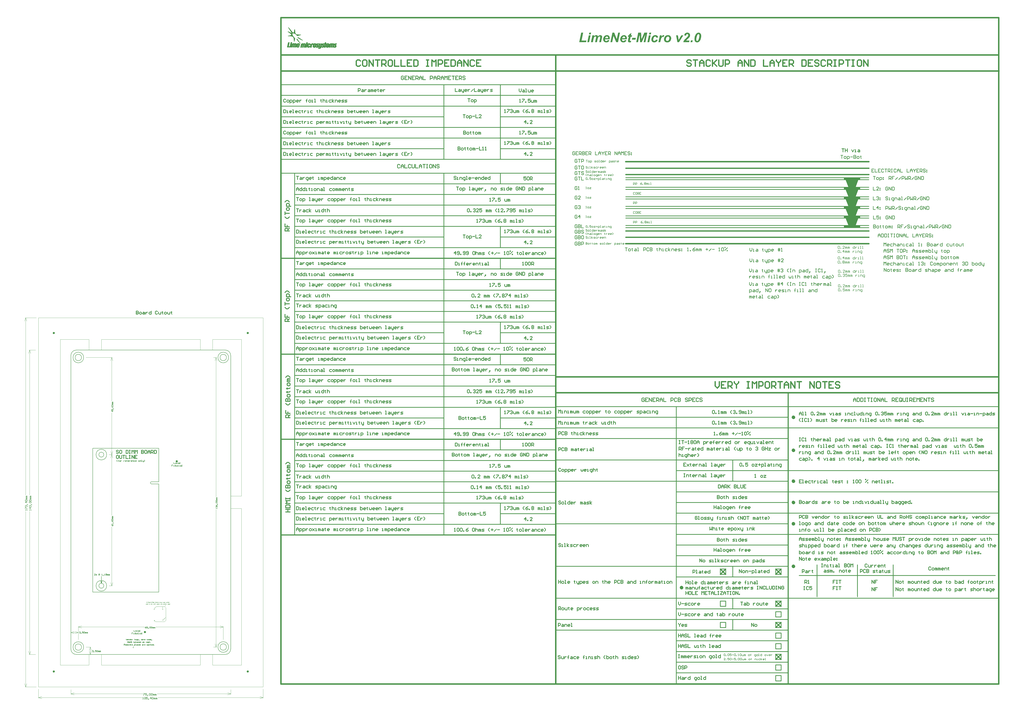
<source format=gm1>
G04*
G04 #@! TF.GenerationSoftware,Altium Limited,Altium Designer,18.1.9 (240)*
G04*
G04 Layer_Color=16711935*
%FSLAX44Y44*%
%MOMM*%
G71*
G01*
G75*
%ADD11C,0.2000*%
%ADD12C,0.1524*%
%ADD13C,0.2540*%
%ADD14C,0.3000*%
%ADD16C,0.0254*%
%ADD17C,0.1500*%
%ADD18C,0.1000*%
%ADD234C,0.4000*%
%ADD236C,0.3500*%
%ADD239C,0.6000*%
%ADD240C,0.5000*%
%ADD246C,1.0000*%
%ADD247C,0.7000*%
%ADD354C,0.0260*%
%ADD355C,0.1500*%
G36*
X3703250Y2230000D02*
X3627500D01*
Y2239750D01*
X3703250D01*
Y2230000D01*
D02*
G37*
G36*
X3682125Y2194750D02*
X3703250D01*
Y2185000D01*
X3627500D01*
Y2194750D01*
X3648375D01*
X3635250Y2229750D01*
X3695250D01*
X3682125Y2194750D01*
D02*
G37*
G36*
Y2149750D02*
X3703250D01*
Y2140000D01*
X3627500D01*
Y2149750D01*
X3648375D01*
X3635250Y2184750D01*
X3695250D01*
X3682125Y2149750D01*
D02*
G37*
G36*
Y2104750D02*
X3703250D01*
Y2095000D01*
X3627500D01*
Y2104750D01*
X3648375D01*
X3635250Y2139750D01*
X3695250D01*
X3682125Y2104750D01*
D02*
G37*
G36*
Y2059750D02*
X3703250D01*
Y2050000D01*
X3627500D01*
Y2059750D01*
X3648375D01*
X3635250Y2094750D01*
X3695250D01*
X3682125Y2059750D01*
D02*
G37*
G36*
Y2014750D02*
X3703250D01*
Y2005000D01*
X3627500D01*
Y2014750D01*
X3648375D01*
X3635250Y2049750D01*
X3695250D01*
X3682125Y2014750D01*
D02*
G37*
G36*
X2721822Y2912916D02*
X2713075D01*
X2714707Y2920847D01*
X2723513D01*
X2721822Y2912916D01*
D02*
G37*
G36*
X2439911Y2912916D02*
X2431163D01*
X2432796Y2920847D01*
X2441602D01*
X2439911Y2912916D01*
D02*
G37*
G36*
X2485283Y2909242D02*
X2485633D01*
X2485983Y2909183D01*
X2486857Y2909008D01*
X2487849Y2908775D01*
X2488840Y2908367D01*
X2489832Y2907842D01*
X2490706Y2907142D01*
X2490823Y2907025D01*
X2491056Y2906734D01*
X2491406Y2906326D01*
X2491815Y2905684D01*
X2492223Y2904868D01*
X2492573Y2903935D01*
X2492806Y2902827D01*
X2492923Y2901602D01*
Y2901544D01*
Y2901252D01*
X2492864Y2900844D01*
X2492806Y2900261D01*
X2492689Y2899444D01*
X2492514Y2898453D01*
X2492281Y2897228D01*
X2491989Y2895770D01*
X2487732Y2876000D01*
X2478985D01*
X2483183Y2895829D01*
Y2895887D01*
X2483242Y2896003D01*
Y2896178D01*
X2483300Y2896412D01*
X2483417Y2896995D01*
X2483592Y2897753D01*
X2483708Y2898453D01*
X2483825Y2899153D01*
X2483941Y2899677D01*
X2484000Y2899911D01*
Y2900027D01*
Y2900086D01*
Y2900261D01*
X2483941Y2900494D01*
X2483883Y2900786D01*
X2483650Y2901485D01*
X2483475Y2901835D01*
X2483183Y2902185D01*
X2483125Y2902243D01*
X2483008Y2902302D01*
X2482834Y2902419D01*
X2482600Y2902593D01*
X2482250Y2902768D01*
X2481784Y2902885D01*
X2481317Y2902943D01*
X2480734Y2903002D01*
X2480384D01*
X2480151Y2902943D01*
X2479568Y2902827D01*
X2478751Y2902593D01*
X2477818Y2902127D01*
X2477352Y2901894D01*
X2476827Y2901544D01*
X2476360Y2901135D01*
X2475835Y2900669D01*
X2475310Y2900144D01*
X2474844Y2899503D01*
X2474785Y2899386D01*
X2474669Y2899211D01*
X2474552Y2899036D01*
X2474377Y2898744D01*
X2474144Y2898394D01*
X2473969Y2897928D01*
X2473736Y2897461D01*
X2473503Y2896878D01*
X2473211Y2896237D01*
X2472978Y2895537D01*
X2472686Y2894720D01*
X2472395Y2893846D01*
X2472161Y2892913D01*
X2471870Y2891863D01*
X2471636Y2890696D01*
X2468546Y2876000D01*
X2459798D01*
X2463880Y2895653D01*
Y2895712D01*
X2463938Y2895829D01*
Y2895945D01*
X2463997Y2896178D01*
X2464113Y2896761D01*
X2464230Y2897461D01*
X2464346Y2898220D01*
X2464463Y2898919D01*
X2464580Y2899561D01*
Y2900027D01*
Y2900086D01*
Y2900261D01*
X2464521Y2900494D01*
X2464463Y2900786D01*
X2464346Y2901077D01*
X2464230Y2901485D01*
X2463997Y2901777D01*
X2463705Y2902127D01*
X2463647Y2902185D01*
X2463530Y2902243D01*
X2463355Y2902419D01*
X2463064Y2902593D01*
X2462714Y2902710D01*
X2462305Y2902885D01*
X2461839Y2902943D01*
X2461314Y2903002D01*
X2461081D01*
X2460789Y2902943D01*
X2460381Y2902885D01*
X2459973Y2902768D01*
X2459448Y2902652D01*
X2458923Y2902419D01*
X2458340Y2902127D01*
X2458281Y2902068D01*
X2458107Y2901952D01*
X2457815Y2901777D01*
X2457465Y2901485D01*
X2456998Y2901135D01*
X2456590Y2900727D01*
X2456124Y2900261D01*
X2455657Y2899736D01*
X2455599Y2899677D01*
X2455482Y2899444D01*
X2455249Y2899153D01*
X2454957Y2898686D01*
X2454666Y2898161D01*
X2454316Y2897520D01*
X2454024Y2896761D01*
X2453674Y2895887D01*
Y2895829D01*
X2453616Y2895653D01*
X2453499Y2895304D01*
X2453383Y2894837D01*
X2453266Y2894196D01*
X2453033Y2893321D01*
X2452916Y2892796D01*
X2452800Y2892213D01*
X2452683Y2891571D01*
X2452508Y2890871D01*
X2449359Y2876000D01*
X2440611D01*
X2447376Y2908484D01*
X2455657D01*
X2454841Y2904518D01*
X2454899Y2904576D01*
X2455074Y2904751D01*
X2455307Y2904984D01*
X2455657Y2905276D01*
X2456124Y2905626D01*
X2456649Y2906034D01*
X2457232Y2906442D01*
X2457932Y2906909D01*
X2458631Y2907375D01*
X2459448Y2907784D01*
X2461139Y2908542D01*
X2462072Y2908833D01*
X2463005Y2909125D01*
X2463997Y2909242D01*
X2464988Y2909300D01*
X2465629D01*
X2466271Y2909242D01*
X2467088Y2909125D01*
X2468021Y2908892D01*
X2468954Y2908658D01*
X2469887Y2908250D01*
X2470703Y2907726D01*
X2470820Y2907667D01*
X2470995Y2907434D01*
X2471345Y2907084D01*
X2471753Y2906617D01*
X2472161Y2906034D01*
X2472628Y2905276D01*
X2472978Y2904460D01*
X2473211Y2903468D01*
Y2903527D01*
X2473269Y2903585D01*
X2473503Y2903876D01*
X2473911Y2904343D01*
X2474436Y2904926D01*
X2475135Y2905568D01*
X2475952Y2906267D01*
X2476943Y2906967D01*
X2478051Y2907609D01*
X2478110D01*
X2478226Y2907667D01*
X2478343Y2907784D01*
X2478634Y2907900D01*
X2479218Y2908134D01*
X2480092Y2908484D01*
X2481084Y2908775D01*
X2482192Y2909067D01*
X2483417Y2909242D01*
X2484641Y2909300D01*
X2484991D01*
X2485283Y2909242D01*
D02*
G37*
G36*
X2781424Y2909242D02*
X2781949Y2909183D01*
X2782532Y2909067D01*
X2783232Y2908892D01*
X2783990Y2908658D01*
X2784806Y2908309D01*
X2781424Y2901135D01*
X2781365D01*
X2781190Y2901194D01*
X2780957Y2901310D01*
X2780666Y2901369D01*
X2780257Y2901485D01*
X2779849Y2901544D01*
X2778858Y2901602D01*
X2778449D01*
X2778041Y2901485D01*
X2777458Y2901369D01*
X2776758Y2901194D01*
X2775942Y2900844D01*
X2775125Y2900435D01*
X2774250Y2899852D01*
X2774134Y2899794D01*
X2773842Y2899561D01*
X2773434Y2899153D01*
X2772909Y2898628D01*
X2772326Y2897986D01*
X2771743Y2897170D01*
X2771101Y2896295D01*
X2770576Y2895245D01*
Y2895187D01*
X2770518Y2895129D01*
X2770460Y2894954D01*
X2770343Y2894720D01*
X2770226Y2894370D01*
X2770110Y2894021D01*
X2769935Y2893554D01*
X2769760Y2893029D01*
X2769527Y2892446D01*
X2769352Y2891746D01*
X2769119Y2891046D01*
X2768885Y2890230D01*
X2768652Y2889297D01*
X2768419Y2888305D01*
X2768185Y2887256D01*
X2767952Y2886147D01*
X2765853Y2876000D01*
X2757105D01*
X2763870Y2908484D01*
X2772093D01*
X2770751Y2902244D01*
X2770810Y2902302D01*
X2770985Y2902535D01*
X2771218Y2902885D01*
X2771568Y2903351D01*
X2771976Y2903876D01*
X2772501Y2904460D01*
X2773084Y2905101D01*
X2773726Y2905801D01*
X2774425Y2906442D01*
X2775184Y2907084D01*
X2776058Y2907667D01*
X2776933Y2908192D01*
X2777808Y2908658D01*
X2778741Y2909008D01*
X2779732Y2909242D01*
X2780724Y2909300D01*
X2781074D01*
X2781424Y2909242D01*
D02*
G37*
G36*
X2743458Y2909242D02*
X2743983Y2909183D01*
X2744508Y2909125D01*
X2745150Y2909067D01*
X2745849Y2908950D01*
X2747307Y2908542D01*
X2748824Y2908017D01*
X2749582Y2907667D01*
X2750340Y2907259D01*
X2751040Y2906792D01*
X2751681Y2906267D01*
X2751740Y2906209D01*
X2751856Y2906151D01*
X2752031Y2905976D01*
X2752206Y2905742D01*
X2752498Y2905393D01*
X2752789Y2905043D01*
X2753139Y2904635D01*
X2753489Y2904168D01*
X2754131Y2903002D01*
X2754772Y2901660D01*
X2755297Y2900086D01*
X2755472Y2899211D01*
X2755589Y2898336D01*
X2747249Y2897462D01*
Y2897520D01*
Y2897578D01*
X2747191Y2897928D01*
X2747074Y2898394D01*
X2746899Y2898978D01*
X2746666Y2899677D01*
X2746374Y2900319D01*
X2746024Y2900960D01*
X2745558Y2901485D01*
X2745500Y2901544D01*
X2745325Y2901719D01*
X2745033Y2901894D01*
X2744625Y2902185D01*
X2744100Y2902419D01*
X2743517Y2902593D01*
X2742817Y2902768D01*
X2742000Y2902827D01*
X2741592D01*
X2741067Y2902710D01*
X2740426Y2902593D01*
X2739726Y2902360D01*
X2738910Y2902010D01*
X2738035Y2901544D01*
X2737218Y2900902D01*
X2737102Y2900786D01*
X2736868Y2900552D01*
X2736460Y2900086D01*
X2735994Y2899444D01*
X2735469Y2898686D01*
X2734886Y2897695D01*
X2734361Y2896528D01*
X2733894Y2895187D01*
Y2895128D01*
X2733836Y2895012D01*
X2733777Y2894837D01*
X2733719Y2894545D01*
X2733603Y2894196D01*
X2733544Y2893787D01*
X2733311Y2892854D01*
X2733078Y2891805D01*
X2732903Y2890580D01*
X2732786Y2889355D01*
X2732728Y2888072D01*
Y2888014D01*
Y2887956D01*
Y2887606D01*
X2732786Y2887081D01*
X2732903Y2886439D01*
X2733078Y2885681D01*
X2733311Y2884923D01*
X2733661Y2884223D01*
X2734128Y2883582D01*
X2734186Y2883523D01*
X2734361Y2883348D01*
X2734711Y2883115D01*
X2735119Y2882823D01*
X2735585Y2882532D01*
X2736169Y2882299D01*
X2736868Y2882124D01*
X2737627Y2882065D01*
X2737976D01*
X2738385Y2882124D01*
X2738910Y2882240D01*
X2739551Y2882415D01*
X2740251Y2882707D01*
X2740951Y2883057D01*
X2741709Y2883582D01*
X2741826Y2883640D01*
X2742059Y2883873D01*
X2742409Y2884223D01*
X2742817Y2884748D01*
X2743342Y2885389D01*
X2743867Y2886147D01*
X2744333Y2887081D01*
X2744800Y2888189D01*
X2753314Y2886789D01*
Y2886731D01*
X2753198Y2886556D01*
X2753081Y2886264D01*
X2752906Y2885856D01*
X2752673Y2885389D01*
X2752439Y2884806D01*
X2752090Y2884223D01*
X2751740Y2883582D01*
X2750807Y2882182D01*
X2749757Y2880724D01*
X2748474Y2879324D01*
X2747774Y2878683D01*
X2747016Y2878100D01*
X2746957Y2878041D01*
X2746841Y2877983D01*
X2746608Y2877808D01*
X2746316Y2877633D01*
X2745908Y2877400D01*
X2745441Y2877167D01*
X2744916Y2876933D01*
X2744275Y2876642D01*
X2743633Y2876350D01*
X2742875Y2876117D01*
X2741301Y2875650D01*
X2739493Y2875300D01*
X2738501Y2875242D01*
X2737510Y2875184D01*
X2736927D01*
X2736460Y2875242D01*
X2735935Y2875300D01*
X2735352Y2875359D01*
X2734652Y2875475D01*
X2733953Y2875650D01*
X2732378Y2876058D01*
X2731561Y2876408D01*
X2730745Y2876758D01*
X2729929Y2877167D01*
X2729112Y2877633D01*
X2728354Y2878216D01*
X2727654Y2878858D01*
X2727596Y2878916D01*
X2727479Y2879033D01*
X2727304Y2879266D01*
X2727071Y2879557D01*
X2726838Y2879908D01*
X2726488Y2880374D01*
X2726196Y2880899D01*
X2725846Y2881541D01*
X2725496Y2882240D01*
X2725205Y2882998D01*
X2724855Y2883815D01*
X2724622Y2884748D01*
X2724388Y2885739D01*
X2724213Y2886789D01*
X2724097Y2887897D01*
X2724038Y2889063D01*
Y2889122D01*
Y2889297D01*
Y2889588D01*
X2724097Y2889997D01*
Y2890463D01*
X2724155Y2890988D01*
X2724213Y2891630D01*
X2724330Y2892329D01*
X2724563Y2893846D01*
X2724972Y2895537D01*
X2725496Y2897286D01*
X2726196Y2899094D01*
Y2899153D01*
X2726313Y2899328D01*
X2726429Y2899561D01*
X2726604Y2899852D01*
X2726838Y2900261D01*
X2727129Y2900727D01*
X2727887Y2901777D01*
X2728820Y2903002D01*
X2729929Y2904226D01*
X2731270Y2905451D01*
X2732845Y2906559D01*
X2732903Y2906617D01*
X2733019Y2906676D01*
X2733311Y2906792D01*
X2733603Y2906967D01*
X2734011Y2907201D01*
X2734536Y2907434D01*
X2735060Y2907667D01*
X2735702Y2907959D01*
X2736402Y2908192D01*
X2737160Y2908425D01*
X2738793Y2908892D01*
X2740601Y2909183D01*
X2741534Y2909300D01*
X2743109D01*
X2743458Y2909242D01*
D02*
G37*
G36*
X2567278Y2876000D02*
X2558706D01*
X2546517Y2906151D01*
X2540219Y2876000D01*
X2531646D01*
X2540977Y2920847D01*
X2549608D01*
X2561797Y2890813D01*
X2568036Y2920847D01*
X2576668D01*
X2567278Y2876000D01*
D02*
G37*
G36*
X2696279Y2876000D02*
X2687939D01*
X2695695Y2913207D01*
X2679075Y2876000D01*
X2670327D01*
X2668636Y2913441D01*
X2661579Y2876000D01*
X2653240D01*
X2662571Y2920847D01*
X2675751D01*
X2677150Y2889938D01*
X2691205Y2920847D01*
X2704443D01*
X2696279Y2876000D01*
D02*
G37*
G36*
X2649333Y2887956D02*
X2632303D01*
X2633995Y2896412D01*
X2651024D01*
X2649333Y2887956D01*
D02*
G37*
G36*
X2853797Y2876000D02*
X2846216D01*
X2839742Y2908484D01*
X2848373D01*
X2850648Y2894312D01*
Y2894254D01*
X2850706Y2894079D01*
X2850764Y2893787D01*
X2850822Y2893379D01*
X2850881Y2892913D01*
X2850939Y2892388D01*
X2851114Y2891221D01*
X2851347Y2889938D01*
X2851523Y2888655D01*
X2851581Y2888072D01*
X2851639Y2887547D01*
X2851697Y2887081D01*
X2851756Y2886672D01*
X2851814Y2886789D01*
X2851931Y2887022D01*
X2852164Y2887314D01*
X2852397Y2887839D01*
X2852805Y2888539D01*
X2853039Y2888947D01*
X2853272Y2889413D01*
X2853564Y2889997D01*
X2853913Y2890580D01*
Y2890638D01*
X2853972Y2890755D01*
X2854088Y2890930D01*
X2854205Y2891105D01*
X2854555Y2891688D01*
X2854905Y2892388D01*
X2855313Y2893146D01*
X2855663Y2893787D01*
X2855955Y2894370D01*
X2856071Y2894604D01*
X2856188Y2894779D01*
X2864294Y2908484D01*
X2873800D01*
X2853797Y2876000D01*
D02*
G37*
G36*
X2916256Y2876000D02*
X2907567D01*
X2909258Y2884456D01*
X2917947D01*
X2916256Y2876000D01*
D02*
G37*
G36*
X2893220Y2921022D02*
X2893745Y2920964D01*
X2894328Y2920905D01*
X2895028Y2920789D01*
X2895786Y2920672D01*
X2897361Y2920264D01*
X2898177Y2919972D01*
X2898994Y2919622D01*
X2899810Y2919214D01*
X2900568Y2918806D01*
X2901326Y2918223D01*
X2902026Y2917639D01*
X2902084Y2917581D01*
X2902201Y2917465D01*
X2902376Y2917290D01*
X2902609Y2917056D01*
X2902843Y2916707D01*
X2903192Y2916298D01*
X2903484Y2915832D01*
X2903834Y2915307D01*
X2904184Y2914724D01*
X2904475Y2914024D01*
X2905059Y2912566D01*
X2905292Y2911749D01*
X2905467Y2910875D01*
X2905583Y2910000D01*
X2905642Y2909008D01*
Y2908892D01*
Y2908542D01*
X2905583Y2908017D01*
X2905525Y2907317D01*
X2905350Y2906501D01*
X2905175Y2905626D01*
X2904884Y2904635D01*
X2904534Y2903643D01*
X2904475Y2903527D01*
X2904301Y2903177D01*
X2904067Y2902652D01*
X2903659Y2901952D01*
X2903192Y2901077D01*
X2902551Y2900144D01*
X2901793Y2899153D01*
X2900918Y2898045D01*
X2900860Y2897928D01*
X2900568Y2897636D01*
X2900102Y2897170D01*
X2899518Y2896528D01*
X2898702Y2895653D01*
X2897652Y2894662D01*
X2896428Y2893438D01*
X2894969Y2892096D01*
X2894911Y2892038D01*
X2894795Y2891921D01*
X2894561Y2891746D01*
X2894328Y2891513D01*
X2893628Y2890813D01*
X2892754Y2890055D01*
X2891879Y2889180D01*
X2890946Y2888305D01*
X2890187Y2887547D01*
X2889838Y2887197D01*
X2889546Y2886906D01*
X2889488Y2886848D01*
X2889313Y2886672D01*
X2889079Y2886381D01*
X2888730Y2886031D01*
X2888321Y2885564D01*
X2887913Y2885098D01*
X2887038Y2883990D01*
X2902609Y2883990D01*
X2900976Y2876000D01*
X2873683Y2876000D01*
Y2876058D01*
Y2876175D01*
X2873742Y2876350D01*
X2873800Y2876583D01*
X2873917Y2877167D01*
X2874091Y2877983D01*
X2874325Y2878975D01*
X2874675Y2880024D01*
X2875083Y2881132D01*
X2875608Y2882240D01*
Y2882299D01*
X2875666Y2882357D01*
X2875783Y2882532D01*
X2875899Y2882765D01*
X2876191Y2883348D01*
X2876658Y2884106D01*
X2877183Y2884923D01*
X2877824Y2885856D01*
X2878524Y2886848D01*
X2879340Y2887839D01*
Y2887897D01*
X2879457Y2887956D01*
X2879573Y2888130D01*
X2879807Y2888305D01*
X2880040Y2888597D01*
X2880390Y2888947D01*
X2880798Y2889355D01*
X2881206Y2889822D01*
X2881790Y2890405D01*
X2882373Y2890988D01*
X2883014Y2891688D01*
X2883773Y2892446D01*
X2884647Y2893263D01*
X2885522Y2894137D01*
X2886513Y2895070D01*
X2887621Y2896120D01*
X2887680Y2896178D01*
X2887796Y2896295D01*
X2888030Y2896528D01*
X2888321Y2896820D01*
X2888730Y2897170D01*
X2889138Y2897578D01*
X2890013Y2898453D01*
X2891004Y2899444D01*
X2891937Y2900377D01*
X2892754Y2901194D01*
X2893045Y2901485D01*
X2893337Y2901777D01*
X2893453Y2901894D01*
X2893687Y2902185D01*
X2894037Y2902652D01*
X2894503Y2903177D01*
X2894969Y2903818D01*
X2895436Y2904518D01*
X2895903Y2905218D01*
X2896253Y2905918D01*
X2896311Y2905976D01*
X2896369Y2906209D01*
X2896486Y2906559D01*
X2896661Y2906967D01*
X2896836Y2907434D01*
X2896953Y2907959D01*
X2897011Y2908542D01*
X2897069Y2909067D01*
Y2909183D01*
Y2909475D01*
X2897011Y2909883D01*
X2896894Y2910408D01*
X2896719Y2910991D01*
X2896486Y2911574D01*
X2896194Y2912158D01*
X2895728Y2912741D01*
X2895669Y2912799D01*
X2895494Y2912974D01*
X2895203Y2913207D01*
X2894795Y2913499D01*
X2894328Y2913732D01*
X2893745Y2913965D01*
X2893103Y2914141D01*
X2892345Y2914199D01*
X2891996D01*
X2891587Y2914141D01*
X2891121Y2914024D01*
X2890537Y2913791D01*
X2889896Y2913499D01*
X2889254Y2913091D01*
X2888671Y2912566D01*
X2888613Y2912508D01*
X2888438Y2912274D01*
X2888146Y2911866D01*
X2887796Y2911283D01*
X2887447Y2910466D01*
X2887097Y2909533D01*
X2886689Y2908309D01*
X2886572Y2907667D01*
X2886397Y2906909D01*
X2877824Y2908192D01*
Y2908250D01*
X2877882Y2908484D01*
X2877941Y2908775D01*
X2878057Y2909242D01*
X2878174Y2909767D01*
X2878349Y2910350D01*
X2878524Y2910991D01*
X2878815Y2911749D01*
X2879457Y2913266D01*
X2880273Y2914840D01*
X2880740Y2915657D01*
X2881323Y2916415D01*
X2881906Y2917115D01*
X2882606Y2917756D01*
X2882664Y2917815D01*
X2882781Y2917873D01*
X2883014Y2918048D01*
X2883306Y2918281D01*
X2883656Y2918514D01*
X2884122Y2918806D01*
X2884647Y2919098D01*
X2885230Y2919447D01*
X2885930Y2919739D01*
X2886630Y2920031D01*
X2887447Y2920322D01*
X2888263Y2920555D01*
X2889196Y2920789D01*
X2890129Y2920964D01*
X2891121Y2921022D01*
X2892170Y2921080D01*
X2892754D01*
X2893220Y2921022D01*
D02*
G37*
G36*
X2714124Y2876000D02*
X2705377D01*
X2712141Y2908484D01*
X2720889D01*
X2714124Y2876000D01*
D02*
G37*
G36*
X2432213Y2876000D02*
X2423465D01*
X2430230Y2908484D01*
X2438978D01*
X2432213Y2876000D01*
D02*
G37*
G36*
X2396289Y2883465D02*
X2419150D01*
X2417575Y2876000D01*
X2385500D01*
X2394831Y2920847D01*
X2404104D01*
X2396289Y2883465D01*
D02*
G37*
G36*
X2946290Y2921022D02*
X2946698Y2920964D01*
X2947281Y2920847D01*
X2947864Y2920731D01*
X2948506Y2920614D01*
X2949905Y2920089D01*
X2950664Y2919797D01*
X2951422Y2919389D01*
X2952180Y2918981D01*
X2952880Y2918398D01*
X2953580Y2917815D01*
X2954279Y2917115D01*
X2954338Y2917056D01*
X2954454Y2916940D01*
X2954629Y2916707D01*
X2954863Y2916357D01*
X2955096Y2915948D01*
X2955388Y2915482D01*
X2955737Y2914899D01*
X2956087Y2914199D01*
X2956379Y2913441D01*
X2956729Y2912566D01*
X2957020Y2911633D01*
X2957312Y2910583D01*
X2957487Y2909475D01*
X2957662Y2908309D01*
X2957779Y2907025D01*
X2957837Y2905626D01*
Y2905568D01*
Y2905334D01*
Y2904926D01*
X2957779Y2904401D01*
Y2903760D01*
X2957720Y2903002D01*
X2957603Y2902185D01*
X2957545Y2901194D01*
X2957370Y2900144D01*
X2957195Y2898978D01*
X2957020Y2897811D01*
X2956729Y2896528D01*
X2956146Y2893846D01*
X2955737Y2892446D01*
X2955271Y2890988D01*
Y2890930D01*
X2955154Y2890638D01*
X2954979Y2890230D01*
X2954804Y2889705D01*
X2954571Y2889122D01*
X2954221Y2888364D01*
X2953871Y2887547D01*
X2953463Y2886672D01*
X2952472Y2884748D01*
X2951247Y2882823D01*
X2949905Y2880957D01*
X2949147Y2880082D01*
X2948331Y2879266D01*
X2948273Y2879208D01*
X2948156Y2879091D01*
X2947923Y2878916D01*
X2947573Y2878625D01*
X2947165Y2878333D01*
X2946698Y2877983D01*
X2946115Y2877633D01*
X2945473Y2877225D01*
X2944774Y2876875D01*
X2944016Y2876467D01*
X2942383Y2875825D01*
X2941449Y2875534D01*
X2940516Y2875359D01*
X2939525Y2875242D01*
X2938533Y2875184D01*
X2938009D01*
X2937659Y2875242D01*
X2937192Y2875300D01*
X2936609Y2875417D01*
X2936026Y2875534D01*
X2935384Y2875650D01*
X2933985Y2876117D01*
X2933227Y2876467D01*
X2932468Y2876817D01*
X2931710Y2877283D01*
X2930952Y2877808D01*
X2930252Y2878391D01*
X2929552Y2879091D01*
X2929494Y2879149D01*
X2929377Y2879266D01*
X2929203Y2879499D01*
X2929027Y2879849D01*
X2928736Y2880258D01*
X2928445Y2880724D01*
X2928153Y2881307D01*
X2927803Y2882007D01*
X2927453Y2882765D01*
X2927161Y2883640D01*
X2926870Y2884573D01*
X2926578Y2885565D01*
X2926403Y2886672D01*
X2926228Y2887897D01*
X2926111Y2889180D01*
X2926053Y2890522D01*
Y2890580D01*
Y2890813D01*
Y2891221D01*
X2926111Y2891688D01*
Y2892329D01*
X2926170Y2893029D01*
X2926228Y2893904D01*
X2926345Y2894779D01*
X2926461Y2895829D01*
X2926636Y2896878D01*
X2926812Y2898045D01*
X2926986Y2899211D01*
X2927570Y2901719D01*
X2928328Y2904285D01*
X2928386Y2904401D01*
X2928445Y2904635D01*
X2928619Y2905101D01*
X2928853Y2905684D01*
X2929086Y2906384D01*
X2929436Y2907201D01*
X2929844Y2908075D01*
X2930252Y2909067D01*
X2931302Y2911108D01*
X2932527Y2913207D01*
X2933227Y2914257D01*
X2933926Y2915190D01*
X2934684Y2916123D01*
X2935501Y2916940D01*
X2935559Y2916998D01*
X2935676Y2917115D01*
X2935967Y2917348D01*
X2936259Y2917581D01*
X2936667Y2917873D01*
X2937192Y2918223D01*
X2937775Y2918631D01*
X2938417Y2919039D01*
X2939117Y2919389D01*
X2939875Y2919797D01*
X2941508Y2920439D01*
X2942441Y2920672D01*
X2943374Y2920905D01*
X2944365Y2921022D01*
X2945357Y2921080D01*
X2945882D01*
X2946290Y2921022D01*
D02*
G37*
G36*
X2802827Y2909242D02*
X2803468Y2909183D01*
X2804168Y2909067D01*
X2804926Y2908950D01*
X2805742Y2908775D01*
X2806617Y2908600D01*
X2807550Y2908309D01*
X2808483Y2908017D01*
X2809417Y2907609D01*
X2810350Y2907142D01*
X2811224Y2906617D01*
X2812099Y2905976D01*
X2812857Y2905276D01*
X2812916Y2905218D01*
X2813032Y2905101D01*
X2813207Y2904868D01*
X2813499Y2904576D01*
X2813790Y2904168D01*
X2814140Y2903643D01*
X2814549Y2903118D01*
X2814898Y2902477D01*
X2815307Y2901719D01*
X2815657Y2900902D01*
X2816006Y2900027D01*
X2816298Y2899094D01*
X2816590Y2898103D01*
X2816765Y2896995D01*
X2816881Y2895829D01*
X2816940Y2894604D01*
Y2894487D01*
Y2894254D01*
X2816881Y2893846D01*
Y2893263D01*
X2816765Y2892563D01*
X2816648Y2891805D01*
X2816531Y2890871D01*
X2816298Y2889938D01*
X2816065Y2888889D01*
X2815715Y2887780D01*
X2815307Y2886614D01*
X2814782Y2885506D01*
X2814199Y2884281D01*
X2813557Y2883174D01*
X2812741Y2882007D01*
X2811866Y2880899D01*
X2811808Y2880840D01*
X2811633Y2880666D01*
X2811341Y2880374D01*
X2810933Y2880024D01*
X2810466Y2879557D01*
X2809825Y2879091D01*
X2809125Y2878566D01*
X2808308Y2878041D01*
X2807375Y2877516D01*
X2806384Y2876992D01*
X2805276Y2876525D01*
X2804051Y2876058D01*
X2802768Y2875709D01*
X2801369Y2875417D01*
X2799911Y2875242D01*
X2798336Y2875184D01*
X2797870D01*
X2797578Y2875242D01*
X2797169D01*
X2796703Y2875300D01*
X2795595Y2875417D01*
X2794370Y2875650D01*
X2792971Y2875942D01*
X2791629Y2876408D01*
X2790230Y2876992D01*
X2790172D01*
X2790055Y2877108D01*
X2789880Y2877167D01*
X2789647Y2877342D01*
X2789005Y2877750D01*
X2788247Y2878333D01*
X2787372Y2879091D01*
X2786497Y2879966D01*
X2785681Y2881016D01*
X2784923Y2882182D01*
Y2882240D01*
X2784865Y2882357D01*
X2784748Y2882532D01*
X2784690Y2882765D01*
X2784514Y2883115D01*
X2784398Y2883465D01*
X2784106Y2884340D01*
X2783756Y2885448D01*
X2783523Y2886672D01*
X2783290Y2888014D01*
X2783232Y2889472D01*
Y2889588D01*
Y2889880D01*
X2783290Y2890346D01*
Y2890988D01*
X2783406Y2891746D01*
X2783523Y2892621D01*
X2783640Y2893612D01*
X2783873Y2894662D01*
X2784165Y2895770D01*
X2784456Y2896937D01*
X2784865Y2898161D01*
X2785389Y2899386D01*
X2785973Y2900552D01*
X2786614Y2901719D01*
X2787430Y2902827D01*
X2788305Y2903876D01*
X2788364Y2903935D01*
X2788539Y2904110D01*
X2788830Y2904401D01*
X2789238Y2904751D01*
X2789763Y2905159D01*
X2790346Y2905568D01*
X2791046Y2906093D01*
X2791863Y2906617D01*
X2792796Y2907084D01*
X2793787Y2907609D01*
X2794895Y2908017D01*
X2796062Y2908484D01*
X2797345Y2908775D01*
X2798686Y2909067D01*
X2800144Y2909242D01*
X2801660Y2909300D01*
X2802360D01*
X2802827Y2909242D01*
D02*
G37*
G36*
X2628046Y2908484D02*
X2633412D01*
X2632070Y2901952D01*
X2626705D01*
X2623789Y2888305D01*
Y2888247D01*
X2623731Y2888130D01*
Y2887956D01*
X2623672Y2887722D01*
X2623556Y2887081D01*
X2623439Y2886381D01*
X2623264Y2885623D01*
X2623148Y2884981D01*
X2623089Y2884398D01*
X2623031Y2884223D01*
Y2884106D01*
Y2884048D01*
Y2883932D01*
X2623089Y2883756D01*
Y2883523D01*
X2623322Y2882998D01*
X2623439Y2882707D01*
X2623672Y2882473D01*
X2623731D01*
X2623789Y2882415D01*
X2623964Y2882299D01*
X2624197Y2882240D01*
X2624547Y2882124D01*
X2624955Y2882007D01*
X2625422Y2881949D01*
X2626297D01*
X2626588Y2882007D01*
X2626996D01*
X2627463Y2882065D01*
X2628105Y2882124D01*
X2628921Y2882182D01*
X2627521Y2875650D01*
X2627405D01*
X2627113Y2875592D01*
X2626705Y2875534D01*
X2626064Y2875417D01*
X2625363Y2875359D01*
X2624605Y2875242D01*
X2623731Y2875184D01*
X2622448D01*
X2622098Y2875242D01*
X2621748D01*
X2621281Y2875300D01*
X2620290Y2875417D01*
X2619182Y2875592D01*
X2618074Y2875942D01*
X2617024Y2876350D01*
X2616558Y2876642D01*
X2616149Y2876933D01*
X2616033Y2876992D01*
X2615799Y2877283D01*
X2615508Y2877691D01*
X2615099Y2878216D01*
X2614691Y2878974D01*
X2614400Y2879791D01*
X2614167Y2880840D01*
X2614050Y2881949D01*
Y2882007D01*
Y2882299D01*
X2614108Y2882707D01*
X2614167Y2882998D01*
Y2883407D01*
X2614225Y2883815D01*
X2614341Y2884340D01*
X2614400Y2884865D01*
X2614516Y2885506D01*
X2614633Y2886264D01*
X2614808Y2887022D01*
X2614983Y2887897D01*
X2615158Y2888889D01*
X2617957Y2901952D01*
X2613642D01*
X2614983Y2908484D01*
X2619240D01*
X2620348Y2913674D01*
X2630321Y2919739D01*
X2628046Y2908484D01*
D02*
G37*
G36*
X2596788Y2909242D02*
X2597313Y2909183D01*
X2597837Y2909125D01*
X2598537Y2909008D01*
X2599237Y2908833D01*
X2600695Y2908367D01*
X2601512Y2908075D01*
X2602270Y2907726D01*
X2603086Y2907317D01*
X2603844Y2906792D01*
X2604544Y2906209D01*
X2605244Y2905568D01*
X2605302Y2905509D01*
X2605419Y2905393D01*
X2605594Y2905159D01*
X2605827Y2904868D01*
X2606060Y2904518D01*
X2606352Y2904051D01*
X2606702Y2903527D01*
X2607052Y2902885D01*
X2607343Y2902185D01*
X2607693Y2901427D01*
X2607985Y2900611D01*
X2608276Y2899677D01*
X2608451Y2898686D01*
X2608626Y2897578D01*
X2608743Y2896470D01*
X2608801Y2895245D01*
Y2895187D01*
Y2895128D01*
Y2894954D01*
Y2894720D01*
X2608743Y2894079D01*
Y2893321D01*
X2608626Y2892446D01*
X2608510Y2891454D01*
X2608393Y2890522D01*
X2608160Y2889530D01*
X2586174Y2889530D01*
Y2889472D01*
Y2889238D01*
X2586115Y2888947D01*
Y2888714D01*
Y2888655D01*
Y2888597D01*
Y2888422D01*
X2586174Y2888189D01*
X2586232Y2887606D01*
X2586349Y2886848D01*
X2586582Y2885973D01*
X2586932Y2885098D01*
X2587340Y2884281D01*
X2587982Y2883465D01*
X2588040Y2883407D01*
X2588332Y2883173D01*
X2588740Y2882823D01*
X2589265Y2882473D01*
X2589906Y2882124D01*
X2590664Y2881774D01*
X2591539Y2881541D01*
X2592472Y2881482D01*
X2592647D01*
X2592880Y2881541D01*
X2593172D01*
X2593580Y2881599D01*
X2593988Y2881715D01*
X2594980Y2882065D01*
X2595504Y2882299D01*
X2596088Y2882590D01*
X2596671Y2882940D01*
X2597196Y2883407D01*
X2597779Y2883932D01*
X2598362Y2884515D01*
X2598887Y2885215D01*
X2599354Y2886031D01*
X2607227Y2884690D01*
Y2884631D01*
X2607110Y2884456D01*
X2606993Y2884223D01*
X2606819Y2883932D01*
X2606585Y2883523D01*
X2606294Y2883057D01*
X2605594Y2882007D01*
X2604719Y2880840D01*
X2603611Y2879674D01*
X2602444Y2878508D01*
X2601045Y2877516D01*
X2600987D01*
X2600870Y2877400D01*
X2600637Y2877283D01*
X2600345Y2877166D01*
X2599995Y2876992D01*
X2599587Y2876758D01*
X2599062Y2876583D01*
X2598537Y2876350D01*
X2597254Y2875942D01*
X2595796Y2875534D01*
X2594221Y2875300D01*
X2592472Y2875184D01*
X2591831D01*
X2591364Y2875242D01*
X2590839Y2875300D01*
X2590197Y2875417D01*
X2589439Y2875534D01*
X2588681Y2875709D01*
X2587865Y2875942D01*
X2586990Y2876175D01*
X2586057Y2876525D01*
X2585182Y2876933D01*
X2584308Y2877400D01*
X2583433Y2877983D01*
X2582616Y2878625D01*
X2581800Y2879324D01*
X2581742Y2879383D01*
X2581625Y2879499D01*
X2581450Y2879732D01*
X2581158Y2880082D01*
X2580867Y2880491D01*
X2580517Y2881016D01*
X2580167Y2881599D01*
X2579759Y2882240D01*
X2579409Y2882998D01*
X2579001Y2883815D01*
X2578651Y2884748D01*
X2578359Y2885681D01*
X2578067Y2886731D01*
X2577892Y2887839D01*
X2577776Y2889063D01*
X2577718Y2890288D01*
Y2890346D01*
Y2890580D01*
Y2890930D01*
X2577776Y2891396D01*
X2577834Y2891979D01*
X2577892Y2892679D01*
X2578009Y2893438D01*
X2578184Y2894312D01*
X2578359Y2895187D01*
X2578592Y2896178D01*
X2578942Y2897170D01*
X2579292Y2898161D01*
X2579700Y2899211D01*
X2580167Y2900202D01*
X2580750Y2901252D01*
X2581392Y2902243D01*
X2581450Y2902302D01*
X2581625Y2902535D01*
X2581917Y2902885D01*
X2582325Y2903351D01*
X2582849Y2903876D01*
X2583491Y2904460D01*
X2584191Y2905101D01*
X2585066Y2905801D01*
X2586057Y2906442D01*
X2587107Y2907084D01*
X2588273Y2907667D01*
X2589615Y2908192D01*
X2590956Y2908658D01*
X2592472Y2909008D01*
X2594105Y2909242D01*
X2595796Y2909300D01*
X2596379D01*
X2596788Y2909242D01*
D02*
G37*
G36*
X2516716D02*
X2517241Y2909183D01*
X2517766Y2909125D01*
X2518466Y2909008D01*
X2519166Y2908833D01*
X2520624Y2908367D01*
X2521440Y2908075D01*
X2522198Y2907726D01*
X2523015Y2907317D01*
X2523773Y2906792D01*
X2524473Y2906209D01*
X2525173Y2905568D01*
X2525231Y2905509D01*
X2525348Y2905392D01*
X2525522Y2905159D01*
X2525756Y2904868D01*
X2525989Y2904518D01*
X2526281Y2904051D01*
X2526631Y2903527D01*
X2526980Y2902885D01*
X2527272Y2902185D01*
X2527622Y2901427D01*
X2527914Y2900610D01*
X2528205Y2899677D01*
X2528380Y2898686D01*
X2528555Y2897578D01*
X2528672Y2896470D01*
X2528730Y2895245D01*
Y2895187D01*
Y2895128D01*
Y2894954D01*
Y2894720D01*
X2528672Y2894079D01*
Y2893321D01*
X2528555Y2892446D01*
X2528439Y2891454D01*
X2528322Y2890522D01*
X2528089Y2889530D01*
X2506102D01*
Y2889472D01*
Y2889238D01*
X2506044Y2888947D01*
Y2888714D01*
Y2888655D01*
Y2888597D01*
Y2888422D01*
X2506102Y2888189D01*
X2506161Y2887606D01*
X2506277Y2886848D01*
X2506511Y2885973D01*
X2506861Y2885098D01*
X2507269Y2884281D01*
X2507910Y2883465D01*
X2507969Y2883407D01*
X2508260Y2883173D01*
X2508669Y2882823D01*
X2509193Y2882473D01*
X2509835Y2882124D01*
X2510593Y2881774D01*
X2511468Y2881541D01*
X2512401Y2881482D01*
X2512576D01*
X2512809Y2881541D01*
X2513101D01*
X2513509Y2881599D01*
X2513917Y2881715D01*
X2514909Y2882065D01*
X2515434Y2882299D01*
X2516017Y2882590D01*
X2516600Y2882940D01*
X2517125Y2883407D01*
X2517708Y2883932D01*
X2518291Y2884515D01*
X2518816Y2885215D01*
X2519283Y2886031D01*
X2527155Y2884690D01*
Y2884631D01*
X2527039Y2884456D01*
X2526922Y2884223D01*
X2526747Y2883932D01*
X2526514Y2883523D01*
X2526222Y2883057D01*
X2525522Y2882007D01*
X2524648Y2880840D01*
X2523540Y2879674D01*
X2522373Y2878508D01*
X2520974Y2877516D01*
X2520915D01*
X2520799Y2877400D01*
X2520565Y2877283D01*
X2520274Y2877166D01*
X2519924Y2876992D01*
X2519516Y2876758D01*
X2518991Y2876583D01*
X2518466Y2876350D01*
X2517183Y2875942D01*
X2515725Y2875534D01*
X2514150Y2875300D01*
X2512401Y2875184D01*
X2511759D01*
X2511293Y2875242D01*
X2510768Y2875300D01*
X2510126Y2875417D01*
X2509368Y2875534D01*
X2508610Y2875709D01*
X2507794Y2875942D01*
X2506919Y2876175D01*
X2505986Y2876525D01*
X2505111Y2876933D01*
X2504236Y2877400D01*
X2503362Y2877983D01*
X2502545Y2878625D01*
X2501729Y2879324D01*
X2501670Y2879383D01*
X2501554Y2879499D01*
X2501379Y2879732D01*
X2501087Y2880082D01*
X2500795Y2880491D01*
X2500446Y2881016D01*
X2500096Y2881599D01*
X2499688Y2882240D01*
X2499338Y2882998D01*
X2498929Y2883815D01*
X2498579Y2884748D01*
X2498288Y2885681D01*
X2497996Y2886731D01*
X2497821Y2887839D01*
X2497705Y2889063D01*
X2497646Y2890288D01*
Y2890346D01*
Y2890580D01*
Y2890930D01*
X2497705Y2891396D01*
X2497763Y2891979D01*
X2497821Y2892679D01*
X2497938Y2893438D01*
X2498113Y2894312D01*
X2498288Y2895187D01*
X2498521Y2896178D01*
X2498871Y2897170D01*
X2499221Y2898161D01*
X2499629Y2899211D01*
X2500096Y2900202D01*
X2500679Y2901252D01*
X2501320Y2902243D01*
X2501379Y2902302D01*
X2501554Y2902535D01*
X2501845Y2902885D01*
X2502254Y2903351D01*
X2502778Y2903876D01*
X2503420Y2904460D01*
X2504120Y2905101D01*
X2504995Y2905801D01*
X2505986Y2906442D01*
X2507036Y2907084D01*
X2508202Y2907667D01*
X2509543Y2908192D01*
X2510885Y2908658D01*
X2512401Y2909008D01*
X2514034Y2909242D01*
X2515725Y2909300D01*
X2516308D01*
X2516716Y2909242D01*
D02*
G37*
%LPC*%
G36*
X2945007Y2914082D02*
X2944890D01*
X2944599Y2914024D01*
X2944190Y2913965D01*
X2943607Y2913791D01*
X2942966Y2913557D01*
X2942266Y2913149D01*
X2941566Y2912566D01*
X2940866Y2911808D01*
Y2911749D01*
X2940750Y2911633D01*
X2940633Y2911458D01*
X2940399Y2911166D01*
X2940166Y2910816D01*
X2939933Y2910350D01*
X2939641Y2909767D01*
X2939292Y2909125D01*
X2938942Y2908425D01*
X2938592Y2907550D01*
X2938184Y2906617D01*
X2937775Y2905568D01*
X2937426Y2904460D01*
X2937017Y2903177D01*
X2936609Y2901777D01*
X2936259Y2900319D01*
Y2900261D01*
X2936201Y2900027D01*
X2936084Y2899619D01*
X2936026Y2899153D01*
X2935909Y2898511D01*
X2935734Y2897811D01*
X2935617Y2897053D01*
X2935443Y2896178D01*
X2935151Y2894370D01*
X2934859Y2892446D01*
X2934684Y2890522D01*
X2934626Y2889588D01*
Y2888714D01*
Y2888655D01*
Y2888539D01*
Y2888364D01*
Y2888130D01*
X2934684Y2887489D01*
X2934801Y2886731D01*
X2934918Y2885914D01*
X2935093Y2885040D01*
X2935384Y2884282D01*
X2935793Y2883640D01*
X2935851Y2883582D01*
X2936026Y2883407D01*
X2936259Y2883174D01*
X2936609Y2882940D01*
X2937017Y2882649D01*
X2937542Y2882415D01*
X2938125Y2882240D01*
X2938767Y2882182D01*
X2938883D01*
X2939175Y2882240D01*
X2939641Y2882299D01*
X2940225Y2882473D01*
X2940924Y2882765D01*
X2941624Y2883115D01*
X2942383Y2883698D01*
X2943141Y2884456D01*
X2943199Y2884515D01*
X2943257Y2884631D01*
X2943374Y2884806D01*
X2943549Y2885098D01*
X2943782Y2885448D01*
X2944074Y2885914D01*
X2944365Y2886439D01*
X2944657Y2887081D01*
X2945007Y2887839D01*
X2945357Y2888714D01*
X2945765Y2889705D01*
X2946173Y2890755D01*
X2946523Y2891979D01*
X2946931Y2893321D01*
X2947339Y2894837D01*
X2947690Y2896412D01*
Y2896470D01*
X2947748Y2896703D01*
X2947864Y2897112D01*
X2947923Y2897578D01*
X2948039Y2898161D01*
X2948214Y2898861D01*
X2948331Y2899677D01*
X2948506Y2900494D01*
X2948739Y2902302D01*
X2949031Y2904168D01*
X2949206Y2905976D01*
X2949264Y2906851D01*
Y2907667D01*
Y2907726D01*
Y2907842D01*
Y2908017D01*
Y2908250D01*
X2949206Y2908834D01*
X2949089Y2909533D01*
X2948972Y2910350D01*
X2948739Y2911166D01*
X2948448Y2911924D01*
X2948039Y2912566D01*
X2947981Y2912624D01*
X2947806Y2912799D01*
X2947573Y2913033D01*
X2947223Y2913324D01*
X2946815Y2913616D01*
X2946290Y2913849D01*
X2945648Y2914024D01*
X2945007Y2914082D01*
D02*
G37*
G36*
X2801718Y2902710D02*
X2801252D01*
X2800727Y2902593D01*
X2800027Y2902477D01*
X2799211Y2902244D01*
X2798394Y2901952D01*
X2797520Y2901485D01*
X2796645Y2900902D01*
X2796528Y2900844D01*
X2796295Y2900552D01*
X2795887Y2900144D01*
X2795362Y2899619D01*
X2794837Y2898861D01*
X2794254Y2897986D01*
X2793729Y2896937D01*
X2793204Y2895770D01*
Y2895712D01*
X2793146Y2895595D01*
X2793087Y2895420D01*
X2793029Y2895187D01*
X2792854Y2894546D01*
X2792621Y2893729D01*
X2792387Y2892738D01*
X2792213Y2891688D01*
X2792096Y2890638D01*
X2792038Y2889530D01*
Y2889472D01*
Y2889355D01*
Y2889180D01*
X2792096Y2888947D01*
X2792154Y2888305D01*
X2792271Y2887547D01*
X2792504Y2886614D01*
X2792854Y2885739D01*
X2793262Y2884806D01*
X2793904Y2883990D01*
X2794020Y2883932D01*
X2794254Y2883698D01*
X2794662Y2883348D01*
X2795245Y2882998D01*
X2795945Y2882590D01*
X2796761Y2882299D01*
X2797636Y2882065D01*
X2798686Y2881949D01*
X2799036D01*
X2799269Y2882007D01*
X2799969Y2882124D01*
X2800786Y2882357D01*
X2801777Y2882707D01*
X2802768Y2883232D01*
X2803293Y2883582D01*
X2803818Y2884048D01*
X2804284Y2884515D01*
X2804751Y2885040D01*
X2804809Y2885098D01*
X2804926Y2885215D01*
X2805101Y2885506D01*
X2805276Y2885798D01*
X2805568Y2886264D01*
X2805859Y2886789D01*
X2806151Y2887372D01*
X2806501Y2888014D01*
X2806851Y2888772D01*
X2807142Y2889588D01*
X2807434Y2890463D01*
X2807725Y2891396D01*
X2807900Y2892446D01*
X2808075Y2893496D01*
X2808192Y2894604D01*
X2808250Y2895770D01*
Y2895829D01*
Y2895887D01*
Y2896062D01*
Y2896295D01*
X2808134Y2896878D01*
X2808017Y2897578D01*
X2807784Y2898394D01*
X2807492Y2899211D01*
X2807025Y2900027D01*
X2806384Y2900786D01*
X2806326Y2900844D01*
X2806034Y2901077D01*
X2805684Y2901369D01*
X2805101Y2901777D01*
X2804460Y2902127D01*
X2803643Y2902419D01*
X2802768Y2902652D01*
X2801718Y2902710D01*
D02*
G37*
G36*
X2594863Y2903002D02*
X2594746D01*
X2594397Y2902943D01*
X2593872Y2902885D01*
X2593230Y2902768D01*
X2592472Y2902477D01*
X2591656Y2902127D01*
X2590781Y2901602D01*
X2589964Y2900902D01*
X2589848Y2900786D01*
X2589615Y2900552D01*
X2589265Y2900027D01*
X2588798Y2899386D01*
X2588332Y2898569D01*
X2587807Y2897520D01*
X2587398Y2896295D01*
X2587048Y2894895D01*
X2600811D01*
Y2895012D01*
Y2895187D01*
Y2895479D01*
Y2895770D01*
Y2895829D01*
Y2895945D01*
Y2896120D01*
Y2896353D01*
X2600753Y2896995D01*
X2600637Y2897811D01*
X2600403Y2898686D01*
X2600112Y2899561D01*
X2599703Y2900435D01*
X2599179Y2901194D01*
X2599120Y2901252D01*
X2598887Y2901485D01*
X2598537Y2901777D01*
X2598012Y2902127D01*
X2597429Y2902419D01*
X2596671Y2902710D01*
X2595796Y2902943D01*
X2594863Y2903002D01*
D02*
G37*
G36*
X2514792D02*
X2514675D01*
X2514325Y2902943D01*
X2513801Y2902885D01*
X2513159Y2902768D01*
X2512401Y2902477D01*
X2511584Y2902127D01*
X2510710Y2901602D01*
X2509893Y2900902D01*
X2509777Y2900786D01*
X2509543Y2900552D01*
X2509193Y2900027D01*
X2508727Y2899386D01*
X2508260Y2898569D01*
X2507735Y2897520D01*
X2507327Y2896295D01*
X2506977Y2894895D01*
X2520740D01*
Y2895012D01*
Y2895187D01*
Y2895479D01*
Y2895770D01*
Y2895829D01*
Y2895945D01*
Y2896120D01*
Y2896353D01*
X2520682Y2896995D01*
X2520565Y2897811D01*
X2520332Y2898686D01*
X2520041Y2899561D01*
X2519632Y2900435D01*
X2519108Y2901194D01*
X2519049Y2901252D01*
X2518816Y2901485D01*
X2518466Y2901777D01*
X2517941Y2902127D01*
X2517358Y2902419D01*
X2516600Y2902710D01*
X2515725Y2902943D01*
X2514792Y2903002D01*
D02*
G37*
%LPD*%
D11*
X154500Y938750D02*
G03*
X154500Y938750I-11500J0D01*
G01*
X168000D02*
G03*
X168000Y938750I-25000J0D01*
G01*
X168000Y322750D02*
G03*
X168000Y322750I-25000J0D01*
G01*
X154500D02*
G03*
X154500Y322750I-11500J0D01*
G01*
X50000Y34600D02*
G03*
X50000Y34600I-15000J0D01*
G01*
X60000D02*
G03*
X60000Y34600I-25000J0D01*
G01*
X740000Y35000D02*
G03*
X740000Y35000I-25000J0D01*
G01*
Y1395000D02*
G03*
X740000Y1395000I-25000J0D01*
G01*
X60000Y1395000D02*
G03*
X60000Y1395000I-25000J0D01*
G01*
X730000Y35000D02*
G03*
X730000Y35000I-15000J0D01*
G01*
Y1395000D02*
G03*
X730000Y1395000I-15000J0D01*
G01*
X50000Y1395000D02*
G03*
X50000Y1395000I-15000J0D01*
G01*
X3599750Y1866522D02*
X3601749Y1868522D01*
X3605748D01*
X3607747Y1866522D01*
Y1858525D01*
X3605748Y1856525D01*
X3601749D01*
X3599750Y1858525D01*
Y1866522D01*
X3611746Y1856525D02*
Y1858525D01*
X3613745D01*
Y1856525D01*
X3611746D01*
X3627741D02*
Y1868522D01*
X3621743Y1862523D01*
X3629740D01*
X3633739Y1856525D02*
Y1864523D01*
X3635739D01*
X3637738Y1862523D01*
Y1856525D01*
Y1862523D01*
X3639737Y1864523D01*
X3641736Y1862523D01*
Y1856525D01*
X3645735D02*
Y1864523D01*
X3647734D01*
X3649734Y1862523D01*
Y1856525D01*
Y1862523D01*
X3651733Y1864523D01*
X3653733Y1862523D01*
Y1856525D01*
X3677725Y1868522D02*
Y1856525D01*
X3671727D01*
X3669727Y1858525D01*
Y1862523D01*
X3671727Y1864523D01*
X3677725D01*
X3681724D02*
Y1856525D01*
Y1860524D01*
X3683723Y1862523D01*
X3685722Y1864523D01*
X3687722D01*
X3693719Y1856525D02*
X3697718D01*
X3695719D01*
Y1864523D01*
X3693719D01*
X3703716Y1856525D02*
X3707715D01*
X3705716D01*
Y1868522D01*
X3703716D01*
X3713713Y1856525D02*
X3717712D01*
X3715713D01*
Y1868522D01*
X3713713D01*
X3599750Y1847327D02*
X3601749Y1849326D01*
X3605748D01*
X3607747Y1847327D01*
Y1839329D01*
X3605748Y1837330D01*
X3601749D01*
X3599750Y1839329D01*
Y1847327D01*
X3611746Y1837330D02*
Y1839329D01*
X3613745D01*
Y1837330D01*
X3611746D01*
X3621743Y1847327D02*
X3623742Y1849326D01*
X3627741D01*
X3629740Y1847327D01*
Y1845327D01*
X3627741Y1843328D01*
X3629740Y1841329D01*
Y1839329D01*
X3627741Y1837330D01*
X3623742D01*
X3621743Y1839329D01*
Y1841329D01*
X3623742Y1843328D01*
X3621743Y1845327D01*
Y1847327D01*
X3623742Y1843328D02*
X3627741D01*
X3633739Y1837330D02*
Y1845327D01*
X3635739D01*
X3637738Y1843328D01*
Y1837330D01*
Y1843328D01*
X3639737Y1845327D01*
X3641736Y1843328D01*
Y1837330D01*
X3645735D02*
Y1845327D01*
X3647734D01*
X3649734Y1843328D01*
Y1837330D01*
Y1843328D01*
X3651733Y1845327D01*
X3653733Y1843328D01*
Y1837330D01*
X3669727Y1845327D02*
Y1837330D01*
Y1841329D01*
X3671727Y1843328D01*
X3673726Y1845327D01*
X3675725D01*
X3681724Y1837330D02*
X3685722D01*
X3683723D01*
Y1845327D01*
X3681724D01*
X3691720Y1837330D02*
Y1845327D01*
X3697718D01*
X3699718Y1843328D01*
Y1837330D01*
X3707715Y1833331D02*
X3709714D01*
X3711714Y1835331D01*
Y1845327D01*
X3705716D01*
X3703716Y1843328D01*
Y1839329D01*
X3705716Y1837330D01*
X3711714D01*
X3600750Y1804232D02*
X3602749Y1806231D01*
X3606748D01*
X3608747Y1804232D01*
Y1796234D01*
X3606748Y1794235D01*
X3602749D01*
X3600750Y1796234D01*
Y1804232D01*
X3612746Y1794235D02*
Y1796234D01*
X3614745D01*
Y1794235D01*
X3612746D01*
X3630740D02*
X3622743D01*
X3630740Y1802232D01*
Y1804232D01*
X3628741Y1806231D01*
X3624742D01*
X3622743Y1804232D01*
X3634739Y1794235D02*
Y1802232D01*
X3636738D01*
X3638738Y1800233D01*
Y1794235D01*
Y1800233D01*
X3640737Y1802232D01*
X3642737Y1800233D01*
Y1794235D01*
X3646735D02*
Y1802232D01*
X3648734D01*
X3650734Y1800233D01*
Y1794235D01*
Y1800233D01*
X3652733Y1802232D01*
X3654733Y1800233D01*
Y1794235D01*
X3678725Y1806231D02*
Y1794235D01*
X3672727D01*
X3670728Y1796234D01*
Y1800233D01*
X3672727Y1802232D01*
X3678725D01*
X3682723D02*
Y1794235D01*
Y1798233D01*
X3684723Y1800233D01*
X3686722Y1802232D01*
X3688722D01*
X3694720Y1794235D02*
X3698718D01*
X3696719D01*
Y1802232D01*
X3694720D01*
X3704716Y1794235D02*
X3708715D01*
X3706716D01*
Y1806231D01*
X3704716D01*
X3714713Y1794235D02*
X3718712D01*
X3716713D01*
Y1806231D01*
X3714713D01*
X3600750Y1785036D02*
X3602749Y1787036D01*
X3606748D01*
X3608747Y1785036D01*
Y1777039D01*
X3606748Y1775040D01*
X3602749D01*
X3600750Y1777039D01*
Y1785036D01*
X3612746Y1775040D02*
Y1777039D01*
X3614745D01*
Y1775040D01*
X3612746D01*
X3622743Y1785036D02*
X3624742Y1787036D01*
X3628741D01*
X3630740Y1785036D01*
Y1783037D01*
X3628741Y1781038D01*
X3626742D01*
X3628741D01*
X3630740Y1779038D01*
Y1777039D01*
X3628741Y1775040D01*
X3624742D01*
X3622743Y1777039D01*
X3642737Y1787036D02*
X3634739D01*
Y1781038D01*
X3638738Y1783037D01*
X3640737D01*
X3642737Y1781038D01*
Y1777039D01*
X3640737Y1775040D01*
X3636738D01*
X3634739Y1777039D01*
X3646735Y1775040D02*
Y1783037D01*
X3648734D01*
X3650734Y1781038D01*
Y1775040D01*
Y1781038D01*
X3652733Y1783037D01*
X3654733Y1781038D01*
Y1775040D01*
X3658731D02*
Y1783037D01*
X3660731D01*
X3662730Y1781038D01*
Y1775040D01*
Y1781038D01*
X3664729Y1783037D01*
X3666729Y1781038D01*
Y1775040D01*
X3682723Y1783037D02*
Y1775040D01*
Y1779038D01*
X3684723Y1781038D01*
X3686722Y1783037D01*
X3688722D01*
X3694720Y1775040D02*
X3698718D01*
X3696719D01*
Y1783037D01*
X3694720D01*
X3704716Y1775040D02*
Y1783037D01*
X3710714D01*
X3712714Y1781038D01*
Y1775040D01*
X3720711Y1771041D02*
X3722711D01*
X3724710Y1773040D01*
Y1783037D01*
X3718712D01*
X3716713Y1781038D01*
Y1777039D01*
X3718712Y1775040D01*
X3724710D01*
X3064000Y1857D02*
X3065666Y3523D01*
X3068998D01*
X3070664Y1857D01*
Y-4807D01*
X3068998Y-6474D01*
X3065666D01*
X3064000Y-4807D01*
Y1857D01*
X3073997Y-6474D02*
Y-4807D01*
X3075663D01*
Y-6474D01*
X3073997D01*
X3082327Y1857D02*
X3083994Y3523D01*
X3087326D01*
X3088992Y1857D01*
Y-4807D01*
X3087326Y-6474D01*
X3083994D01*
X3082327Y-4807D01*
Y1857D01*
X3098989Y3523D02*
X3092324D01*
Y-1475D01*
X3095656Y191D01*
X3097323D01*
X3098989Y-1475D01*
Y-4807D01*
X3097323Y-6474D01*
X3093990D01*
X3092324Y-4807D01*
X3102321Y-1475D02*
X3108986D01*
X3112318Y1857D02*
X3113984Y3523D01*
X3117316D01*
X3118982Y1857D01*
Y-4807D01*
X3117316Y-6474D01*
X3113984D01*
X3112318Y-4807D01*
Y1857D01*
X3122314Y-6474D02*
Y-4807D01*
X3123981D01*
Y-6474D01*
X3122314D01*
X3130645D02*
X3133977D01*
X3132311D01*
Y3523D01*
X3130645Y1857D01*
X3138976D02*
X3140642Y3523D01*
X3143974D01*
X3145640Y1857D01*
Y-4807D01*
X3143974Y-6474D01*
X3140642D01*
X3138976Y-4807D01*
Y1857D01*
X3148972Y191D02*
Y-4807D01*
X3150639Y-6474D01*
X3155637D01*
Y191D01*
X3158969Y-6474D02*
Y191D01*
X3160635D01*
X3162302Y-1475D01*
Y-6474D01*
Y-1475D01*
X3163968Y191D01*
X3165634Y-1475D01*
Y-6474D01*
X3180629D02*
X3183961D01*
X3185627Y-4807D01*
Y-1475D01*
X3183961Y191D01*
X3180629D01*
X3178963Y-1475D01*
Y-4807D01*
X3180629Y-6474D01*
X3190626D02*
Y1857D01*
Y-1475D01*
X3188960D01*
X3192292D01*
X3190626D01*
Y1857D01*
X3192292Y3523D01*
X3210620Y-9806D02*
X3212285D01*
X3213952Y-8140D01*
Y191D01*
X3208953D01*
X3207287Y-1475D01*
Y-4807D01*
X3208953Y-6474D01*
X3213952D01*
X3218950D02*
X3222282D01*
X3223948Y-4807D01*
Y-1475D01*
X3222282Y191D01*
X3218950D01*
X3217284Y-1475D01*
Y-4807D01*
X3218950Y-6474D01*
X3227281D02*
X3230613D01*
X3228947D01*
Y3523D01*
X3227281D01*
X3242276D02*
Y-6474D01*
X3237278D01*
X3235611Y-4807D01*
Y-1475D01*
X3237278Y191D01*
X3242276D01*
X3257271Y-6474D02*
X3260603D01*
X3262269Y-4807D01*
Y-1475D01*
X3260603Y191D01*
X3257271D01*
X3255605Y-1475D01*
Y-4807D01*
X3257271Y-6474D01*
X3265602Y191D02*
X3268934Y-6474D01*
X3272266Y191D01*
X3280597Y-6474D02*
X3277265D01*
X3275598Y-4807D01*
Y-1475D01*
X3277265Y191D01*
X3280597D01*
X3282263Y-1475D01*
Y-3141D01*
X3275598D01*
X3285595Y191D02*
Y-6474D01*
Y-3141D01*
X3287261Y-1475D01*
X3288928Y191D01*
X3290594D01*
X3070664Y-26602D02*
X3064000D01*
X3070664Y-19937D01*
Y-18271D01*
X3068998Y-16605D01*
X3065666D01*
X3064000Y-18271D01*
X3073997Y-26602D02*
Y-24936D01*
X3075663D01*
Y-26602D01*
X3073997D01*
X3088992Y-16605D02*
X3082327D01*
Y-21604D01*
X3085660Y-19937D01*
X3087326D01*
X3088992Y-21604D01*
Y-24936D01*
X3087326Y-26602D01*
X3083994D01*
X3082327Y-24936D01*
X3092324Y-18271D02*
X3093990Y-16605D01*
X3097323D01*
X3098989Y-18271D01*
Y-24936D01*
X3097323Y-26602D01*
X3093990D01*
X3092324Y-24936D01*
Y-18271D01*
X3102321Y-21604D02*
X3108986D01*
X3118982Y-16605D02*
X3112318D01*
Y-21604D01*
X3115650Y-19937D01*
X3117316D01*
X3118982Y-21604D01*
Y-24936D01*
X3117316Y-26602D01*
X3113984D01*
X3112318Y-24936D01*
X3122314Y-26602D02*
Y-24936D01*
X3123981D01*
Y-26602D01*
X3122314D01*
X3130645Y-18271D02*
X3132311Y-16605D01*
X3135644D01*
X3137310Y-18271D01*
Y-24936D01*
X3135644Y-26602D01*
X3132311D01*
X3130645Y-24936D01*
Y-18271D01*
X3140642D02*
X3142308Y-16605D01*
X3145640D01*
X3147307Y-18271D01*
Y-24936D01*
X3145640Y-26602D01*
X3142308D01*
X3140642Y-24936D01*
Y-18271D01*
X3150639Y-19937D02*
Y-24936D01*
X3152305Y-26602D01*
X3157303D01*
Y-19937D01*
X3160635Y-26602D02*
Y-19937D01*
X3162302D01*
X3163968Y-21604D01*
Y-26602D01*
Y-21604D01*
X3165634Y-19937D01*
X3167300Y-21604D01*
Y-26602D01*
X3182295D02*
X3185627D01*
X3187294Y-24936D01*
Y-21604D01*
X3185627Y-19937D01*
X3182295D01*
X3180629Y-21604D01*
Y-24936D01*
X3182295Y-26602D01*
X3192292D02*
Y-18271D01*
Y-21604D01*
X3190626D01*
X3193958D01*
X3192292D01*
Y-18271D01*
X3193958Y-16605D01*
X3208953Y-26602D02*
Y-19937D01*
X3213952D01*
X3215618Y-21604D01*
Y-26602D01*
X3218950D02*
X3222282D01*
X3220616D01*
Y-19937D01*
X3218950D01*
X3233945D02*
X3228947D01*
X3227281Y-21604D01*
Y-24936D01*
X3228947Y-26602D01*
X3233945D01*
X3237278D02*
Y-16605D01*
Y-23270D02*
X3242276Y-19937D01*
X3237278Y-23270D02*
X3242276Y-26602D01*
X3252273D02*
X3248940D01*
X3247274Y-24936D01*
Y-21604D01*
X3248940Y-19937D01*
X3252273D01*
X3253939Y-21604D01*
Y-23270D01*
X3247274D01*
X3257271Y-26602D02*
X3260603D01*
X3258937D01*
Y-16605D01*
X3257271D01*
X3599750Y1916522D02*
X3601749Y1918522D01*
X3605748D01*
X3607747Y1916522D01*
Y1908525D01*
X3605748Y1906525D01*
X3601749D01*
X3599750Y1908525D01*
Y1916522D01*
X3611746Y1906525D02*
Y1908525D01*
X3613745D01*
Y1906525D01*
X3611746D01*
X3629740D02*
X3621743D01*
X3629740Y1914523D01*
Y1916522D01*
X3627741Y1918522D01*
X3623742D01*
X3621743Y1916522D01*
X3633739Y1906525D02*
Y1914523D01*
X3635739D01*
X3637738Y1912523D01*
Y1906525D01*
Y1912523D01*
X3639737Y1914523D01*
X3641736Y1912523D01*
Y1906525D01*
X3645735D02*
Y1914523D01*
X3647734D01*
X3649734Y1912523D01*
Y1906525D01*
Y1912523D01*
X3651733Y1914523D01*
X3653733Y1912523D01*
Y1906525D01*
X3677725Y1918522D02*
Y1906525D01*
X3671727D01*
X3669727Y1908525D01*
Y1912523D01*
X3671727Y1914523D01*
X3677725D01*
X3681724D02*
Y1906525D01*
Y1910524D01*
X3683723Y1912523D01*
X3685722Y1914523D01*
X3687722D01*
X3693719Y1906525D02*
X3697718D01*
X3695719D01*
Y1914523D01*
X3693719D01*
X3703716Y1906525D02*
X3707715D01*
X3705716D01*
Y1918522D01*
X3703716D01*
X3713713Y1906525D02*
X3717712D01*
X3715713D01*
Y1918522D01*
X3713713D01*
X3599750Y1897327D02*
X3601749Y1899326D01*
X3605748D01*
X3607747Y1897327D01*
Y1889329D01*
X3605748Y1887330D01*
X3601749D01*
X3599750Y1889329D01*
Y1897327D01*
X3611746Y1887330D02*
Y1889329D01*
X3613745D01*
Y1887330D01*
X3611746D01*
X3627741D02*
Y1899326D01*
X3621743Y1893328D01*
X3629740D01*
X3633739Y1887330D02*
Y1895327D01*
X3635739D01*
X3637738Y1893328D01*
Y1887330D01*
Y1893328D01*
X3639737Y1895327D01*
X3641736Y1893328D01*
Y1887330D01*
X3645735D02*
Y1895327D01*
X3647734D01*
X3649734Y1893328D01*
Y1887330D01*
Y1893328D01*
X3651733Y1895327D01*
X3653733Y1893328D01*
Y1887330D01*
X3669727Y1895327D02*
Y1887330D01*
Y1891329D01*
X3671727Y1893328D01*
X3673726Y1895327D01*
X3675725D01*
X3681724Y1887330D02*
X3685722D01*
X3683723D01*
Y1895327D01*
X3681724D01*
X3691720Y1887330D02*
Y1895327D01*
X3697718D01*
X3699718Y1893328D01*
Y1887330D01*
X3707715Y1883331D02*
X3709714D01*
X3711714Y1885331D01*
Y1895327D01*
X3705716D01*
X3703716Y1893328D01*
Y1889329D01*
X3705716Y1887330D01*
X3711714D01*
X3600750Y1735732D02*
X3602749Y1737731D01*
X3606748D01*
X3608747Y1735732D01*
Y1727734D01*
X3606748Y1725735D01*
X3602749D01*
X3600750Y1727734D01*
Y1735732D01*
X3612746Y1725735D02*
Y1727734D01*
X3614745D01*
Y1725735D01*
X3612746D01*
X3630740D02*
X3622743D01*
X3630740Y1733732D01*
Y1735732D01*
X3628741Y1737731D01*
X3624742D01*
X3622743Y1735732D01*
X3634739Y1725735D02*
Y1733732D01*
X3636738D01*
X3638738Y1731733D01*
Y1725735D01*
Y1731733D01*
X3640737Y1733732D01*
X3642737Y1731733D01*
Y1725735D01*
X3646735D02*
Y1733732D01*
X3648734D01*
X3650734Y1731733D01*
Y1725735D01*
Y1731733D01*
X3652733Y1733732D01*
X3654733Y1731733D01*
Y1725735D01*
X3678725Y1737731D02*
Y1725735D01*
X3672727D01*
X3670728Y1727734D01*
Y1731733D01*
X3672727Y1733732D01*
X3678725D01*
X3682723D02*
Y1725735D01*
Y1729733D01*
X3684723Y1731733D01*
X3686722Y1733732D01*
X3688722D01*
X3694720Y1725735D02*
X3698718D01*
X3696719D01*
Y1733732D01*
X3694720D01*
X3704716Y1725735D02*
X3708715D01*
X3706716D01*
Y1737731D01*
X3704716D01*
X3714713Y1725735D02*
X3718712D01*
X3716713D01*
Y1737731D01*
X3714713D01*
X3600750Y1716536D02*
X3602749Y1718536D01*
X3606748D01*
X3608747Y1716536D01*
Y1708539D01*
X3606748Y1706539D01*
X3602749D01*
X3600750Y1708539D01*
Y1716536D01*
X3612746Y1706539D02*
Y1708539D01*
X3614745D01*
Y1706539D01*
X3612746D01*
X3630740Y1718536D02*
X3622743D01*
Y1712538D01*
X3626742Y1714537D01*
X3628741D01*
X3630740Y1712538D01*
Y1708539D01*
X3628741Y1706539D01*
X3624742D01*
X3622743Y1708539D01*
X3634739Y1706539D02*
Y1714537D01*
X3636738D01*
X3638738Y1712538D01*
Y1706539D01*
Y1712538D01*
X3640737Y1714537D01*
X3642737Y1712538D01*
Y1706539D01*
X3646735D02*
Y1714537D01*
X3648734D01*
X3650734Y1712538D01*
Y1706539D01*
Y1712538D01*
X3652733Y1714537D01*
X3654733Y1712538D01*
Y1706539D01*
X3670728Y1714537D02*
Y1706539D01*
Y1710538D01*
X3672727Y1712538D01*
X3674726Y1714537D01*
X3676725D01*
X3682723Y1706539D02*
X3686722D01*
X3684723D01*
Y1714537D01*
X3682723D01*
X3692720Y1706539D02*
Y1714537D01*
X3698718D01*
X3700718Y1712538D01*
Y1706539D01*
X3708715Y1702541D02*
X3710714D01*
X3712714Y1704540D01*
Y1714537D01*
X3706716D01*
X3704716Y1712538D01*
Y1708539D01*
X3706716Y1706539D01*
X3712714D01*
D12*
X39750Y105581D02*
X40916Y106748D01*
X43249D01*
X44415Y105581D01*
Y104415D01*
X43249Y103249D01*
X42083D01*
X43249D01*
X44415Y102083D01*
Y100916D01*
X43249Y99750D01*
X40916D01*
X39750Y100916D01*
X47914Y98584D02*
X49080Y99750D01*
Y100916D01*
X47914D01*
Y99750D01*
X49080D01*
X47914Y98584D01*
X46748Y97417D01*
X58411Y106748D02*
X53745D01*
Y103249D01*
X56078Y104415D01*
X57244D01*
X58411Y103249D01*
Y100916D01*
X57244Y99750D01*
X54912D01*
X53745Y100916D01*
X60743Y105581D02*
X61910Y106748D01*
X64242D01*
X65408Y105581D01*
Y100916D01*
X64242Y99750D01*
X61910D01*
X60743Y100916D01*
Y105581D01*
X67741Y99750D02*
Y104415D01*
X68907D01*
X70074Y103249D01*
Y99750D01*
Y103249D01*
X71240Y104415D01*
X72406Y103249D01*
Y99750D01*
X74739D02*
Y104415D01*
X75905D01*
X77071Y103249D01*
Y99750D01*
Y103249D01*
X78238Y104415D01*
X79404Y103249D01*
Y99750D01*
X100250Y18081D02*
X101416Y19248D01*
X103749D01*
X104915Y18081D01*
Y16915D01*
X103749Y15749D01*
X102583D01*
X103749D01*
X104915Y14583D01*
Y13416D01*
X103749Y12250D01*
X101416D01*
X100250Y13416D01*
X108414Y11084D02*
X109580Y12250D01*
Y13416D01*
X108414D01*
Y12250D01*
X109580D01*
X108414Y11084D01*
X107248Y9917D01*
X118911Y19248D02*
X114246D01*
Y15749D01*
X116578Y16915D01*
X117744D01*
X118911Y15749D01*
Y13416D01*
X117744Y12250D01*
X115412D01*
X114246Y13416D01*
X121243Y18081D02*
X122409Y19248D01*
X124742D01*
X125908Y18081D01*
Y13416D01*
X124742Y12250D01*
X122409D01*
X121243Y13416D01*
Y18081D01*
X128241Y12250D02*
Y16915D01*
X129407D01*
X130574Y15749D01*
Y12250D01*
Y15749D01*
X131740Y16915D01*
X132906Y15749D01*
Y12250D01*
X135239D02*
Y16915D01*
X136405D01*
X137571Y15749D01*
Y12250D01*
Y15749D01*
X138738Y16915D01*
X139904Y15749D01*
Y12250D01*
X687189Y684695D02*
Y687027D01*
Y685861D01*
X680191D01*
X681358Y684695D01*
Y690526D02*
X680191Y691692D01*
Y694025D01*
X681358Y695191D01*
X682524D01*
X683690Y694025D01*
Y692859D01*
Y694025D01*
X684857Y695191D01*
X686023D01*
X687189Y694025D01*
Y691692D01*
X686023Y690526D01*
X680191Y702189D02*
X681358Y699856D01*
X683690Y697524D01*
X686023D01*
X687189Y698690D01*
Y701023D01*
X686023Y702189D01*
X684857D01*
X683690Y701023D01*
Y697524D01*
X688355Y705688D02*
X687189Y706854D01*
X686023D01*
Y705688D01*
X687189D01*
Y706854D01*
X688355Y705688D01*
X689522Y704521D01*
X681358Y711519D02*
X680191Y712685D01*
Y715018D01*
X681358Y716184D01*
X686023D01*
X687189Y715018D01*
Y712685D01*
X686023Y711519D01*
X681358D01*
Y718517D02*
X680191Y719683D01*
Y722016D01*
X681358Y723182D01*
X686023D01*
X687189Y722016D01*
Y719683D01*
X686023Y718517D01*
X681358D01*
X687189Y725515D02*
X682524D01*
Y726681D01*
X683690Y727847D01*
X687189D01*
X683690D01*
X682524Y729014D01*
X683690Y730180D01*
X687189D01*
Y732512D02*
X682524D01*
Y733679D01*
X683690Y734845D01*
X687189D01*
X683690D01*
X682524Y736011D01*
X683690Y737178D01*
X687189D01*
X337197Y-209772D02*
X340196D01*
X338696D01*
Y-200775D01*
X337197Y-202274D01*
X344695D02*
X346194Y-200775D01*
X349193D01*
X350692Y-202274D01*
Y-208272D01*
X349193Y-209772D01*
X346194D01*
X344695Y-208272D01*
Y-202274D01*
X359690Y-200775D02*
X353692D01*
Y-205273D01*
X356691Y-203774D01*
X358190D01*
X359690Y-205273D01*
Y-208272D01*
X358190Y-209772D01*
X355191D01*
X353692Y-208272D01*
X364188Y-211271D02*
X365688Y-209772D01*
Y-208272D01*
X364188D01*
Y-209772D01*
X365688D01*
X364188Y-211271D01*
X362689Y-212771D01*
X376184Y-209772D02*
Y-200775D01*
X371686Y-205273D01*
X377684D01*
X380683Y-202274D02*
X382182Y-200775D01*
X385181D01*
X386681Y-202274D01*
Y-208272D01*
X385181Y-209772D01*
X382182D01*
X380683Y-208272D01*
Y-202274D01*
X389680Y-209772D02*
Y-203774D01*
X391179D01*
X392679Y-205273D01*
Y-209772D01*
Y-205273D01*
X394179Y-203774D01*
X395678Y-205273D01*
Y-209772D01*
X398677D02*
Y-203774D01*
X400177D01*
X401676Y-205273D01*
Y-209772D01*
Y-205273D01*
X403176Y-203774D01*
X404675Y-205273D01*
Y-209772D01*
X340946Y-183025D02*
X346944D01*
Y-184524D01*
X340946Y-190522D01*
Y-192022D01*
X355941Y-183025D02*
X349943D01*
Y-187523D01*
X352942Y-186024D01*
X354441D01*
X355941Y-187523D01*
Y-190522D01*
X354441Y-192022D01*
X351442D01*
X349943Y-190522D01*
X360439Y-193521D02*
X361939Y-192022D01*
Y-190522D01*
X360439D01*
Y-192022D01*
X361939D01*
X360439Y-193521D01*
X358940Y-195021D01*
X367937Y-184524D02*
X369436Y-183025D01*
X372435D01*
X373935Y-184524D01*
Y-190522D01*
X372435Y-192022D01*
X369436D01*
X367937Y-190522D01*
Y-184524D01*
X376934D02*
X378434Y-183025D01*
X381433D01*
X382932Y-184524D01*
Y-190522D01*
X381433Y-192022D01*
X378434D01*
X376934Y-190522D01*
Y-184524D01*
X385931Y-192022D02*
Y-186024D01*
X387431D01*
X388930Y-187523D01*
Y-192022D01*
Y-187523D01*
X390430Y-186024D01*
X391929Y-187523D01*
Y-192022D01*
X394928D02*
Y-186024D01*
X396428D01*
X397927Y-187523D01*
Y-192022D01*
Y-187523D01*
X399427Y-186024D01*
X400926Y-187523D01*
Y-192022D01*
X-204978Y677197D02*
Y680196D01*
Y678696D01*
X-213975D01*
X-212475Y677197D01*
X-213975Y684695D02*
Y690693D01*
X-212475D01*
X-206478Y684695D01*
X-204978D01*
X-212475Y693692D02*
X-213975Y695191D01*
Y698190D01*
X-212475Y699690D01*
X-210976D01*
X-209477Y698190D01*
Y696691D01*
Y698190D01*
X-207977Y699690D01*
X-206478D01*
X-204978Y698190D01*
Y695191D01*
X-206478Y693692D01*
X-203478Y704188D02*
X-204978Y705688D01*
X-206478D01*
Y704188D01*
X-204978D01*
Y705688D01*
X-203478Y704188D01*
X-201979Y702689D01*
X-204978Y716184D02*
X-213975D01*
X-209477Y711686D01*
Y717684D01*
X-212475Y720683D02*
X-213975Y722182D01*
Y725181D01*
X-212475Y726681D01*
X-206478D01*
X-204978Y725181D01*
Y722182D01*
X-206478Y720683D01*
X-212475D01*
X-204978Y729680D02*
X-210976D01*
Y731179D01*
X-209477Y732679D01*
X-204978D01*
X-209477D01*
X-210976Y734178D01*
X-209477Y735678D01*
X-204978D01*
Y738677D02*
X-210976D01*
Y740176D01*
X-209477Y741676D01*
X-204978D01*
X-209477D01*
X-210976Y743176D01*
X-209477Y744675D01*
X-204978D01*
X-185978Y677197D02*
Y680196D01*
Y678696D01*
X-194975D01*
X-193475Y677197D01*
X-185978Y689193D02*
X-194975D01*
X-190476Y684695D01*
Y690693D01*
X-193475Y693692D02*
X-194975Y695191D01*
Y698190D01*
X-193475Y699690D01*
X-191976D01*
X-190476Y698190D01*
Y696691D01*
Y698190D01*
X-188977Y699690D01*
X-187477D01*
X-185978Y698190D01*
Y695191D01*
X-187477Y693692D01*
X-184478Y704188D02*
X-185978Y705688D01*
X-187477D01*
Y704188D01*
X-185978D01*
Y705688D01*
X-184478Y704188D01*
X-182979Y702689D01*
X-193475Y711686D02*
X-194975Y713185D01*
Y716184D01*
X-193475Y717684D01*
X-187477D01*
X-185978Y716184D01*
Y713185D01*
X-187477Y711686D01*
X-193475D01*
Y720683D02*
X-194975Y722182D01*
Y725181D01*
X-193475Y726681D01*
X-187477D01*
X-185978Y725181D01*
Y722182D01*
X-187477Y720683D01*
X-193475D01*
X-185978Y729680D02*
X-191976D01*
Y731179D01*
X-190476Y732679D01*
X-185978D01*
X-190476D01*
X-191976Y734178D01*
X-190476Y735678D01*
X-185978D01*
Y738677D02*
X-191976D01*
Y740176D01*
X-190476Y741676D01*
X-185978D01*
X-190476D01*
X-191976Y743176D01*
X-190476Y744675D01*
X-185978D01*
X353315Y130309D02*
X350983Y129142D01*
X348650Y126810D01*
Y124477D01*
X349816Y123311D01*
X352149D01*
X353315Y124477D01*
Y125644D01*
X352149Y126810D01*
X348650D01*
X355648Y129142D02*
X356814Y130309D01*
X359147D01*
X360313Y129142D01*
Y127976D01*
X359147Y126810D01*
X360313Y125644D01*
Y124477D01*
X359147Y123311D01*
X356814D01*
X355648Y124477D01*
Y125644D01*
X356814Y126810D01*
X355648Y127976D01*
Y129142D01*
X356814Y126810D02*
X359147D01*
X363812Y122145D02*
X364978Y123311D01*
Y124477D01*
X363812D01*
Y123311D01*
X364978D01*
X363812Y122145D01*
X362646Y120978D01*
X369643Y129142D02*
X370810Y130309D01*
X373142D01*
X374309Y129142D01*
Y124477D01*
X373142Y123311D01*
X370810D01*
X369643Y124477D01*
Y129142D01*
X376641D02*
X377807Y130309D01*
X380140D01*
X381306Y129142D01*
Y124477D01*
X380140Y123311D01*
X377807D01*
X376641Y124477D01*
Y129142D01*
X383639Y123311D02*
Y127976D01*
X384805D01*
X385971Y126810D01*
Y123311D01*
Y126810D01*
X387138Y127976D01*
X388304Y126810D01*
Y123311D01*
X390637D02*
Y127976D01*
X391803D01*
X392969Y126810D01*
Y123311D01*
Y126810D01*
X394136Y127976D01*
X395302Y126810D01*
Y123311D01*
X114665Y371750D02*
X110000D01*
X114665Y376415D01*
Y377581D01*
X113499Y378748D01*
X111166D01*
X110000Y377581D01*
X116998Y376415D02*
X121663Y371750D01*
X119330Y374083D01*
X121663Y376415D01*
X116998Y371750D01*
X130993D02*
Y378748D01*
X134492D01*
X135658Y377581D01*
Y375249D01*
X134492Y374083D01*
X130993D01*
X133326D02*
X135658Y371750D01*
X144989D02*
X147321D01*
X146155D01*
Y378748D01*
X144989Y377581D01*
X151987Y370584D02*
X153153Y371750D01*
Y372916D01*
X151987D01*
Y371750D01*
X153153D01*
X151987Y370584D01*
X150820Y369417D01*
X157818Y371750D02*
X160151D01*
X158984D01*
Y378748D01*
X157818Y377581D01*
X168315Y378748D02*
X163649D01*
Y375249D01*
X165982Y376415D01*
X167148D01*
X168315Y375249D01*
Y372916D01*
X167148Y371750D01*
X164816D01*
X163649Y372916D01*
X170647Y371750D02*
Y376415D01*
X171814D01*
X172980Y375249D01*
Y371750D01*
Y375249D01*
X174146Y376415D01*
X175312Y375249D01*
Y371750D01*
X177645D02*
Y376415D01*
X178811D01*
X179977Y375249D01*
Y371750D01*
Y375249D01*
X181144Y376415D01*
X182310Y375249D01*
Y371750D01*
D13*
X3183790Y1812310D02*
Y1802153D01*
X3188868Y1797075D01*
X3193947Y1802153D01*
Y1812310D01*
X3199025Y1797075D02*
X3204103D01*
X3201564D01*
Y1807232D01*
X3199025D01*
X3214260D02*
X3219339D01*
X3221878Y1804692D01*
Y1797075D01*
X3214260D01*
X3211721Y1799614D01*
X3214260Y1802153D01*
X3221878D01*
X3244731Y1809771D02*
Y1807232D01*
X3242191D01*
X3247270D01*
X3244731D01*
Y1799614D01*
X3247270Y1797075D01*
X3254887Y1807232D02*
Y1799614D01*
X3257426Y1797075D01*
X3265044D01*
Y1794536D01*
X3262505Y1791996D01*
X3259966D01*
X3265044Y1797075D02*
Y1807232D01*
X3270122Y1791996D02*
Y1807232D01*
X3277740D01*
X3280279Y1804692D01*
Y1799614D01*
X3277740Y1797075D01*
X3270122D01*
X3292975D02*
X3287896D01*
X3285357Y1799614D01*
Y1804692D01*
X3287896Y1807232D01*
X3292975D01*
X3295514Y1804692D01*
Y1802153D01*
X3285357D01*
X3318366Y1797075D02*
Y1812310D01*
X3323445D02*
Y1797075D01*
X3315827Y1807232D02*
X3323445D01*
X3325984D01*
X3315827Y1802153D02*
X3325984D01*
X3331062Y1809771D02*
X3333602Y1812310D01*
X3338680D01*
X3341219Y1809771D01*
Y1807232D01*
X3338680Y1804692D01*
X3336141D01*
X3338680D01*
X3341219Y1802153D01*
Y1799614D01*
X3338680Y1797075D01*
X3333602D01*
X3331062Y1799614D01*
X3366611Y1797075D02*
X3361533Y1802153D01*
Y1807232D01*
X3366611Y1812310D01*
X3374229D02*
X3379307D01*
X3376768D01*
Y1797075D01*
X3374229D01*
X3379307D01*
X3386924D02*
Y1807232D01*
X3394542D01*
X3397081Y1804692D01*
Y1797075D01*
X3417394Y1791996D02*
Y1807232D01*
X3425012D01*
X3427551Y1804692D01*
Y1799614D01*
X3425012Y1797075D01*
X3417394D01*
X3435169Y1807232D02*
X3440247D01*
X3442786Y1804692D01*
Y1797075D01*
X3435169D01*
X3432630Y1799614D01*
X3435169Y1802153D01*
X3442786D01*
X3458022Y1812310D02*
Y1797075D01*
X3450404D01*
X3447865Y1799614D01*
Y1804692D01*
X3450404Y1807232D01*
X3458022D01*
X3465639Y1794536D02*
X3468178Y1797075D01*
Y1799614D01*
X3465639D01*
Y1797075D01*
X3468178D01*
X3465639Y1794536D01*
X3463100Y1791996D01*
X3493570Y1812310D02*
X3498648D01*
X3496109D01*
Y1797075D01*
X3493570D01*
X3498648D01*
X3516422Y1809771D02*
X3513883Y1812310D01*
X3508805D01*
X3506266Y1809771D01*
Y1799614D01*
X3508805Y1797075D01*
X3513883D01*
X3516422Y1799614D01*
X3521501Y1797075D02*
X3526579D01*
X3524040D01*
Y1812310D01*
X3521501Y1809771D01*
X3536736Y1794536D02*
X3539275Y1797075D01*
Y1799614D01*
X3536736D01*
Y1797075D01*
X3539275D01*
X3536736Y1794536D01*
X3534197Y1791996D01*
X3183790Y1777775D02*
Y1767618D01*
Y1772697D01*
X3186329Y1775236D01*
X3188868Y1777775D01*
X3191407D01*
X3206643Y1767618D02*
X3201564D01*
X3199025Y1770158D01*
Y1775236D01*
X3201564Y1777775D01*
X3206643D01*
X3209182Y1775236D01*
Y1772697D01*
X3199025D01*
X3214260Y1767618D02*
X3221878D01*
X3224417Y1770158D01*
X3221878Y1772697D01*
X3216799D01*
X3214260Y1775236D01*
X3216799Y1777775D01*
X3224417D01*
X3229495Y1767618D02*
X3234574D01*
X3232035D01*
Y1777775D01*
X3229495D01*
X3242191Y1767618D02*
Y1777775D01*
X3249809D01*
X3252348Y1775236D01*
Y1767618D01*
X3275201D02*
Y1780314D01*
Y1775236D01*
X3272661D01*
X3277740D01*
X3275201D01*
Y1780314D01*
X3277740Y1782854D01*
X3285357Y1767618D02*
X3290435D01*
X3287896D01*
Y1777775D01*
X3285357D01*
X3298053Y1767618D02*
X3303131D01*
X3300592D01*
Y1782854D01*
X3298053D01*
X3310749Y1767618D02*
X3315827D01*
X3313288D01*
Y1782854D01*
X3310749D01*
X3331062Y1767618D02*
X3325984D01*
X3323445Y1770158D01*
Y1775236D01*
X3325984Y1777775D01*
X3331062D01*
X3333602Y1775236D01*
Y1772697D01*
X3323445D01*
X3348837Y1782854D02*
Y1767618D01*
X3341219D01*
X3338680Y1770158D01*
Y1775236D01*
X3341219Y1777775D01*
X3348837D01*
X3369150D02*
Y1770158D01*
X3371689Y1767618D01*
X3374229Y1770158D01*
X3376768Y1767618D01*
X3379307Y1770158D01*
Y1777775D01*
X3384385Y1767618D02*
X3389464D01*
X3386924D01*
Y1777775D01*
X3384385D01*
X3399620Y1780314D02*
Y1777775D01*
X3397081D01*
X3402159D01*
X3399620D01*
Y1770158D01*
X3402159Y1767618D01*
X3409777Y1782854D02*
Y1767618D01*
Y1775236D01*
X3412316Y1777775D01*
X3417394D01*
X3419933Y1775236D01*
Y1767618D01*
X3440247D02*
Y1777775D01*
X3442786D01*
X3445325Y1775236D01*
Y1767618D01*
Y1775236D01*
X3447865Y1777775D01*
X3450404Y1775236D01*
Y1767618D01*
X3463100D02*
X3458021D01*
X3455482Y1770158D01*
Y1775236D01*
X3458021Y1777775D01*
X3463100D01*
X3465639Y1775236D01*
Y1772697D01*
X3455482D01*
X3473257Y1780314D02*
Y1777775D01*
X3470717D01*
X3475796D01*
X3473257D01*
Y1770158D01*
X3475796Y1767618D01*
X3485952Y1777775D02*
X3491031D01*
X3493570Y1775236D01*
Y1767618D01*
X3485952D01*
X3483413Y1770158D01*
X3485952Y1772697D01*
X3493570D01*
X3498648Y1767618D02*
X3503727D01*
X3501187D01*
Y1782854D01*
X3498648D01*
X3536736Y1777775D02*
X3529118D01*
X3526579Y1775236D01*
Y1770158D01*
X3529118Y1767618D01*
X3536736D01*
X3544353Y1777775D02*
X3549432D01*
X3551971Y1775236D01*
Y1767618D01*
X3544353D01*
X3541814Y1770158D01*
X3544353Y1772697D01*
X3551971D01*
X3557049Y1762540D02*
Y1777775D01*
X3564667D01*
X3567206Y1775236D01*
Y1770158D01*
X3564667Y1767618D01*
X3557049D01*
X3572284D02*
X3577363Y1772697D01*
Y1777775D01*
X3572284Y1782854D01*
X3183790Y1748266D02*
Y1738110D01*
X3188868Y1733031D01*
X3193947Y1738110D01*
Y1748266D01*
X3199025Y1733031D02*
X3204103D01*
X3201564D01*
Y1743188D01*
X3199025D01*
X3214260D02*
X3219339D01*
X3221878Y1740649D01*
Y1733031D01*
X3214260D01*
X3211721Y1735571D01*
X3214260Y1738110D01*
X3221878D01*
X3244731Y1745727D02*
Y1743188D01*
X3242191D01*
X3247270D01*
X3244731D01*
Y1735571D01*
X3247270Y1733031D01*
X3254887Y1743188D02*
Y1735571D01*
X3257426Y1733031D01*
X3265044D01*
Y1730492D01*
X3262505Y1727953D01*
X3259966D01*
X3265044Y1733031D02*
Y1743188D01*
X3270122Y1727953D02*
Y1743188D01*
X3277740D01*
X3280279Y1740649D01*
Y1735571D01*
X3277740Y1733031D01*
X3270122D01*
X3292975D02*
X3287896D01*
X3285357Y1735571D01*
Y1740649D01*
X3287896Y1743188D01*
X3292975D01*
X3295514Y1740649D01*
Y1738110D01*
X3285357D01*
X3318366Y1733031D02*
Y1748266D01*
X3323445D02*
Y1733031D01*
X3315827Y1743188D02*
X3323445D01*
X3325984D01*
X3315827Y1738110D02*
X3325984D01*
X3338680Y1733031D02*
Y1748266D01*
X3331062Y1740649D01*
X3341219D01*
X3366611Y1733031D02*
X3361533Y1738110D01*
Y1743188D01*
X3366611Y1748266D01*
X3374229D02*
X3379307D01*
X3376768D01*
Y1733031D01*
X3374229D01*
X3379307D01*
X3386924D02*
Y1743188D01*
X3394542D01*
X3397081Y1740649D01*
Y1733031D01*
X3417394Y1748266D02*
X3422473D01*
X3419934D01*
Y1733031D01*
X3417394D01*
X3422473D01*
X3440247Y1745727D02*
X3437708Y1748266D01*
X3432630D01*
X3430090Y1745727D01*
Y1735571D01*
X3432630Y1733031D01*
X3437708D01*
X3440247Y1735571D01*
X3445325Y1733031D02*
X3450404D01*
X3447865D01*
Y1748266D01*
X3445325Y1745727D01*
X3475796D02*
Y1743188D01*
X3473257D01*
X3478335D01*
X3475796D01*
Y1735571D01*
X3478335Y1733031D01*
X3485952Y1748266D02*
Y1733031D01*
Y1740649D01*
X3488492Y1743188D01*
X3493570D01*
X3496109Y1740649D01*
Y1733031D01*
X3508805D02*
X3503727D01*
X3501187Y1735571D01*
Y1740649D01*
X3503727Y1743188D01*
X3508805D01*
X3511344Y1740649D01*
Y1738110D01*
X3501187D01*
X3516422Y1743188D02*
Y1733031D01*
Y1738110D01*
X3518961Y1740649D01*
X3521501Y1743188D01*
X3524040D01*
X3531657Y1733031D02*
Y1743188D01*
X3534197D01*
X3536736Y1740649D01*
Y1733031D01*
Y1740649D01*
X3539275Y1743188D01*
X3541814Y1740649D01*
Y1733031D01*
X3549432Y1743188D02*
X3554510D01*
X3557049Y1740649D01*
Y1733031D01*
X3549432D01*
X3546893Y1735571D01*
X3549432Y1738110D01*
X3557049D01*
X3562128Y1733031D02*
X3567206D01*
X3564667D01*
Y1748266D01*
X3562128D01*
X3183790Y1698497D02*
Y1713732D01*
X3191407D01*
X3193947Y1711192D01*
Y1706114D01*
X3191407Y1703575D01*
X3183790D01*
X3201564Y1713732D02*
X3206643D01*
X3209182Y1711192D01*
Y1703575D01*
X3201564D01*
X3199025Y1706114D01*
X3201564Y1708653D01*
X3209182D01*
X3224417Y1718810D02*
Y1703575D01*
X3216799D01*
X3214260Y1706114D01*
Y1711192D01*
X3216799Y1713732D01*
X3224417D01*
X3232035Y1701036D02*
X3234574Y1703575D01*
Y1706114D01*
X3232035D01*
Y1703575D01*
X3234574D01*
X3232035Y1701036D01*
X3229495Y1698497D01*
X3259966Y1703575D02*
Y1718810D01*
X3270122Y1703575D01*
Y1718810D01*
X3282818D02*
X3277740D01*
X3275201Y1716271D01*
Y1706114D01*
X3277740Y1703575D01*
X3282818D01*
X3285357Y1706114D01*
Y1716271D01*
X3282818Y1718810D01*
X3305671Y1713732D02*
Y1703575D01*
Y1708653D01*
X3308210Y1711192D01*
X3310749Y1713732D01*
X3313288D01*
X3328523Y1703575D02*
X3323445D01*
X3320906Y1706114D01*
Y1711192D01*
X3323445Y1713732D01*
X3328523D01*
X3331063Y1711192D01*
Y1708653D01*
X3320906D01*
X3336141Y1703575D02*
X3343758D01*
X3346298Y1706114D01*
X3343758Y1708653D01*
X3338680D01*
X3336141Y1711192D01*
X3338680Y1713732D01*
X3346298D01*
X3351376Y1703575D02*
X3356454D01*
X3353915D01*
Y1713732D01*
X3351376D01*
X3364072Y1703575D02*
Y1713732D01*
X3371689D01*
X3374229Y1711192D01*
Y1703575D01*
X3397081D02*
Y1716271D01*
Y1711192D01*
X3394542D01*
X3399620D01*
X3397081D01*
Y1716271D01*
X3399620Y1718810D01*
X3407238Y1703575D02*
X3412316D01*
X3409777D01*
Y1713732D01*
X3407238D01*
X3419934Y1703575D02*
X3425012D01*
X3422473D01*
Y1718810D01*
X3419934D01*
X3432630Y1703575D02*
X3437708D01*
X3435169D01*
Y1718810D01*
X3432630D01*
X3463100Y1713732D02*
X3468178D01*
X3470717Y1711192D01*
Y1703575D01*
X3463100D01*
X3460561Y1706114D01*
X3463100Y1708653D01*
X3470717D01*
X3475796Y1703575D02*
Y1713732D01*
X3483413D01*
X3485952Y1711192D01*
Y1703575D01*
X3501187Y1718810D02*
Y1703575D01*
X3493570D01*
X3491031Y1706114D01*
Y1711192D01*
X3493570Y1713732D01*
X3501187D01*
X3183790Y1674118D02*
Y1684275D01*
X3186329D01*
X3188868Y1681736D01*
Y1674118D01*
Y1681736D01*
X3191407Y1684275D01*
X3193947Y1681736D01*
Y1674118D01*
X3206643D02*
X3201564D01*
X3199025Y1676658D01*
Y1681736D01*
X3201564Y1684275D01*
X3206643D01*
X3209182Y1681736D01*
Y1679197D01*
X3199025D01*
X3216799Y1686814D02*
Y1684275D01*
X3214260D01*
X3219339D01*
X3216799D01*
Y1676658D01*
X3219339Y1674118D01*
X3229495Y1684275D02*
X3234574D01*
X3237113Y1681736D01*
Y1674118D01*
X3229495D01*
X3226956Y1676658D01*
X3229495Y1679197D01*
X3237113D01*
X3242191Y1674118D02*
X3247270D01*
X3244731D01*
Y1689353D01*
X3242191D01*
X3280279Y1684275D02*
X3272661D01*
X3270122Y1681736D01*
Y1676658D01*
X3272661Y1674118D01*
X3280279D01*
X3287896Y1684275D02*
X3292975D01*
X3295514Y1681736D01*
Y1674118D01*
X3287896D01*
X3285357Y1676658D01*
X3287896Y1679197D01*
X3295514D01*
X3300592Y1669040D02*
Y1684275D01*
X3308210D01*
X3310749Y1681736D01*
Y1676658D01*
X3308210Y1674118D01*
X3300592D01*
X3315827D02*
X3320906Y1679197D01*
Y1684275D01*
X3315827Y1689353D01*
X2374907Y2293196D02*
X2372368Y2295735D01*
X2367289D01*
X2364750Y2293196D01*
Y2283039D01*
X2367289Y2280500D01*
X2372368D01*
X2374907Y2283039D01*
Y2288118D01*
X2369828D01*
X2379985Y2295735D02*
X2390142D01*
X2385063D01*
Y2280500D01*
X2402838Y2295735D02*
X2397759D01*
X2395220Y2293196D01*
Y2283039D01*
X2397759Y2280500D01*
X2402838D01*
X2405377Y2283039D01*
Y2293196D01*
X2402838Y2295735D01*
X2600750Y1910985D02*
X2610907D01*
X2605829D01*
Y1895750D01*
X2618524D02*
X2623603D01*
X2626142Y1898289D01*
Y1903368D01*
X2623603Y1905907D01*
X2618524D01*
X2615985Y1903368D01*
Y1898289D01*
X2618524Y1895750D01*
X2633759Y1908446D02*
Y1905907D01*
X2631220D01*
X2636299D01*
X2633759D01*
Y1898289D01*
X2636299Y1895750D01*
X2646455Y1905907D02*
X2651534D01*
X2654073Y1903368D01*
Y1895750D01*
X2646455D01*
X2643916Y1898289D01*
X2646455Y1900829D01*
X2654073D01*
X2659151Y1895750D02*
X2664230D01*
X2661690D01*
Y1910985D01*
X2659151D01*
X2687082Y1895750D02*
Y1910985D01*
X2694700D01*
X2697239Y1908446D01*
Y1903368D01*
X2694700Y1900829D01*
X2687082D01*
X2712474Y1908446D02*
X2709935Y1910985D01*
X2704857D01*
X2702317Y1908446D01*
Y1898289D01*
X2704857Y1895750D01*
X2709935D01*
X2712474Y1898289D01*
X2717552Y1910985D02*
Y1895750D01*
X2725170D01*
X2727709Y1898289D01*
Y1900829D01*
X2725170Y1903368D01*
X2717552D01*
X2725170D01*
X2727709Y1905907D01*
Y1908446D01*
X2725170Y1910985D01*
X2717552D01*
X2750562Y1908446D02*
Y1905907D01*
X2748022D01*
X2753101D01*
X2750562D01*
Y1898289D01*
X2753101Y1895750D01*
X2760718Y1910985D02*
Y1895750D01*
Y1903368D01*
X2763258Y1905907D01*
X2768336D01*
X2770875Y1903368D01*
Y1895750D01*
X2775953D02*
X2781032D01*
X2778493D01*
Y1905907D01*
X2775953D01*
X2798806D02*
X2791189D01*
X2788649Y1903368D01*
Y1898289D01*
X2791189Y1895750D01*
X2798806D01*
X2803884D02*
Y1910985D01*
Y1900829D02*
X2811502Y1905907D01*
X2803884Y1900829D02*
X2811502Y1895750D01*
X2819120D02*
Y1905907D01*
X2826737D01*
X2829276Y1903368D01*
Y1895750D01*
X2841972D02*
X2836894D01*
X2834355Y1898289D01*
Y1903368D01*
X2836894Y1905907D01*
X2841972D01*
X2844511Y1903368D01*
Y1900829D01*
X2834355D01*
X2849590Y1895750D02*
X2857207D01*
X2859746Y1898289D01*
X2857207Y1900829D01*
X2852129D01*
X2849590Y1903368D01*
X2852129Y1905907D01*
X2859746D01*
X2864825D02*
X2867364D01*
Y1903368D01*
X2864825D01*
Y1905907D01*
Y1898289D02*
X2867364D01*
Y1895750D01*
X2864825D01*
Y1898289D01*
X2892756Y1895750D02*
X2897834D01*
X2895295D01*
Y1910985D01*
X2892756Y1908446D01*
X2905452Y1895750D02*
Y1898289D01*
X2907991D01*
Y1895750D01*
X2905452D01*
X2928304Y1910985D02*
X2923226Y1908446D01*
X2918148Y1903368D01*
Y1898289D01*
X2920687Y1895750D01*
X2925765D01*
X2928304Y1898289D01*
Y1900829D01*
X2925765Y1903368D01*
X2918148D01*
X2933383Y1895750D02*
Y1905907D01*
X2935922D01*
X2938461Y1903368D01*
Y1895750D01*
Y1903368D01*
X2941000Y1905907D01*
X2943539Y1903368D01*
Y1895750D01*
X2948618D02*
Y1905907D01*
X2951157D01*
X2953696Y1903368D01*
Y1895750D01*
Y1903368D01*
X2956235Y1905907D01*
X2958774Y1903368D01*
Y1895750D01*
X2979088Y1903368D02*
X2989244D01*
X2984166Y1908446D02*
Y1898289D01*
X2994323Y1895750D02*
X3004479Y1905907D01*
X3009558Y1903368D02*
X3019715D01*
X3040028Y1895750D02*
X3045107D01*
X3042567D01*
Y1910985D01*
X3040028Y1908446D01*
X3052724D02*
X3055263Y1910985D01*
X3060341D01*
X3062881Y1908446D01*
Y1898289D01*
X3060341Y1895750D01*
X3055263D01*
X3052724Y1898289D01*
Y1908446D01*
X3067959Y1898289D02*
X3080655Y1910985D01*
X3067959D02*
Y1913524D01*
X3070498D01*
Y1910985D01*
X3067959D01*
X3078116Y1895750D02*
Y1898289D01*
X3080655D01*
Y1895750D01*
X3078116D01*
X3765750Y2060985D02*
Y2045750D01*
X3775907D01*
X3791142Y2060985D02*
X3780985D01*
Y2053368D01*
X3786064Y2055907D01*
X3788603D01*
X3791142Y2053368D01*
Y2048289D01*
X3788603Y2045750D01*
X3783524D01*
X3780985Y2048289D01*
X3796220Y2055907D02*
X3798759D01*
Y2053368D01*
X3796220D01*
Y2055907D01*
Y2048289D02*
X3798759D01*
Y2045750D01*
X3796220D01*
Y2048289D01*
X3834308Y2058446D02*
X3831769Y2060985D01*
X3826690D01*
X3824151Y2058446D01*
Y2048289D01*
X3826690Y2045750D01*
X3831769D01*
X3834308Y2048289D01*
Y2053368D01*
X3829230D01*
X3839386Y2045750D02*
Y2060985D01*
X3849543Y2045750D01*
Y2060985D01*
X3854621D02*
Y2045750D01*
X3862239D01*
X3864778Y2048289D01*
Y2058446D01*
X3862239Y2060985D01*
X3854621D01*
X3764500Y2246235D02*
X3774657D01*
X3769578D01*
Y2231000D01*
X3782274D02*
X3787353D01*
X3789892Y2233539D01*
Y2238618D01*
X3787353Y2241157D01*
X3782274D01*
X3779735Y2238618D01*
Y2233539D01*
X3782274Y2231000D01*
X3794970Y2225922D02*
Y2241157D01*
X3802588D01*
X3805127Y2238618D01*
Y2233539D01*
X3802588Y2231000D01*
X3794970D01*
X3810205Y2241157D02*
X3812744D01*
Y2238618D01*
X3810205D01*
Y2241157D01*
Y2233539D02*
X3812744D01*
Y2231000D01*
X3810205D01*
Y2233539D01*
X3838136Y2231000D02*
Y2246235D01*
X3845754D01*
X3848293Y2243696D01*
Y2238618D01*
X3845754Y2236078D01*
X3838136D01*
X3843214D02*
X3848293Y2231000D01*
X3863528Y2246235D02*
X3853371D01*
Y2238618D01*
X3858450D01*
X3853371D01*
Y2231000D01*
X3868606D02*
X3878763Y2241157D01*
X3883841Y2231000D02*
X3893998Y2241157D01*
X3899077Y2231000D02*
Y2246235D01*
X3906694D01*
X3909233Y2243696D01*
Y2238618D01*
X3906694Y2236078D01*
X3899077D01*
X3914312Y2246235D02*
Y2231000D01*
X3919390Y2236078D01*
X3924468Y2231000D01*
Y2246235D01*
X3929547Y2231000D02*
Y2246235D01*
X3937164D01*
X3939703Y2243696D01*
Y2238618D01*
X3937164Y2236078D01*
X3929547D01*
X3934625D02*
X3939703Y2231000D01*
X3944782D02*
X3954938Y2241157D01*
X3970174Y2243696D02*
X3967634Y2246235D01*
X3962556D01*
X3960017Y2243696D01*
Y2233539D01*
X3962556Y2231000D01*
X3967634D01*
X3970174Y2233539D01*
Y2238618D01*
X3965095D01*
X3975252Y2231000D02*
Y2246235D01*
X3985409Y2231000D01*
Y2246235D01*
X3990487D02*
Y2231000D01*
X3998104D01*
X4000644Y2233539D01*
Y2243696D01*
X3998104Y2246235D01*
X3990487D01*
X3764750Y2195985D02*
Y2180750D01*
X3774907D01*
X3790142D02*
X3779985D01*
X3790142Y2190907D01*
Y2193446D01*
X3787603Y2195985D01*
X3782524D01*
X3779985Y2193446D01*
X3795220Y2190907D02*
X3797759D01*
Y2188368D01*
X3795220D01*
Y2190907D01*
Y2183289D02*
X3797759D01*
Y2180750D01*
X3795220D01*
Y2183289D01*
X3833308Y2193446D02*
X3830769Y2195985D01*
X3825690D01*
X3823151Y2193446D01*
Y2183289D01*
X3825690Y2180750D01*
X3830769D01*
X3833308Y2183289D01*
Y2188368D01*
X3828229D01*
X3838386Y2180750D02*
Y2195985D01*
X3848543Y2180750D01*
Y2195985D01*
X3853621D02*
Y2180750D01*
X3861239D01*
X3863778Y2183289D01*
Y2193446D01*
X3861239Y2195985D01*
X3853621D01*
X3764750Y2105985D02*
Y2090750D01*
X3774907D01*
X3787603D02*
Y2105985D01*
X3779985Y2098368D01*
X3790142D01*
X3795220Y2100907D02*
X3797759D01*
Y2098368D01*
X3795220D01*
Y2100907D01*
Y2093289D02*
X3797759D01*
Y2090750D01*
X3795220D01*
Y2093289D01*
X3823151Y2090750D02*
Y2105985D01*
X3830769D01*
X3833308Y2103446D01*
Y2098368D01*
X3830769Y2095828D01*
X3823151D01*
X3838386Y2105985D02*
Y2090750D01*
X3843464Y2095828D01*
X3848543Y2090750D01*
Y2105985D01*
X3853621Y2090750D02*
Y2105985D01*
X3861239D01*
X3863778Y2103446D01*
Y2098368D01*
X3861239Y2095828D01*
X3853621D01*
X3858700D02*
X3863778Y2090750D01*
X3868856D02*
X3879013Y2100907D01*
X3894248Y2103446D02*
X3891709Y2105985D01*
X3886631D01*
X3884091Y2103446D01*
Y2100907D01*
X3886631Y2098368D01*
X3891709D01*
X3894248Y2095828D01*
Y2093289D01*
X3891709Y2090750D01*
X3886631D01*
X3884091Y2093289D01*
X3899326Y2090750D02*
X3904405D01*
X3901866D01*
Y2100907D01*
X3899326D01*
X3917101Y2085672D02*
X3919640D01*
X3922179Y2088211D01*
Y2100907D01*
X3914561D01*
X3912022Y2098368D01*
Y2093289D01*
X3914561Y2090750D01*
X3922179D01*
X3927257D02*
Y2100907D01*
X3934875D01*
X3937414Y2098368D01*
Y2090750D01*
X3945032Y2100907D02*
X3950110D01*
X3952649Y2098368D01*
Y2090750D01*
X3945032D01*
X3942492Y2093289D01*
X3945032Y2095828D01*
X3952649D01*
X3957728Y2090750D02*
X3962806D01*
X3960267D01*
Y2105985D01*
X3957728D01*
X3970424Y2090750D02*
X3980580Y2100907D01*
X3995815Y2103446D02*
X3993276Y2105985D01*
X3988198D01*
X3985659Y2103446D01*
Y2093289D01*
X3988198Y2090750D01*
X3993276D01*
X3995815Y2093289D01*
Y2098368D01*
X3990737D01*
X4000894Y2090750D02*
Y2105985D01*
X4011050Y2090750D01*
Y2105985D01*
X4016129D02*
Y2090750D01*
X4023746D01*
X4026285Y2093289D01*
Y2103446D01*
X4023746Y2105985D01*
X4016129D01*
X3765250Y2018735D02*
Y2003500D01*
X3772868D01*
X3775407Y2006039D01*
Y2008578D01*
X3772868Y2011118D01*
X3765250D01*
X3772868D01*
X3775407Y2013657D01*
Y2016196D01*
X3772868Y2018735D01*
X3765250D01*
X3783024Y2003500D02*
X3788103D01*
X3790642Y2006039D01*
Y2011118D01*
X3788103Y2013657D01*
X3783024D01*
X3780485Y2011118D01*
Y2006039D01*
X3783024Y2003500D01*
X3798259Y2016196D02*
Y2013657D01*
X3795720D01*
X3800799D01*
X3798259D01*
Y2006039D01*
X3800799Y2003500D01*
X3810955Y2016196D02*
Y2013657D01*
X3808416D01*
X3813494D01*
X3810955D01*
Y2006039D01*
X3813494Y2003500D01*
X3823651D02*
X3828730D01*
X3831269Y2006039D01*
Y2011118D01*
X3828730Y2013657D01*
X3823651D01*
X3821112Y2011118D01*
Y2006039D01*
X3823651Y2003500D01*
X3836347D02*
Y2013657D01*
X3838886D01*
X3841425Y2011118D01*
Y2003500D01*
Y2011118D01*
X3843965Y2013657D01*
X3846504Y2011118D01*
Y2003500D01*
X3851582Y2013657D02*
X3854121D01*
Y2011118D01*
X3851582D01*
Y2013657D01*
Y2006039D02*
X3854121D01*
Y2003500D01*
X3851582D01*
Y2006039D01*
X3879513Y2003500D02*
Y2018735D01*
X3887131D01*
X3889670Y2016196D01*
Y2011118D01*
X3887131Y2008578D01*
X3879513D01*
X3884591D02*
X3889670Y2003500D01*
X3904905Y2018735D02*
X3894748D01*
Y2011118D01*
X3899826D01*
X3894748D01*
Y2003500D01*
X3909983D02*
X3920140Y2013657D01*
X3935375Y2016196D02*
X3932836Y2018735D01*
X3927758D01*
X3925218Y2016196D01*
Y2013657D01*
X3927758Y2011118D01*
X3932836D01*
X3935375Y2008578D01*
Y2006039D01*
X3932836Y2003500D01*
X3927758D01*
X3925218Y2006039D01*
X3940453Y2003500D02*
X3945532D01*
X3942993D01*
Y2013657D01*
X3940453D01*
X3958228Y1998422D02*
X3960767D01*
X3963306Y2000961D01*
Y2013657D01*
X3955688D01*
X3953149Y2011118D01*
Y2006039D01*
X3955688Y2003500D01*
X3963306D01*
X3968384D02*
Y2013657D01*
X3976002D01*
X3978541Y2011118D01*
Y2003500D01*
X3986159Y2013657D02*
X3991237D01*
X3993776Y2011118D01*
Y2003500D01*
X3986159D01*
X3983619Y2006039D01*
X3986159Y2008578D01*
X3993776D01*
X3998854Y2003500D02*
X4003933D01*
X4001394D01*
Y2018735D01*
X3998854D01*
X4011550Y2003500D02*
X4021707Y2013657D01*
X4026785Y2003500D02*
Y2018735D01*
X4034403D01*
X4036942Y2016196D01*
Y2011118D01*
X4034403Y2008578D01*
X4026785D01*
X4042021Y2018735D02*
Y2003500D01*
X4047099Y2008578D01*
X4052177Y2003500D01*
Y2018735D01*
X4057256Y2003500D02*
Y2018735D01*
X4064873D01*
X4067412Y2016196D01*
Y2011118D01*
X4064873Y2008578D01*
X4057256D01*
X4062334D02*
X4067412Y2003500D01*
X4072491D02*
X4082647Y2013657D01*
X4097882Y2016196D02*
X4095343Y2018735D01*
X4090265D01*
X4087726Y2016196D01*
Y2006039D01*
X4090265Y2003500D01*
X4095343D01*
X4097882Y2006039D01*
Y2011118D01*
X4092804D01*
X4102961Y2003500D02*
Y2018735D01*
X4113117Y2003500D01*
Y2018735D01*
X4118196D02*
Y2003500D01*
X4125813D01*
X4128353Y2006039D01*
Y2016196D01*
X4125813Y2018735D01*
X4118196D01*
X3764750Y2150985D02*
Y2135750D01*
X3774907D01*
X3779985Y2148446D02*
X3782524Y2150985D01*
X3787603D01*
X3790142Y2148446D01*
Y2145907D01*
X3787603Y2143368D01*
X3785063D01*
X3787603D01*
X3790142Y2140828D01*
Y2138289D01*
X3787603Y2135750D01*
X3782524D01*
X3779985Y2138289D01*
X3795220Y2145907D02*
X3797759D01*
Y2143368D01*
X3795220D01*
Y2145907D01*
Y2138289D02*
X3797759D01*
Y2135750D01*
X3795220D01*
Y2138289D01*
X3833308Y2148446D02*
X3830769Y2150985D01*
X3825690D01*
X3823151Y2148446D01*
Y2145907D01*
X3825690Y2143368D01*
X3830769D01*
X3833308Y2140828D01*
Y2138289D01*
X3830769Y2135750D01*
X3825690D01*
X3823151Y2138289D01*
X3838386Y2135750D02*
X3843464D01*
X3840925D01*
Y2145907D01*
X3838386D01*
X3856160Y2130672D02*
X3858700D01*
X3861239Y2133211D01*
Y2145907D01*
X3853621D01*
X3851082Y2143368D01*
Y2138289D01*
X3853621Y2135750D01*
X3861239D01*
X3866317D02*
Y2145907D01*
X3873935D01*
X3876474Y2143368D01*
Y2135750D01*
X3884091Y2145907D02*
X3889170D01*
X3891709Y2143368D01*
Y2135750D01*
X3884091D01*
X3881552Y2138289D01*
X3884091Y2140828D01*
X3891709D01*
X3896787Y2135750D02*
X3901866D01*
X3899326D01*
Y2150985D01*
X3896787D01*
X3909483Y2135750D02*
X3919640Y2145907D01*
X3924718Y2135750D02*
Y2150985D01*
X3932336D01*
X3934875Y2148446D01*
Y2143368D01*
X3932336Y2140828D01*
X3924718D01*
X3939953Y2150985D02*
Y2135750D01*
X3945032Y2140828D01*
X3950110Y2135750D01*
Y2150985D01*
X3955188Y2135750D02*
Y2150985D01*
X3962806D01*
X3965345Y2148446D01*
Y2143368D01*
X3962806Y2140828D01*
X3955188D01*
X3960267D02*
X3965345Y2135750D01*
X3970424D02*
X3980580Y2145907D01*
X3995815Y2148446D02*
X3993276Y2150985D01*
X3988198D01*
X3985659Y2148446D01*
Y2138289D01*
X3988198Y2135750D01*
X3993276D01*
X3995815Y2138289D01*
Y2143368D01*
X3990737D01*
X4000894Y2135750D02*
Y2150985D01*
X4011050Y2135750D01*
Y2150985D01*
X4016129D02*
Y2135750D01*
X4023746D01*
X4026285Y2138289D01*
Y2148446D01*
X4023746Y2150985D01*
X4016129D01*
X3612250Y2345235D02*
X3622407D01*
X3617328D01*
Y2330000D01*
X3630024D02*
X3635103D01*
X3637642Y2332539D01*
Y2337618D01*
X3635103Y2340157D01*
X3630024D01*
X3627485Y2337618D01*
Y2332539D01*
X3630024Y2330000D01*
X3642720Y2324922D02*
Y2340157D01*
X3650338D01*
X3652877Y2337618D01*
Y2332539D01*
X3650338Y2330000D01*
X3642720D01*
X3657955Y2337618D02*
X3668112D01*
X3673190Y2345235D02*
Y2330000D01*
X3680808D01*
X3683347Y2332539D01*
Y2335078D01*
X3680808Y2337618D01*
X3673190D01*
X3680808D01*
X3683347Y2340157D01*
Y2342696D01*
X3680808Y2345235D01*
X3673190D01*
X3690965Y2330000D02*
X3696043D01*
X3698582Y2332539D01*
Y2337618D01*
X3696043Y2340157D01*
X3690965D01*
X3688425Y2337618D01*
Y2332539D01*
X3690965Y2330000D01*
X3706200Y2342696D02*
Y2340157D01*
X3703661D01*
X3708739D01*
X3706200D01*
Y2332539D01*
X3708739Y2330000D01*
X3185250Y1908985D02*
Y1898828D01*
X3190328Y1893750D01*
X3195407Y1898828D01*
Y1908985D01*
X3200485Y1893750D02*
X3205563D01*
X3203024D01*
Y1903907D01*
X3200485D01*
X3215720D02*
X3220799D01*
X3223338Y1901367D01*
Y1893750D01*
X3215720D01*
X3213181Y1896289D01*
X3215720Y1898828D01*
X3223338D01*
X3246190Y1906446D02*
Y1903907D01*
X3243651D01*
X3248730D01*
X3246190D01*
Y1896289D01*
X3248730Y1893750D01*
X3256347Y1903907D02*
Y1896289D01*
X3258886Y1893750D01*
X3266504D01*
Y1891211D01*
X3263965Y1888672D01*
X3261425D01*
X3266504Y1893750D02*
Y1903907D01*
X3271582Y1888672D02*
Y1903907D01*
X3279200D01*
X3281739Y1901367D01*
Y1896289D01*
X3279200Y1893750D01*
X3271582D01*
X3294435D02*
X3289356D01*
X3286817Y1896289D01*
Y1901367D01*
X3289356Y1903907D01*
X3294435D01*
X3296974Y1901367D01*
Y1898828D01*
X3286817D01*
X3319826Y1893750D02*
Y1908985D01*
X3324905D02*
Y1893750D01*
X3317287Y1903907D02*
X3324905D01*
X3327444D01*
X3317287Y1898828D02*
X3327444D01*
X3332522Y1893750D02*
X3337601D01*
X3335062D01*
Y1908985D01*
X3332522Y1906446D01*
X2374907Y1965446D02*
X2372368Y1967985D01*
X2367289D01*
X2364750Y1965446D01*
Y1955289D01*
X2367289Y1952750D01*
X2372368D01*
X2374907Y1955289D01*
Y1960367D01*
X2369828D01*
X2379985Y1967985D02*
Y1952750D01*
X2387603D01*
X2390142Y1955289D01*
Y1957828D01*
X2387603Y1960367D01*
X2379985D01*
X2387603D01*
X2390142Y1962907D01*
Y1965446D01*
X2387603Y1967985D01*
X2379985D01*
X2402838D02*
X2397759D01*
X2395220Y1965446D01*
Y1955289D01*
X2397759Y1952750D01*
X2402838D01*
X2405377Y1955289D01*
Y1965446D01*
X2402838Y1967985D01*
X2374907Y2266446D02*
X2372368Y2268985D01*
X2367289D01*
X2364750Y2266446D01*
Y2256289D01*
X2367289Y2253750D01*
X2372368D01*
X2374907Y2256289D01*
Y2261368D01*
X2369828D01*
X2379985Y2268985D02*
X2390142D01*
X2385063D01*
Y2253750D01*
X2405377Y2266446D02*
X2402838Y2268985D01*
X2397759D01*
X2395220Y2266446D01*
Y2263907D01*
X2397759Y2261368D01*
X2402838D01*
X2405377Y2258828D01*
Y2256289D01*
X2402838Y2253750D01*
X2397759D01*
X2395220Y2256289D01*
X2374907Y1991446D02*
X2372368Y1993985D01*
X2367289D01*
X2364750Y1991446D01*
Y1981289D01*
X2367289Y1978750D01*
X2372368D01*
X2374907Y1981289D01*
Y1986367D01*
X2369828D01*
X2379985Y1993985D02*
Y1978750D01*
X2387603D01*
X2390142Y1981289D01*
Y1983828D01*
X2387603Y1986367D01*
X2379985D01*
X2387603D01*
X2390142Y1988907D01*
Y1991446D01*
X2387603Y1993985D01*
X2379985D01*
X2405377Y1991446D02*
X2402838Y1993985D01*
X2397759D01*
X2395220Y1991446D01*
Y1988907D01*
X2397759Y1986367D01*
X2402838D01*
X2405377Y1983828D01*
Y1981289D01*
X2402838Y1978750D01*
X2397759D01*
X2395220Y1981289D01*
X2374907Y2016446D02*
X2372368Y2018985D01*
X2367289D01*
X2364750Y2016446D01*
Y2006289D01*
X2367289Y2003750D01*
X2372368D01*
X2374907Y2006289D01*
Y2011367D01*
X2369828D01*
X2379985Y2018985D02*
Y2003750D01*
X2387603D01*
X2390142Y2006289D01*
Y2008828D01*
X2387603Y2011367D01*
X2379985D01*
X2387603D01*
X2390142Y2013907D01*
Y2016446D01*
X2387603Y2018985D01*
X2379985D01*
X2395220D02*
Y2003750D01*
X2405377D01*
X2374907Y2106446D02*
X2372368Y2108985D01*
X2367289D01*
X2364750Y2106446D01*
Y2096289D01*
X2367289Y2093750D01*
X2372368D01*
X2374907Y2096289D01*
Y2101368D01*
X2369828D01*
X2379985Y2106446D02*
X2382524Y2108985D01*
X2387603D01*
X2390142Y2106446D01*
Y2103907D01*
X2387603Y2101368D01*
X2385063D01*
X2387603D01*
X2390142Y2098828D01*
Y2096289D01*
X2387603Y2093750D01*
X2382524D01*
X2379985Y2096289D01*
X2374907Y2061446D02*
X2372368Y2063985D01*
X2367289D01*
X2364750Y2061446D01*
Y2051289D01*
X2367289Y2048750D01*
X2372368D01*
X2374907Y2051289D01*
Y2056368D01*
X2369828D01*
X2387603Y2048750D02*
Y2063985D01*
X2379985Y2056368D01*
X2390142D01*
X2374907Y2151446D02*
X2372368Y2153985D01*
X2367289D01*
X2364750Y2151446D01*
Y2141289D01*
X2367289Y2138750D01*
X2372368D01*
X2374907Y2141289D01*
Y2146368D01*
X2369828D01*
X2390142Y2138750D02*
X2379985D01*
X2390142Y2148907D01*
Y2151446D01*
X2387603Y2153985D01*
X2382524D01*
X2379985Y2151446D01*
X2374907Y2196446D02*
X2372368Y2198985D01*
X2367289D01*
X2364750Y2196446D01*
Y2186289D01*
X2367289Y2183750D01*
X2372368D01*
X2374907Y2186289D01*
Y2191368D01*
X2369828D01*
X2379985Y2183750D02*
X2385063D01*
X2382524D01*
Y2198985D01*
X2379985Y2196446D01*
X2363907Y2359446D02*
X2361368Y2361985D01*
X2356289D01*
X2353750Y2359446D01*
Y2349289D01*
X2356289Y2346750D01*
X2361368D01*
X2363907Y2349289D01*
Y2354368D01*
X2358828D01*
X2379142Y2361985D02*
X2368985D01*
Y2346750D01*
X2379142D01*
X2368985Y2354368D02*
X2374064D01*
X2384220Y2346750D02*
Y2361985D01*
X2391838D01*
X2394377Y2359446D01*
Y2354368D01*
X2391838Y2351828D01*
X2384220D01*
X2389299D02*
X2394377Y2346750D01*
X2399455Y2361985D02*
Y2346750D01*
X2407073D01*
X2409612Y2349289D01*
Y2351828D01*
X2407073Y2354368D01*
X2399455D01*
X2407073D01*
X2409612Y2356907D01*
Y2359446D01*
X2407073Y2361985D01*
X2399455D01*
X2424847D02*
X2414690D01*
Y2346750D01*
X2424847D01*
X2414690Y2354368D02*
X2419769D01*
X2429925Y2346750D02*
Y2361985D01*
X2437543D01*
X2440082Y2359446D01*
Y2354368D01*
X2437543Y2351828D01*
X2429925D01*
X2435004D02*
X2440082Y2346750D01*
X2460396Y2361985D02*
Y2346750D01*
X2470552D01*
X2475631D02*
Y2356907D01*
X2480709Y2361985D01*
X2485787Y2356907D01*
Y2346750D01*
Y2354368D01*
X2475631D01*
X2490866Y2361985D02*
Y2359446D01*
X2495944Y2354368D01*
X2501022Y2359446D01*
Y2361985D01*
X2495944Y2354368D02*
Y2346750D01*
X2516257Y2361985D02*
X2506101D01*
Y2346750D01*
X2516257D01*
X2506101Y2354368D02*
X2511179D01*
X2521336Y2346750D02*
Y2361985D01*
X2528953D01*
X2531492Y2359446D01*
Y2354368D01*
X2528953Y2351828D01*
X2521336D01*
X2526414D02*
X2531492Y2346750D01*
X2551806D02*
Y2361985D01*
X2561963Y2346750D01*
Y2361985D01*
X2567041Y2346750D02*
Y2356907D01*
X2572119Y2361985D01*
X2577198Y2356907D01*
Y2346750D01*
Y2354368D01*
X2567041D01*
X2582276Y2346750D02*
Y2361985D01*
X2587354Y2356907D01*
X2592433Y2361985D01*
Y2346750D01*
X2607668Y2361985D02*
X2597511D01*
Y2346750D01*
X2607668D01*
X2597511Y2354368D02*
X2602589D01*
X2622903Y2359446D02*
X2620364Y2361985D01*
X2615285D01*
X2612746Y2359446D01*
Y2356907D01*
X2615285Y2354368D01*
X2620364D01*
X2622903Y2351828D01*
Y2349289D01*
X2620364Y2346750D01*
X2615285D01*
X2612746Y2349289D01*
X2627981Y2356907D02*
X2630521D01*
Y2354368D01*
X2627981D01*
Y2356907D01*
Y2349289D02*
X2630521D01*
Y2346750D01*
X2627981D01*
Y2349289D01*
X2374907Y2241446D02*
X2372368Y2243985D01*
X2367289D01*
X2364750Y2241446D01*
Y2231289D01*
X2367289Y2228750D01*
X2372368D01*
X2374907Y2231289D01*
Y2236368D01*
X2369828D01*
X2379985Y2243985D02*
X2390142D01*
X2385063D01*
Y2228750D01*
X2395220Y2243985D02*
Y2228750D01*
X2405377D01*
X3767907Y2280985D02*
X3757750D01*
Y2265750D01*
X3767907D01*
X3757750Y2273368D02*
X3762828D01*
X3772985Y2280985D02*
Y2265750D01*
X3783142D01*
X3798377Y2280985D02*
X3788220D01*
Y2265750D01*
X3798377D01*
X3788220Y2273368D02*
X3793299D01*
X3813612Y2278446D02*
X3811073Y2280985D01*
X3805994D01*
X3803455Y2278446D01*
Y2268289D01*
X3805994Y2265750D01*
X3811073D01*
X3813612Y2268289D01*
X3818690Y2280985D02*
X3828847D01*
X3823769D01*
Y2265750D01*
X3833925D02*
Y2280985D01*
X3841543D01*
X3844082Y2278446D01*
Y2273368D01*
X3841543Y2270829D01*
X3833925D01*
X3839004D02*
X3844082Y2265750D01*
X3849160Y2280985D02*
X3854239D01*
X3851700D01*
Y2265750D01*
X3849160D01*
X3854239D01*
X3872013Y2278446D02*
X3869474Y2280985D01*
X3864395D01*
X3861856Y2278446D01*
Y2268289D01*
X3864395Y2265750D01*
X3869474D01*
X3872013Y2268289D01*
X3877091Y2265750D02*
Y2275907D01*
X3882170Y2280985D01*
X3887248Y2275907D01*
Y2265750D01*
Y2273368D01*
X3877091D01*
X3892326Y2280985D02*
Y2265750D01*
X3902483D01*
X3922797Y2280985D02*
Y2265750D01*
X3932953D01*
X3938032D02*
Y2275907D01*
X3943110Y2280985D01*
X3948188Y2275907D01*
Y2265750D01*
Y2273368D01*
X3938032D01*
X3953267Y2280985D02*
Y2278446D01*
X3958345Y2273368D01*
X3963423Y2278446D01*
Y2280985D01*
X3958345Y2273368D02*
Y2265750D01*
X3978659Y2280985D02*
X3968502D01*
Y2265750D01*
X3978659D01*
X3968502Y2273368D02*
X3973580D01*
X3983737Y2265750D02*
Y2280985D01*
X3991354D01*
X3993894Y2278446D01*
Y2273368D01*
X3991354Y2270829D01*
X3983737D01*
X3988815D02*
X3993894Y2265750D01*
X4009129Y2278446D02*
X4006589Y2280985D01*
X4001511D01*
X3998972Y2278446D01*
Y2275907D01*
X4001511Y2273368D01*
X4006589D01*
X4009129Y2270829D01*
Y2268289D01*
X4006589Y2265750D01*
X4001511D01*
X3998972Y2268289D01*
X4014207Y2275907D02*
X4016746D01*
Y2273368D01*
X4014207D01*
Y2275907D01*
Y2268289D02*
X4016746D01*
Y2265750D01*
X4014207D01*
Y2268289D01*
X3814750Y1828750D02*
Y1843985D01*
X3819828Y1838907D01*
X3824907Y1843985D01*
Y1828750D01*
X3837603D02*
X3832524D01*
X3829985Y1831289D01*
Y1836367D01*
X3832524Y1838907D01*
X3837603D01*
X3840142Y1836367D01*
Y1833828D01*
X3829985D01*
X3855377Y1838907D02*
X3847759D01*
X3845220Y1836367D01*
Y1831289D01*
X3847759Y1828750D01*
X3855377D01*
X3860455Y1843985D02*
Y1828750D01*
Y1836367D01*
X3862994Y1838907D01*
X3868073D01*
X3870612Y1836367D01*
Y1828750D01*
X3878229Y1838907D02*
X3883308D01*
X3885847Y1836367D01*
Y1828750D01*
X3878229D01*
X3875690Y1831289D01*
X3878229Y1833828D01*
X3885847D01*
X3890925Y1828750D02*
Y1838907D01*
X3898543D01*
X3901082Y1836367D01*
Y1828750D01*
X3906160D02*
X3911239D01*
X3908700D01*
Y1838907D01*
X3906160D01*
X3929013D02*
X3921396D01*
X3918856Y1836367D01*
Y1831289D01*
X3921396Y1828750D01*
X3929013D01*
X3936631Y1838907D02*
X3941709D01*
X3944248Y1836367D01*
Y1828750D01*
X3936631D01*
X3934091Y1831289D01*
X3936631Y1833828D01*
X3944248D01*
X3949326Y1828750D02*
X3954405D01*
X3951866D01*
Y1843985D01*
X3949326D01*
X3977257Y1828750D02*
X3982336D01*
X3979796D01*
Y1843985D01*
X3977257Y1841446D01*
X3989953D02*
X3992492Y1843985D01*
X3997571D01*
X4000110Y1841446D01*
Y1838907D01*
X3997571Y1836367D01*
X3995032D01*
X3997571D01*
X4000110Y1833828D01*
Y1831289D01*
X3997571Y1828750D01*
X3992492D01*
X3989953Y1831289D01*
X4005188Y1838907D02*
X4007728D01*
Y1836367D01*
X4005188D01*
Y1838907D01*
Y1831289D02*
X4007728D01*
Y1828750D01*
X4005188D01*
Y1831289D01*
X4043276Y1841446D02*
X4040737Y1843985D01*
X4035659D01*
X4033119Y1841446D01*
Y1831289D01*
X4035659Y1828750D01*
X4040737D01*
X4043276Y1831289D01*
X4050894Y1828750D02*
X4055972D01*
X4058511Y1831289D01*
Y1836367D01*
X4055972Y1838907D01*
X4050894D01*
X4048354Y1836367D01*
Y1831289D01*
X4050894Y1828750D01*
X4063589D02*
Y1838907D01*
X4066129D01*
X4068668Y1836367D01*
Y1828750D01*
Y1836367D01*
X4071207Y1838907D01*
X4073746Y1836367D01*
Y1828750D01*
X4078824Y1823672D02*
Y1838907D01*
X4086442D01*
X4088981Y1836367D01*
Y1831289D01*
X4086442Y1828750D01*
X4078824D01*
X4096599D02*
X4101677D01*
X4104216Y1831289D01*
Y1836367D01*
X4101677Y1838907D01*
X4096599D01*
X4094059Y1836367D01*
Y1831289D01*
X4096599Y1828750D01*
X4109295D02*
Y1838907D01*
X4116912D01*
X4119451Y1836367D01*
Y1828750D01*
X4132147D02*
X4127069D01*
X4124530Y1831289D01*
Y1836367D01*
X4127069Y1838907D01*
X4132147D01*
X4134687Y1836367D01*
Y1833828D01*
X4124530D01*
X4139765Y1828750D02*
Y1838907D01*
X4147383D01*
X4149922Y1836367D01*
Y1828750D01*
X4157539Y1841446D02*
Y1838907D01*
X4155000D01*
X4160078D01*
X4157539D01*
Y1831289D01*
X4160078Y1828750D01*
X4182931Y1841446D02*
X4185470Y1843985D01*
X4190548D01*
X4193087Y1841446D01*
Y1838907D01*
X4190548Y1836367D01*
X4188009D01*
X4190548D01*
X4193087Y1833828D01*
Y1831289D01*
X4190548Y1828750D01*
X4185470D01*
X4182931Y1831289D01*
X4198166Y1843985D02*
Y1828750D01*
X4205783D01*
X4208323Y1831289D01*
Y1841446D01*
X4205783Y1843985D01*
X4198166D01*
X4228636D02*
Y1828750D01*
X4236254D01*
X4238793Y1831289D01*
Y1833828D01*
Y1836367D01*
X4236254Y1838907D01*
X4228636D01*
X4246411Y1828750D02*
X4251489D01*
X4254028Y1831289D01*
Y1836367D01*
X4251489Y1838907D01*
X4246411D01*
X4243871Y1836367D01*
Y1831289D01*
X4246411Y1828750D01*
X4269263Y1843985D02*
Y1828750D01*
X4261646D01*
X4259106Y1831289D01*
Y1836367D01*
X4261646Y1838907D01*
X4269263D01*
X4274341D02*
Y1831289D01*
X4276880Y1828750D01*
X4284498D01*
Y1826211D01*
X4281959Y1823672D01*
X4279420D01*
X4284498Y1828750D02*
Y1838907D01*
X3814750Y1858750D02*
Y1868907D01*
X3819828Y1873985D01*
X3824907Y1868907D01*
Y1858750D01*
Y1866367D01*
X3814750D01*
X3840142Y1871446D02*
X3837603Y1873985D01*
X3832524D01*
X3829985Y1871446D01*
Y1868907D01*
X3832524Y1866367D01*
X3837603D01*
X3840142Y1863828D01*
Y1861289D01*
X3837603Y1858750D01*
X3832524D01*
X3829985Y1861289D01*
X3845220Y1858750D02*
Y1873985D01*
X3850298Y1868907D01*
X3855377Y1873985D01*
Y1858750D01*
X3875690Y1873985D02*
Y1858750D01*
X3883308D01*
X3885847Y1861289D01*
Y1863828D01*
X3883308Y1866367D01*
X3875690D01*
X3883308D01*
X3885847Y1868907D01*
Y1871446D01*
X3883308Y1873985D01*
X3875690D01*
X3898543D02*
X3893465D01*
X3890925Y1871446D01*
Y1861289D01*
X3893465Y1858750D01*
X3898543D01*
X3901082Y1861289D01*
Y1871446D01*
X3898543Y1873985D01*
X3906160D02*
X3916317D01*
X3911239D01*
Y1858750D01*
X3921396Y1868907D02*
X3923935D01*
Y1866367D01*
X3921396D01*
Y1868907D01*
Y1861289D02*
X3923935D01*
Y1858750D01*
X3921396D01*
Y1861289D01*
X3949326Y1858750D02*
Y1868907D01*
X3954405Y1873985D01*
X3959483Y1868907D01*
Y1858750D01*
Y1866367D01*
X3949326D01*
X3964561Y1858750D02*
X3972179D01*
X3974718Y1861289D01*
X3972179Y1863828D01*
X3967101D01*
X3964561Y1866367D01*
X3967101Y1868907D01*
X3974718D01*
X3979796Y1858750D02*
X3987414D01*
X3989953Y1861289D01*
X3987414Y1863828D01*
X3982336D01*
X3979796Y1866367D01*
X3982336Y1868907D01*
X3989953D01*
X4002649Y1858750D02*
X3997571D01*
X3995032Y1861289D01*
Y1866367D01*
X3997571Y1868907D01*
X4002649D01*
X4005188Y1866367D01*
Y1863828D01*
X3995032D01*
X4010267Y1858750D02*
Y1868907D01*
X4012806D01*
X4015345Y1866367D01*
Y1858750D01*
Y1866367D01*
X4017884Y1868907D01*
X4020424Y1866367D01*
Y1858750D01*
X4025502Y1873985D02*
Y1858750D01*
X4033120D01*
X4035659Y1861289D01*
Y1863828D01*
Y1866367D01*
X4033120Y1868907D01*
X4025502D01*
X4040737Y1858750D02*
X4045815D01*
X4043276D01*
Y1873985D01*
X4040737D01*
X4053433Y1868907D02*
Y1861289D01*
X4055972Y1858750D01*
X4063589D01*
Y1856211D01*
X4061050Y1853672D01*
X4058511D01*
X4063589Y1858750D02*
Y1868907D01*
X4083903Y1873985D02*
Y1858750D01*
X4091520D01*
X4094060Y1861289D01*
Y1863828D01*
Y1866367D01*
X4091520Y1868907D01*
X4083903D01*
X4101677Y1858750D02*
X4106755D01*
X4109295Y1861289D01*
Y1866367D01*
X4106755Y1868907D01*
X4101677D01*
X4099138Y1866367D01*
Y1861289D01*
X4101677Y1858750D01*
X4116912Y1871446D02*
Y1868907D01*
X4114373D01*
X4119451D01*
X4116912D01*
Y1861289D01*
X4119451Y1858750D01*
X4129608Y1871446D02*
Y1868907D01*
X4127069D01*
X4132147D01*
X4129608D01*
Y1861289D01*
X4132147Y1858750D01*
X4142304D02*
X4147383D01*
X4149922Y1861289D01*
Y1866367D01*
X4147383Y1868907D01*
X4142304D01*
X4139765Y1866367D01*
Y1861289D01*
X4142304Y1858750D01*
X4155000D02*
Y1868907D01*
X4157539D01*
X4160078Y1866367D01*
Y1858750D01*
Y1866367D01*
X4162617Y1868907D01*
X4165157Y1866367D01*
Y1858750D01*
X3814750Y1888750D02*
Y1898907D01*
X3819828Y1903985D01*
X3824907Y1898907D01*
Y1888750D01*
Y1896367D01*
X3814750D01*
X3840142Y1901446D02*
X3837603Y1903985D01*
X3832524D01*
X3829985Y1901446D01*
Y1898907D01*
X3832524Y1896367D01*
X3837603D01*
X3840142Y1893828D01*
Y1891289D01*
X3837603Y1888750D01*
X3832524D01*
X3829985Y1891289D01*
X3845220Y1888750D02*
Y1903985D01*
X3850298Y1898907D01*
X3855377Y1903985D01*
Y1888750D01*
X3875690Y1903985D02*
X3885847D01*
X3880769D01*
Y1888750D01*
X3898543Y1903985D02*
X3893465D01*
X3890925Y1901446D01*
Y1891289D01*
X3893465Y1888750D01*
X3898543D01*
X3901082Y1891289D01*
Y1901446D01*
X3898543Y1903985D01*
X3906160Y1888750D02*
Y1903985D01*
X3913778D01*
X3916317Y1901446D01*
Y1896367D01*
X3913778Y1893828D01*
X3906160D01*
X3921396Y1898907D02*
X3923935D01*
Y1896367D01*
X3921396D01*
Y1898907D01*
Y1891289D02*
X3923935D01*
Y1888750D01*
X3921396D01*
Y1891289D01*
X3949326Y1888750D02*
Y1898907D01*
X3954405Y1903985D01*
X3959483Y1898907D01*
Y1888750D01*
Y1896367D01*
X3949326D01*
X3964561Y1888750D02*
X3972179D01*
X3974718Y1891289D01*
X3972179Y1893828D01*
X3967101D01*
X3964561Y1896367D01*
X3967101Y1898907D01*
X3974718D01*
X3979796Y1888750D02*
X3987414D01*
X3989953Y1891289D01*
X3987414Y1893828D01*
X3982336D01*
X3979796Y1896367D01*
X3982336Y1898907D01*
X3989953D01*
X4002649Y1888750D02*
X3997571D01*
X3995032Y1891289D01*
Y1896367D01*
X3997571Y1898907D01*
X4002649D01*
X4005188Y1896367D01*
Y1893828D01*
X3995032D01*
X4010267Y1888750D02*
Y1898907D01*
X4012806D01*
X4015345Y1896367D01*
Y1888750D01*
Y1896367D01*
X4017884Y1898907D01*
X4020424Y1896367D01*
Y1888750D01*
X4025502Y1903985D02*
Y1888750D01*
X4033120D01*
X4035659Y1891289D01*
Y1893828D01*
Y1896367D01*
X4033120Y1898907D01*
X4025502D01*
X4040737Y1888750D02*
X4045815D01*
X4043276D01*
Y1903985D01*
X4040737D01*
X4053433Y1898907D02*
Y1891289D01*
X4055972Y1888750D01*
X4063589D01*
Y1886211D01*
X4061050Y1883672D01*
X4058511D01*
X4063589Y1888750D02*
Y1898907D01*
X4086442Y1901446D02*
Y1898907D01*
X4083903D01*
X4088981D01*
X4086442D01*
Y1891289D01*
X4088981Y1888750D01*
X4099138D02*
X4104216D01*
X4106755Y1891289D01*
Y1896367D01*
X4104216Y1898907D01*
X4099138D01*
X4096599Y1896367D01*
Y1891289D01*
X4099138Y1888750D01*
X4111834Y1883672D02*
Y1898907D01*
X4119451D01*
X4121991Y1896367D01*
Y1891289D01*
X4119451Y1888750D01*
X4111834D01*
X3814750Y1918750D02*
Y1933985D01*
X3819828Y1928907D01*
X3824907Y1933985D01*
Y1918750D01*
X3837603D02*
X3832524D01*
X3829985Y1921289D01*
Y1926367D01*
X3832524Y1928907D01*
X3837603D01*
X3840142Y1926367D01*
Y1923828D01*
X3829985D01*
X3855377Y1928907D02*
X3847759D01*
X3845220Y1926367D01*
Y1921289D01*
X3847759Y1918750D01*
X3855377D01*
X3860455Y1933985D02*
Y1918750D01*
Y1926367D01*
X3862994Y1928907D01*
X3868073D01*
X3870612Y1926367D01*
Y1918750D01*
X3878229Y1928907D02*
X3883308D01*
X3885847Y1926367D01*
Y1918750D01*
X3878229D01*
X3875690Y1921289D01*
X3878229Y1923828D01*
X3885847D01*
X3890925Y1918750D02*
Y1928907D01*
X3898543D01*
X3901082Y1926367D01*
Y1918750D01*
X3906160D02*
X3911239D01*
X3908700D01*
Y1928907D01*
X3906160D01*
X3929013D02*
X3921396D01*
X3918856Y1926367D01*
Y1921289D01*
X3921396Y1918750D01*
X3929013D01*
X3936631Y1928907D02*
X3941709D01*
X3944248Y1926367D01*
Y1918750D01*
X3936631D01*
X3934091Y1921289D01*
X3936631Y1923828D01*
X3944248D01*
X3949326Y1918750D02*
X3954405D01*
X3951866D01*
Y1933985D01*
X3949326D01*
X3977257Y1918750D02*
X3982336D01*
X3979796D01*
Y1933985D01*
X3977257Y1931446D01*
X3989953Y1928907D02*
X3992492D01*
Y1926367D01*
X3989953D01*
Y1928907D01*
Y1921289D02*
X3992492D01*
Y1918750D01*
X3989953D01*
Y1921289D01*
X4017884Y1933985D02*
Y1918750D01*
X4025502D01*
X4028041Y1921289D01*
Y1923828D01*
X4025502Y1926367D01*
X4017884D01*
X4025502D01*
X4028041Y1928907D01*
Y1931446D01*
X4025502Y1933985D01*
X4017884D01*
X4035659Y1918750D02*
X4040737D01*
X4043276Y1921289D01*
Y1926367D01*
X4040737Y1928907D01*
X4035659D01*
X4033119Y1926367D01*
Y1921289D01*
X4035659Y1918750D01*
X4050894Y1928907D02*
X4055972D01*
X4058511Y1926367D01*
Y1918750D01*
X4050894D01*
X4048354Y1921289D01*
X4050894Y1923828D01*
X4058511D01*
X4063589Y1928907D02*
Y1918750D01*
Y1923828D01*
X4066129Y1926367D01*
X4068668Y1928907D01*
X4071207D01*
X4088981Y1933985D02*
Y1918750D01*
X4081364D01*
X4078824Y1921289D01*
Y1926367D01*
X4081364Y1928907D01*
X4088981D01*
X4119451D02*
X4111834D01*
X4109295Y1926367D01*
Y1921289D01*
X4111834Y1918750D01*
X4119451D01*
X4124530Y1928907D02*
Y1921289D01*
X4127069Y1918750D01*
X4134687D01*
Y1928907D01*
X4142304Y1931446D02*
Y1928907D01*
X4139765D01*
X4144843D01*
X4142304D01*
Y1921289D01*
X4144843Y1918750D01*
X4155000D02*
X4160078D01*
X4162617Y1921289D01*
Y1926367D01*
X4160078Y1928907D01*
X4155000D01*
X4152461Y1926367D01*
Y1921289D01*
X4155000Y1918750D01*
X4167696Y1928907D02*
Y1921289D01*
X4170235Y1918750D01*
X4177852D01*
Y1928907D01*
X4185470Y1931446D02*
Y1928907D01*
X4182931D01*
X4188009D01*
X4185470D01*
Y1921289D01*
X4188009Y1918750D01*
X3787750Y1960750D02*
Y1970907D01*
X3792828Y1975985D01*
X3797907Y1970907D01*
Y1960750D01*
Y1968367D01*
X3787750D01*
X3802985Y1975985D02*
Y1960750D01*
X3810603D01*
X3813142Y1963289D01*
Y1973446D01*
X3810603Y1975985D01*
X3802985D01*
X3818220D02*
Y1960750D01*
X3825838D01*
X3828377Y1963289D01*
Y1973446D01*
X3825838Y1975985D01*
X3818220D01*
X3833455D02*
X3838534D01*
X3835994D01*
Y1960750D01*
X3833455D01*
X3838534D01*
X3846151Y1975985D02*
X3856308D01*
X3851230D01*
Y1960750D01*
X3861386Y1975985D02*
X3866465D01*
X3863925D01*
Y1960750D01*
X3861386D01*
X3866465D01*
X3881700Y1975985D02*
X3876621D01*
X3874082Y1973446D01*
Y1963289D01*
X3876621Y1960750D01*
X3881700D01*
X3884239Y1963289D01*
Y1973446D01*
X3881700Y1975985D01*
X3889317Y1960750D02*
Y1975985D01*
X3899474Y1960750D01*
Y1975985D01*
X3904552Y1960750D02*
Y1970907D01*
X3909631Y1975985D01*
X3914709Y1970907D01*
Y1960750D01*
Y1968367D01*
X3904552D01*
X3919787Y1975985D02*
Y1960750D01*
X3929944D01*
X3950258Y1975985D02*
Y1960750D01*
X3960414D01*
X3965493D02*
Y1970907D01*
X3970571Y1975985D01*
X3975649Y1970907D01*
Y1960750D01*
Y1968367D01*
X3965493D01*
X3980728Y1975985D02*
Y1973446D01*
X3985806Y1968367D01*
X3990884Y1973446D01*
Y1975985D01*
X3985806Y1968367D02*
Y1960750D01*
X4006119Y1975985D02*
X3995963D01*
Y1960750D01*
X4006119D01*
X3995963Y1968367D02*
X4001041D01*
X4011198Y1960750D02*
Y1975985D01*
X4018815D01*
X4021354Y1973446D01*
Y1968367D01*
X4018815Y1965828D01*
X4011198D01*
X4016276D02*
X4021354Y1960750D01*
X4036589Y1973446D02*
X4034050Y1975985D01*
X4028972D01*
X4026433Y1973446D01*
Y1970907D01*
X4028972Y1968367D01*
X4034050D01*
X4036589Y1965828D01*
Y1963289D01*
X4034050Y1960750D01*
X4028972D01*
X4026433Y1963289D01*
X4041668Y1970907D02*
X4044207D01*
Y1968367D01*
X4041668D01*
Y1970907D01*
Y1963289D02*
X4044207D01*
Y1960750D01*
X4041668D01*
Y1963289D01*
X3185250Y1858985D02*
Y1848828D01*
X3190328Y1843750D01*
X3195407Y1848828D01*
Y1858985D01*
X3200485Y1843750D02*
X3205563D01*
X3203024D01*
Y1853907D01*
X3200485D01*
X3215720D02*
X3220799D01*
X3223338Y1851367D01*
Y1843750D01*
X3215720D01*
X3213181Y1846289D01*
X3215720Y1848828D01*
X3223338D01*
X3246190Y1856446D02*
Y1853907D01*
X3243651D01*
X3248730D01*
X3246190D01*
Y1846289D01*
X3248730Y1843750D01*
X3256347Y1853907D02*
Y1846289D01*
X3258886Y1843750D01*
X3266504D01*
Y1841211D01*
X3263965Y1838672D01*
X3261425D01*
X3266504Y1843750D02*
Y1853907D01*
X3271582Y1838672D02*
Y1853907D01*
X3279200D01*
X3281739Y1851367D01*
Y1846289D01*
X3279200Y1843750D01*
X3271582D01*
X3294435D02*
X3289356D01*
X3286817Y1846289D01*
Y1851367D01*
X3289356Y1853907D01*
X3294435D01*
X3296974Y1851367D01*
Y1848828D01*
X3286817D01*
X3319826Y1843750D02*
Y1858985D01*
X3324905D02*
Y1843750D01*
X3317287Y1853907D02*
X3324905D01*
X3327444D01*
X3317287Y1848828D02*
X3327444D01*
X3342679Y1843750D02*
X3332522D01*
X3342679Y1853907D01*
Y1856446D01*
X3340140Y1858985D01*
X3335062D01*
X3332522Y1856446D01*
X3815500Y1799500D02*
Y1814735D01*
X3825657Y1799500D01*
Y1814735D01*
X3833274Y1799500D02*
X3838353D01*
X3840892Y1802039D01*
Y1807118D01*
X3838353Y1809657D01*
X3833274D01*
X3830735Y1807118D01*
Y1802039D01*
X3833274Y1799500D01*
X3848509Y1812196D02*
Y1809657D01*
X3845970D01*
X3851049D01*
X3848509D01*
Y1802039D01*
X3851049Y1799500D01*
X3866284D02*
X3861205D01*
X3858666Y1802039D01*
Y1807118D01*
X3861205Y1809657D01*
X3866284D01*
X3868823Y1807118D01*
Y1804579D01*
X3858666D01*
X3873901Y1799500D02*
X3881519D01*
X3884058Y1802039D01*
X3881519Y1804579D01*
X3876440D01*
X3873901Y1807118D01*
X3876440Y1809657D01*
X3884058D01*
X3889136D02*
X3891675D01*
Y1807118D01*
X3889136D01*
Y1809657D01*
Y1802039D02*
X3891675D01*
Y1799500D01*
X3889136D01*
Y1802039D01*
X3917067Y1814735D02*
Y1799500D01*
X3924685D01*
X3927224Y1802039D01*
Y1804579D01*
X3924685Y1807118D01*
X3917067D01*
X3924685D01*
X3927224Y1809657D01*
Y1812196D01*
X3924685Y1814735D01*
X3917067D01*
X3934841Y1799500D02*
X3939920D01*
X3942459Y1802039D01*
Y1807118D01*
X3939920Y1809657D01*
X3934841D01*
X3932302Y1807118D01*
Y1802039D01*
X3934841Y1799500D01*
X3950077Y1809657D02*
X3955155D01*
X3957694Y1807118D01*
Y1799500D01*
X3950077D01*
X3947537Y1802039D01*
X3950077Y1804579D01*
X3957694D01*
X3962772Y1809657D02*
Y1799500D01*
Y1804579D01*
X3965312Y1807118D01*
X3967851Y1809657D01*
X3970390D01*
X3988164Y1814735D02*
Y1799500D01*
X3980547D01*
X3978008Y1802039D01*
Y1807118D01*
X3980547Y1809657D01*
X3988164D01*
X4008477Y1799500D02*
X4016095D01*
X4018634Y1802039D01*
X4016095Y1804579D01*
X4011017D01*
X4008477Y1807118D01*
X4011017Y1809657D01*
X4018634D01*
X4023712Y1814735D02*
Y1799500D01*
Y1807118D01*
X4026252Y1809657D01*
X4031330D01*
X4033869Y1807118D01*
Y1799500D01*
X4041487Y1809657D02*
X4046565D01*
X4049104Y1807118D01*
Y1799500D01*
X4041487D01*
X4038948Y1802039D01*
X4041487Y1804579D01*
X4049104D01*
X4054183Y1794422D02*
Y1809657D01*
X4061800D01*
X4064340Y1807118D01*
Y1802039D01*
X4061800Y1799500D01*
X4054183D01*
X4077036D02*
X4071957D01*
X4069418Y1802039D01*
Y1807118D01*
X4071957Y1809657D01*
X4077036D01*
X4079575Y1807118D01*
Y1804579D01*
X4069418D01*
X4102427Y1809657D02*
X4107505D01*
X4110045Y1807118D01*
Y1799500D01*
X4102427D01*
X4099888Y1802039D01*
X4102427Y1804579D01*
X4110045D01*
X4115123Y1799500D02*
Y1809657D01*
X4122740D01*
X4125280Y1807118D01*
Y1799500D01*
X4140515Y1814735D02*
Y1799500D01*
X4132897D01*
X4130358Y1802039D01*
Y1807118D01*
X4132897Y1809657D01*
X4140515D01*
X4163368Y1799500D02*
Y1812196D01*
Y1807118D01*
X4160828D01*
X4165907D01*
X4163368D01*
Y1812196D01*
X4165907Y1814735D01*
X4173524Y1809657D02*
Y1799500D01*
Y1804579D01*
X4176064Y1807118D01*
X4178603Y1809657D01*
X4181142D01*
X4191299D02*
X4196377D01*
X4198916Y1807118D01*
Y1799500D01*
X4191299D01*
X4188759Y1802039D01*
X4191299Y1804579D01*
X4198916D01*
X4203994Y1799500D02*
Y1809657D01*
X4206534D01*
X4209073Y1807118D01*
Y1799500D01*
Y1807118D01*
X4211612Y1809657D01*
X4214151Y1807118D01*
Y1799500D01*
X4226847D02*
X4221768D01*
X4219229Y1802039D01*
Y1807118D01*
X4221768Y1809657D01*
X4226847D01*
X4229386Y1807118D01*
Y1804579D01*
X4219229D01*
X2374907Y1935696D02*
X2372368Y1938235D01*
X2367289D01*
X2364750Y1935696D01*
Y1925539D01*
X2367289Y1923000D01*
X2372368D01*
X2374907Y1925539D01*
Y1930618D01*
X2369828D01*
X2379985Y1938235D02*
Y1923000D01*
X2387603D01*
X2390142Y1925539D01*
Y1928078D01*
X2387603Y1930618D01*
X2379985D01*
X2387603D01*
X2390142Y1933157D01*
Y1935696D01*
X2387603Y1938235D01*
X2379985D01*
X2395220Y1923000D02*
Y1938235D01*
X2402838D01*
X2405377Y1935696D01*
Y1930618D01*
X2402838Y1928078D01*
X2395220D01*
X2374907Y2323946D02*
X2372368Y2326485D01*
X2367289D01*
X2364750Y2323946D01*
Y2313789D01*
X2367289Y2311250D01*
X2372368D01*
X2374907Y2313789D01*
Y2318868D01*
X2369828D01*
X2379985Y2326485D02*
X2390142D01*
X2385063D01*
Y2311250D01*
X2395220D02*
Y2326485D01*
X2402838D01*
X2405377Y2323946D01*
Y2318868D01*
X2402838Y2316328D01*
X2395220D01*
D14*
X3307500Y-124000D02*
Y-99000D01*
Y-124000D02*
X3332500D01*
Y-99000D01*
X3307500D02*
X3332500D01*
X3307500Y-74000D02*
Y-49000D01*
Y-74000D02*
X3332500D01*
Y-49000D01*
X3307500D02*
X3332500D01*
X2840500Y-86000D02*
X3365500D01*
X2840500Y-36000D02*
X3365500D01*
X2840500Y14000D02*
X3365500D01*
X3307500Y76000D02*
Y101000D01*
Y76000D02*
X3332500D01*
Y101000D01*
X3307500D02*
X3332500D01*
X2840500Y64000D02*
X3365500D01*
X3307500Y51000D02*
X3332500D01*
Y26000D02*
Y51000D01*
X3307500Y26000D02*
X3332500D01*
X3307500D02*
Y51000D01*
Y1000D02*
X3332500D01*
Y-24000D02*
Y1000D01*
X3307500Y-24000D02*
X3332500D01*
X3307500D02*
Y1000D01*
Y126000D02*
Y151000D01*
Y126000D02*
X3332500D01*
Y151000D01*
X3307500D02*
X3332500D01*
X3047500Y151000D02*
X3072500D01*
Y126000D02*
Y151000D01*
X3047500Y126000D02*
X3072500D01*
X3047500D02*
Y151000D01*
X3105500Y114000D02*
Y164000D01*
X2274500Y114000D02*
X3364500D01*
X2275500Y164000D02*
X3365500D01*
X3307500Y176000D02*
Y201000D01*
Y176000D02*
X3332500D01*
Y201000D01*
X3307500D02*
X3332500D01*
X3105500Y214000D02*
Y264000D01*
X2840500Y214000D02*
X3365500D01*
X3047500Y226000D02*
Y251000D01*
Y226000D02*
X3072500D01*
Y251000D01*
X3047500D02*
X3072500D01*
X3307500Y251000D02*
X3332500D01*
Y226000D02*
Y251000D01*
X3307500Y226000D02*
X3332500D01*
X3307500D02*
Y251000D01*
X3365500Y264000D02*
X4353500D01*
X2275500D02*
X3365500D01*
X3417500Y371000D02*
X4337500D01*
X3501000Y271000D02*
Y421000D01*
X3691000Y271000D02*
Y421000D01*
X3858500Y271000D02*
Y421000D01*
X3365500Y564000D02*
X4353500D01*
X3365500Y664000D02*
X4353500D01*
X3365500Y764000D02*
X4353500D01*
X3365500Y864000D02*
X4353500D01*
X3365500Y1064000D02*
X4353500D01*
X1050500Y1311000D02*
X2275500D01*
X1050500Y1361000D02*
X2275500D01*
X1750500Y561000D02*
X1750500Y1861000D01*
X1050500Y1261000D02*
X2275500D01*
X1050500Y1211000D02*
X2275500D01*
X1050500Y1161000D02*
X2275500D01*
X2015500Y1111000D02*
X2275500D01*
X2015500Y1061000D02*
Y1161000D01*
X1050500Y1111000D02*
X1750500D01*
X2015500Y1361000D02*
Y1411000D01*
X3307500Y376000D02*
Y401000D01*
Y376000D02*
X3332500D01*
Y401000D01*
X3307500D02*
X3332500D01*
X3047500Y401000D02*
X3072500D01*
Y376000D02*
Y401000D01*
X3047500Y376000D02*
X3072500D01*
X3047500D02*
Y401000D01*
X2840500Y364000D02*
X3365500D01*
X3105500Y364000D02*
Y414000D01*
X3365500Y1164000D02*
X4353500D01*
X2840500Y564000D02*
X3365500D01*
X2840500Y514000D02*
X3365500D01*
X2840500Y464000D02*
X3365500D01*
X2275500Y414000D02*
X3365500D01*
X2275500Y614000D02*
X3365500D01*
X2840500Y664000D02*
X3365500D01*
X2840500Y714000D02*
X3365500D01*
X2840500Y764000D02*
X3365500D01*
X2275500Y814000D02*
X3365500D01*
X2840500Y864000D02*
X3105500D01*
X3105500Y864000D02*
X3365500D01*
X2275500Y1164000D02*
X3365500D01*
X2275500Y1064000D02*
X3365500D01*
X2275500Y1114000D02*
X3365500D01*
X2840500Y-139000D02*
Y1164000D01*
X2275500Y1014000D02*
X3365500D01*
X2275500Y914000D02*
X3365500D01*
X3105500Y814000D02*
Y914000D01*
X2603625Y2229750D02*
X3744500D01*
X2603625Y2194750D02*
X3744500D01*
X2603625Y2184750D02*
X3744500Y2184750D01*
X2603625Y2139750D02*
X3744500Y2139750D01*
X2603625Y2149750D02*
X3744500D01*
X2603625Y2094750D02*
X3744500Y2094750D01*
X2603625Y2104750D02*
X3744500D01*
X2603625Y2014750D02*
X3744500D01*
X2603625Y2004750D02*
X3744500Y2004750D01*
X2603625Y2059750D02*
X3744500D01*
X2603625Y2049750D02*
X3744500Y2049750D01*
X2603625Y2239750D02*
X3744500Y2239750D01*
X2015500Y2211000D02*
Y2261000D01*
X1050500Y1961000D02*
X1750500D01*
X1050500Y1911000D02*
X2275500D01*
X2015500Y1911000D02*
Y2011000D01*
X2015500Y1961000D02*
X2275500D01*
X1050500Y2011000D02*
X2275500D01*
X1050500Y2061000D02*
X2275500D01*
X1050500Y2111000D02*
X2275500D01*
X1750500Y1861000D02*
Y2261000D01*
X1050500Y2211000D02*
X2275500D01*
X1050500Y2161000D02*
X2275500D01*
X1050500Y1861000D02*
Y2261000D01*
X985500D02*
X2275500D01*
X985500Y2426000D02*
X2275500D01*
X985500Y2376000D02*
X1750000D01*
X985500Y2326000D02*
X2275500D01*
X2015500Y2376000D02*
X2275500D01*
Y2374000D02*
Y2376000D01*
Y2524000D02*
Y2526000D01*
X2015500D02*
X2275500D01*
X985500Y2476000D02*
X2275500D01*
X985500Y2526000D02*
X1750500D01*
X985500Y2576000D02*
X2275500D01*
X2015500Y2326000D02*
Y2676000D01*
X985500D02*
X2275500D01*
X985500Y2626000D02*
X2275500D01*
X1750500Y2327000D02*
Y2676000D01*
X1050500Y661000D02*
X1750500D01*
X1050500Y611000D02*
X2275500D01*
X2015500Y611000D02*
Y711000D01*
X2015500Y661000D02*
X2275500D01*
X1050500Y711000D02*
X2275500D01*
X1050500Y761000D02*
X2275500D01*
X1050500Y861000D02*
X2275500D01*
X1050500Y961000D02*
X2275500D01*
X1050500Y911000D02*
X2275500D01*
X2015500Y961000D02*
Y1011000D01*
X1050500Y1461000D02*
Y1861000D01*
X1050500Y1761000D02*
X2275500D01*
X1050500Y1811000D02*
X2275500D01*
X1750500Y1461000D02*
Y1861000D01*
X1050500Y1711000D02*
X2275500D01*
X1050500Y1661000D02*
X2275500D01*
X2015500Y1511000D02*
X2275500D01*
X2015500Y1461000D02*
Y1561000D01*
X1050500Y1461000D02*
X2275500D01*
X1050500Y1511000D02*
X1750500D01*
X2015500Y1811000D02*
Y1861000D01*
X1050500Y1611000D02*
X2275500D01*
X1050500Y1561000D02*
X2275500D01*
X1050500Y1061000D02*
X2275500D01*
X1050500Y561000D02*
X1050500Y1861000D01*
X1050500Y811000D02*
X2275500D01*
X1058500Y895997D02*
X1068497D01*
X1063499D01*
Y881002D01*
X1075994D02*
X1080993D01*
X1083492Y883501D01*
Y888499D01*
X1080993Y890999D01*
X1075994D01*
X1073495Y888499D01*
Y883501D01*
X1075994Y881002D01*
X1088490Y876003D02*
Y890999D01*
X1095988D01*
X1098487Y888499D01*
Y883501D01*
X1095988Y881002D01*
X1088490D01*
X1118481D02*
X1123479D01*
X1120980D01*
Y895997D01*
X1118481D01*
X1133476Y890999D02*
X1138474D01*
X1140973Y888499D01*
Y881002D01*
X1133476D01*
X1130977Y883501D01*
X1133476Y886000D01*
X1140973D01*
X1145972Y890999D02*
Y883501D01*
X1148471Y881002D01*
X1155968D01*
Y878503D01*
X1153469Y876003D01*
X1150970D01*
X1155968Y881002D02*
Y890999D01*
X1168465Y881002D02*
X1163466D01*
X1160967Y883501D01*
Y888499D01*
X1163466Y890999D01*
X1168465D01*
X1170964Y888499D01*
Y886000D01*
X1160967D01*
X1175962Y890999D02*
Y881002D01*
Y886000D01*
X1178461Y888499D01*
X1180960Y890999D01*
X1183460D01*
X1215949D02*
X1208452D01*
X1205952Y888499D01*
Y883501D01*
X1208452Y881002D01*
X1215949D01*
X1223447D02*
X1228445D01*
X1230944Y883501D01*
Y888499D01*
X1228445Y890999D01*
X1223447D01*
X1220947Y888499D01*
Y883501D01*
X1223447Y881002D01*
X1235943Y876003D02*
Y890999D01*
X1243440D01*
X1245939Y888499D01*
Y883501D01*
X1243440Y881002D01*
X1235943D01*
X1250938Y876003D02*
Y890999D01*
X1258435D01*
X1260935Y888499D01*
Y883501D01*
X1258435Y881002D01*
X1250938D01*
X1273430D02*
X1268432D01*
X1265933Y883501D01*
Y888499D01*
X1268432Y890999D01*
X1273430D01*
X1275930Y888499D01*
Y886000D01*
X1265933D01*
X1280928Y890999D02*
Y881002D01*
Y886000D01*
X1283427Y888499D01*
X1285926Y890999D01*
X1288426D01*
X1313418Y881002D02*
Y893498D01*
Y888499D01*
X1310918D01*
X1315917D01*
X1313418D01*
Y893498D01*
X1315917Y895997D01*
X1325914Y881002D02*
X1330912D01*
X1333411Y883501D01*
Y888499D01*
X1330912Y890999D01*
X1325914D01*
X1323414Y888499D01*
Y883501D01*
X1325914Y881002D01*
X1338409D02*
X1343408D01*
X1340909D01*
Y890999D01*
X1338409D01*
X1350905Y881002D02*
X1355904D01*
X1353405D01*
Y895997D01*
X1350905D01*
X1380896Y893498D02*
Y890999D01*
X1378396D01*
X1383395D01*
X1380896D01*
Y883501D01*
X1383395Y881002D01*
X1390892Y895997D02*
Y881002D01*
Y888499D01*
X1393392Y890999D01*
X1398390D01*
X1400889Y888499D01*
Y881002D01*
X1405888D02*
X1410886D01*
X1408387D01*
Y890999D01*
X1405888D01*
X1428380D02*
X1420883D01*
X1418384Y888499D01*
Y883501D01*
X1420883Y881002D01*
X1428380D01*
X1433379D02*
Y895997D01*
Y886000D02*
X1440876Y890999D01*
X1433379Y886000D02*
X1440876Y881002D01*
X1448374D02*
Y890999D01*
X1455871D01*
X1458371Y888499D01*
Y881002D01*
X1470867D02*
X1465868D01*
X1463369Y883501D01*
Y888499D01*
X1465868Y890999D01*
X1470867D01*
X1473366Y888499D01*
Y886000D01*
X1463369D01*
X1478364Y881002D02*
X1485862D01*
X1488361Y883501D01*
X1485862Y886000D01*
X1480863D01*
X1478364Y888499D01*
X1480863Y890999D01*
X1488361D01*
X1493359Y881002D02*
X1500857D01*
X1503356Y883501D01*
X1500857Y886000D01*
X1495858D01*
X1493359Y888499D01*
X1495858Y890999D01*
X1503356D01*
X3431500Y384000D02*
Y398995D01*
X3438998D01*
X3441497Y396496D01*
Y391498D01*
X3438998Y388998D01*
X3431500D01*
X3448994Y393997D02*
X3453993D01*
X3456492Y391498D01*
Y384000D01*
X3448994D01*
X3446495Y386499D01*
X3448994Y388998D01*
X3456492D01*
X3461490Y393997D02*
Y384000D01*
Y388998D01*
X3463990Y391498D01*
X3466489Y393997D01*
X3468988D01*
X3478985Y396496D02*
Y393997D01*
X3476486D01*
X3481484D01*
X3478985D01*
Y386499D01*
X3481484Y384000D01*
X1058500Y1993994D02*
Y1978999D01*
X1065998D01*
X1068497Y1981498D01*
Y1991494D01*
X1065998Y1993994D01*
X1058500D01*
X1073495Y1978999D02*
X1078494D01*
X1075994D01*
Y1988995D01*
X1073495D01*
X1093489Y1978999D02*
X1088490D01*
X1085991Y1981498D01*
Y1986496D01*
X1088490Y1988995D01*
X1093489D01*
X1095988Y1986496D01*
Y1983997D01*
X1085991D01*
X1100986Y1978999D02*
X1105985D01*
X1103485D01*
Y1993994D01*
X1100986D01*
X1120980Y1978999D02*
X1115982D01*
X1113482Y1981498D01*
Y1986496D01*
X1115982Y1988995D01*
X1120980D01*
X1123479Y1986496D01*
Y1983997D01*
X1113482D01*
X1138474Y1988995D02*
X1130977D01*
X1128477Y1986496D01*
Y1981498D01*
X1130977Y1978999D01*
X1138474D01*
X1145972Y1991494D02*
Y1988995D01*
X1143473D01*
X1148471D01*
X1145972D01*
Y1981498D01*
X1148471Y1978999D01*
X1155968Y1988995D02*
Y1978999D01*
Y1983997D01*
X1158468Y1986496D01*
X1160967Y1988995D01*
X1163466D01*
X1170964Y1978999D02*
X1175962D01*
X1173463D01*
Y1988995D01*
X1170964D01*
X1193456D02*
X1185959D01*
X1183460Y1986496D01*
Y1981498D01*
X1185959Y1978999D01*
X1193456D01*
X1215949Y1991494D02*
Y1988995D01*
X1213450D01*
X1218448D01*
X1215949D01*
Y1981498D01*
X1218448Y1978999D01*
X1225946Y1993994D02*
Y1978999D01*
Y1986496D01*
X1228445Y1988995D01*
X1233444D01*
X1235943Y1986496D01*
Y1978999D01*
X1240941D02*
X1245939D01*
X1243440D01*
Y1988995D01*
X1240941D01*
X1263434D02*
X1255936D01*
X1253437Y1986496D01*
Y1981498D01*
X1255936Y1978999D01*
X1263434D01*
X1268432D02*
Y1993994D01*
Y1983997D02*
X1275930Y1988995D01*
X1268432Y1983997D02*
X1275930Y1978999D01*
X1283427D02*
Y1988995D01*
X1290925D01*
X1293424Y1986496D01*
Y1978999D01*
X1305920D02*
X1300922D01*
X1298422Y1981498D01*
Y1986496D01*
X1300922Y1988995D01*
X1305920D01*
X1308419Y1986496D01*
Y1983997D01*
X1298422D01*
X1313418Y1978999D02*
X1320915D01*
X1323414Y1981498D01*
X1320915Y1983997D01*
X1315917D01*
X1313418Y1986496D01*
X1315917Y1988995D01*
X1323414D01*
X1328413Y1978999D02*
X1335910D01*
X1338409Y1981498D01*
X1335910Y1983997D01*
X1330912D01*
X1328413Y1986496D01*
X1330912Y1988995D01*
X1338409D01*
X1358403Y1993994D02*
Y1978999D01*
X1365901D01*
X1368400Y1981498D01*
Y1983997D01*
Y1986496D01*
X1365901Y1988995D01*
X1358403D01*
X1380896Y1978999D02*
X1375897D01*
X1373398Y1981498D01*
Y1986496D01*
X1375897Y1988995D01*
X1380896D01*
X1383395Y1986496D01*
Y1983997D01*
X1373398D01*
X1390892Y1991494D02*
Y1988995D01*
X1388393D01*
X1393392D01*
X1390892D01*
Y1981498D01*
X1393392Y1978999D01*
X1400889Y1988995D02*
Y1981498D01*
X1403388Y1978999D01*
X1405888Y1981498D01*
X1408387Y1978999D01*
X1410886Y1981498D01*
Y1988995D01*
X1423382Y1978999D02*
X1418384D01*
X1415884Y1981498D01*
Y1986496D01*
X1418384Y1988995D01*
X1423382D01*
X1425881Y1986496D01*
Y1983997D01*
X1415884D01*
X1438377Y1978999D02*
X1433379D01*
X1430880Y1981498D01*
Y1986496D01*
X1433379Y1988995D01*
X1438377D01*
X1440876Y1986496D01*
Y1983997D01*
X1430880D01*
X1445875Y1978999D02*
Y1988995D01*
X1453372D01*
X1455871Y1986496D01*
Y1978999D01*
X1475865D02*
X1480863D01*
X1478364D01*
Y1993994D01*
X1475865D01*
X1490860Y1988995D02*
X1495858D01*
X1498358Y1986496D01*
Y1978999D01*
X1490860D01*
X1488361Y1981498D01*
X1490860Y1983997D01*
X1498358D01*
X1503356Y1988995D02*
Y1981498D01*
X1505855Y1978999D01*
X1513353D01*
Y1976499D01*
X1510854Y1974000D01*
X1508354D01*
X1513353Y1978999D02*
Y1988995D01*
X1525849Y1978999D02*
X1520850D01*
X1518351Y1981498D01*
Y1986496D01*
X1520850Y1988995D01*
X1525849D01*
X1528348Y1986496D01*
Y1983997D01*
X1518351D01*
X1533346Y1988995D02*
Y1978999D01*
Y1983997D01*
X1535845Y1986496D01*
X1538345Y1988995D01*
X1540844D01*
X1548342Y1978999D02*
X1555839D01*
X1558338Y1981498D01*
X1555839Y1983997D01*
X1550841D01*
X1548342Y1986496D01*
X1550841Y1988995D01*
X1558338D01*
X1058500Y745997D02*
X1068497D01*
X1063499D01*
Y731002D01*
X1075994D02*
X1080993D01*
X1083492Y733501D01*
Y738499D01*
X1080993Y740999D01*
X1075994D01*
X1073495Y738499D01*
Y733501D01*
X1075994Y731002D01*
X1088490Y726003D02*
Y740999D01*
X1095988D01*
X1098487Y738499D01*
Y733501D01*
X1095988Y731002D01*
X1088490D01*
X1118481D02*
X1123479D01*
X1120980D01*
Y745997D01*
X1118481D01*
X1133476Y740999D02*
X1138474D01*
X1140973Y738499D01*
Y731002D01*
X1133476D01*
X1130977Y733501D01*
X1133476Y736000D01*
X1140973D01*
X1145972Y740999D02*
Y733501D01*
X1148471Y731002D01*
X1155968D01*
Y728503D01*
X1153469Y726003D01*
X1150970D01*
X1155968Y731002D02*
Y740999D01*
X1168465Y731002D02*
X1163466D01*
X1160967Y733501D01*
Y738499D01*
X1163466Y740999D01*
X1168465D01*
X1170964Y738499D01*
Y736000D01*
X1160967D01*
X1175962Y740999D02*
Y731002D01*
Y736000D01*
X1178461Y738499D01*
X1180960Y740999D01*
X1183460D01*
X1215949D02*
X1208452D01*
X1205952Y738499D01*
Y733501D01*
X1208452Y731002D01*
X1215949D01*
X1223447D02*
X1228445D01*
X1230944Y733501D01*
Y738499D01*
X1228445Y740999D01*
X1223447D01*
X1220947Y738499D01*
Y733501D01*
X1223447Y731002D01*
X1235943Y726003D02*
Y740999D01*
X1243440D01*
X1245939Y738499D01*
Y733501D01*
X1243440Y731002D01*
X1235943D01*
X1250938Y726003D02*
Y740999D01*
X1258435D01*
X1260935Y738499D01*
Y733501D01*
X1258435Y731002D01*
X1250938D01*
X1273430D02*
X1268432D01*
X1265933Y733501D01*
Y738499D01*
X1268432Y740999D01*
X1273430D01*
X1275930Y738499D01*
Y736000D01*
X1265933D01*
X1280928Y740999D02*
Y731002D01*
Y736000D01*
X1283427Y738499D01*
X1285926Y740999D01*
X1288426D01*
X1313418Y731002D02*
Y743498D01*
Y738499D01*
X1310918D01*
X1315917D01*
X1313418D01*
Y743498D01*
X1315917Y745997D01*
X1325914Y731002D02*
X1330912D01*
X1333411Y733501D01*
Y738499D01*
X1330912Y740999D01*
X1325914D01*
X1323414Y738499D01*
Y733501D01*
X1325914Y731002D01*
X1338409D02*
X1343408D01*
X1340909D01*
Y740999D01*
X1338409D01*
X1350905Y731002D02*
X1355904D01*
X1353405D01*
Y745997D01*
X1350905D01*
X1380896Y743498D02*
Y740999D01*
X1378396D01*
X1383395D01*
X1380896D01*
Y733501D01*
X1383395Y731002D01*
X1390892Y745997D02*
Y731002D01*
Y738499D01*
X1393392Y740999D01*
X1398390D01*
X1400889Y738499D01*
Y731002D01*
X1405888D02*
X1410886D01*
X1408387D01*
Y740999D01*
X1405888D01*
X1428380D02*
X1420883D01*
X1418384Y738499D01*
Y733501D01*
X1420883Y731002D01*
X1428380D01*
X1433379D02*
Y745997D01*
Y736000D02*
X1440876Y740999D01*
X1433379Y736000D02*
X1440876Y731002D01*
X1448374D02*
Y740999D01*
X1455871D01*
X1458371Y738499D01*
Y731002D01*
X1470867D02*
X1465868D01*
X1463369Y733501D01*
Y738499D01*
X1465868Y740999D01*
X1470867D01*
X1473366Y738499D01*
Y736000D01*
X1463369D01*
X1478364Y731002D02*
X1485862D01*
X1488361Y733501D01*
X1485862Y736000D01*
X1480863D01*
X1478364Y738499D01*
X1480863Y740999D01*
X1488361D01*
X1493359Y731002D02*
X1500857D01*
X1503356Y733501D01*
X1500857Y736000D01*
X1495858D01*
X1493359Y738499D01*
X1495858Y740999D01*
X1503356D01*
X998500Y2358994D02*
Y2343999D01*
X1005998D01*
X1008497Y2346498D01*
Y2356494D01*
X1005998Y2358994D01*
X998500D01*
X1013495Y2343999D02*
X1018494D01*
X1015994D01*
Y2353995D01*
X1013495D01*
X1033489Y2343999D02*
X1028490D01*
X1025991Y2346498D01*
Y2351496D01*
X1028490Y2353995D01*
X1033489D01*
X1035988Y2351496D01*
Y2348997D01*
X1025991D01*
X1040986Y2343999D02*
X1045985D01*
X1043485D01*
Y2358994D01*
X1040986D01*
X1060980Y2343999D02*
X1055981D01*
X1053482Y2346498D01*
Y2351496D01*
X1055981Y2353995D01*
X1060980D01*
X1063479Y2351496D01*
Y2348997D01*
X1053482D01*
X1078474Y2353995D02*
X1070977D01*
X1068477Y2351496D01*
Y2346498D01*
X1070977Y2343999D01*
X1078474D01*
X1085972Y2356494D02*
Y2353995D01*
X1083473D01*
X1088471D01*
X1085972D01*
Y2346498D01*
X1088471Y2343999D01*
X1095968Y2353995D02*
Y2343999D01*
Y2348997D01*
X1098468Y2351496D01*
X1100967Y2353995D01*
X1103466D01*
X1110964Y2343999D02*
X1115962D01*
X1113463D01*
Y2353995D01*
X1110964D01*
X1133456D02*
X1125959D01*
X1123460Y2351496D01*
Y2346498D01*
X1125959Y2343999D01*
X1133456D01*
X1153450Y2339000D02*
Y2353995D01*
X1160947D01*
X1163447Y2351496D01*
Y2346498D01*
X1160947Y2343999D01*
X1153450D01*
X1175943D02*
X1170944D01*
X1168445Y2346498D01*
Y2351496D01*
X1170944Y2353995D01*
X1175943D01*
X1178442Y2351496D01*
Y2348997D01*
X1168445D01*
X1183440Y2353995D02*
Y2343999D01*
Y2348997D01*
X1185939Y2351496D01*
X1188439Y2353995D01*
X1190938D01*
X1198435Y2343999D02*
Y2353995D01*
X1200935D01*
X1203434Y2351496D01*
Y2343999D01*
Y2351496D01*
X1205933Y2353995D01*
X1208432Y2351496D01*
Y2343999D01*
X1213430D02*
X1218429D01*
X1215930D01*
Y2353995D01*
X1213430D01*
X1228426Y2356494D02*
Y2353995D01*
X1225926D01*
X1230925D01*
X1228426D01*
Y2346498D01*
X1230925Y2343999D01*
X1240922Y2356494D02*
Y2353995D01*
X1238422D01*
X1243421D01*
X1240922D01*
Y2346498D01*
X1243421Y2343999D01*
X1250918D02*
X1255917D01*
X1253418D01*
Y2353995D01*
X1250918D01*
X1263414D02*
X1268413Y2343999D01*
X1273411Y2353995D01*
X1278410Y2343999D02*
X1283408D01*
X1280909D01*
Y2353995D01*
X1278410D01*
X1293405Y2356494D02*
Y2353995D01*
X1290905D01*
X1295904D01*
X1293405D01*
Y2346498D01*
X1295904Y2343999D01*
X1303401Y2353995D02*
Y2346498D01*
X1305901Y2343999D01*
X1313398D01*
Y2341499D01*
X1310899Y2339000D01*
X1308400D01*
X1313398Y2343999D02*
Y2353995D01*
X1333392Y2358994D02*
Y2343999D01*
X1340889D01*
X1343388Y2346498D01*
Y2348997D01*
Y2351496D01*
X1340889Y2353995D01*
X1333392D01*
X1355884Y2343999D02*
X1350886D01*
X1348387Y2346498D01*
Y2351496D01*
X1350886Y2353995D01*
X1355884D01*
X1358384Y2351496D01*
Y2348997D01*
X1348387D01*
X1365881Y2356494D02*
Y2353995D01*
X1363382D01*
X1368380D01*
X1365881D01*
Y2346498D01*
X1368380Y2343999D01*
X1375878Y2353995D02*
Y2346498D01*
X1378377Y2343999D01*
X1380876Y2346498D01*
X1383376Y2343999D01*
X1385875Y2346498D01*
Y2353995D01*
X1398371Y2343999D02*
X1393372D01*
X1390873Y2346498D01*
Y2351496D01*
X1393372Y2353995D01*
X1398371D01*
X1400870Y2351496D01*
Y2348997D01*
X1390873D01*
X1413366Y2343999D02*
X1408367D01*
X1405868Y2346498D01*
Y2351496D01*
X1408367Y2353995D01*
X1413366D01*
X1415865Y2351496D01*
Y2348997D01*
X1405868D01*
X1420863Y2343999D02*
Y2353995D01*
X1428361D01*
X1430860Y2351496D01*
Y2343999D01*
X1450854D02*
X1455852D01*
X1453353D01*
Y2358994D01*
X1450854D01*
X1465849Y2353995D02*
X1470847D01*
X1473346Y2351496D01*
Y2343999D01*
X1465849D01*
X1463350Y2346498D01*
X1465849Y2348997D01*
X1473346D01*
X1478345Y2353995D02*
Y2346498D01*
X1480844Y2343999D01*
X1488342D01*
Y2341499D01*
X1485842Y2339000D01*
X1483343D01*
X1488342Y2343999D02*
Y2353995D01*
X1500838Y2343999D02*
X1495839D01*
X1493340Y2346498D01*
Y2351496D01*
X1495839Y2353995D01*
X1500838D01*
X1503337Y2351496D01*
Y2348997D01*
X1493340D01*
X1508335Y2353995D02*
Y2343999D01*
Y2348997D01*
X1510834Y2351496D01*
X1513333Y2353995D01*
X1515833D01*
X1523330Y2343999D02*
X1530828D01*
X1533327Y2346498D01*
X1530828Y2348997D01*
X1525829D01*
X1523330Y2351496D01*
X1525829Y2353995D01*
X1533327D01*
X1558319Y2343999D02*
X1553320Y2348997D01*
Y2353995D01*
X1558319Y2358994D01*
X1575813D02*
X1565816D01*
Y2343999D01*
X1575813D01*
X1565816Y2351496D02*
X1570815D01*
X1580812Y2353995D02*
Y2343999D01*
Y2348997D01*
X1583311Y2351496D01*
X1585810Y2353995D01*
X1588309D01*
X1595807Y2343999D02*
X1600805Y2348997D01*
Y2353995D01*
X1595807Y2358994D01*
X1058500Y1845997D02*
X1068497D01*
X1063499D01*
Y1831002D01*
X1075994Y1840999D02*
X1080993D01*
X1083492Y1838499D01*
Y1831002D01*
X1075994D01*
X1073495Y1833501D01*
X1075994Y1836000D01*
X1083492D01*
X1088490Y1840999D02*
Y1831002D01*
Y1836000D01*
X1090990Y1838499D01*
X1093489Y1840999D01*
X1095988D01*
X1108484Y1826003D02*
X1110983D01*
X1113482Y1828503D01*
Y1840999D01*
X1105985D01*
X1103485Y1838499D01*
Y1833501D01*
X1105985Y1831002D01*
X1113482D01*
X1125978D02*
X1120980D01*
X1118481Y1833501D01*
Y1838499D01*
X1120980Y1840999D01*
X1125978D01*
X1128477Y1838499D01*
Y1836000D01*
X1118481D01*
X1135975Y1843498D02*
Y1840999D01*
X1133476D01*
X1138474D01*
X1135975D01*
Y1833501D01*
X1138474Y1831002D01*
X1160967D02*
X1165965D01*
X1163466D01*
Y1840999D01*
X1160967D01*
X1173463Y1831002D02*
Y1840999D01*
X1175962D01*
X1178461Y1838499D01*
Y1831002D01*
Y1838499D01*
X1180960Y1840999D01*
X1183460Y1838499D01*
Y1831002D01*
X1188458Y1826003D02*
Y1840999D01*
X1195956D01*
X1198455Y1838499D01*
Y1833501D01*
X1195956Y1831002D01*
X1188458D01*
X1210951D02*
X1205952D01*
X1203453Y1833501D01*
Y1838499D01*
X1205952Y1840999D01*
X1210951D01*
X1213450Y1838499D01*
Y1836000D01*
X1203453D01*
X1228445Y1845997D02*
Y1831002D01*
X1220947D01*
X1218448Y1833501D01*
Y1838499D01*
X1220947Y1840999D01*
X1228445D01*
X1235943D02*
X1240941D01*
X1243440Y1838499D01*
Y1831002D01*
X1235943D01*
X1233444Y1833501D01*
X1235943Y1836000D01*
X1243440D01*
X1248439Y1831002D02*
Y1840999D01*
X1255936D01*
X1258435Y1838499D01*
Y1831002D01*
X1273430Y1840999D02*
X1265933D01*
X1263434Y1838499D01*
Y1833501D01*
X1265933Y1831002D01*
X1273430D01*
X1285927D02*
X1280928D01*
X1278429Y1833501D01*
Y1838499D01*
X1280928Y1840999D01*
X1285927D01*
X1288426Y1838499D01*
Y1836000D01*
X1278429D01*
X1860549Y2090999D02*
X1863049Y2093498D01*
X1868047D01*
X1870546Y2090999D01*
Y2081002D01*
X1868047Y2078503D01*
X1863049D01*
X1860549Y2081002D01*
Y2090999D01*
X1875545Y2078503D02*
Y2081002D01*
X1878044D01*
Y2078503D01*
X1875545D01*
X1888041Y2090999D02*
X1890540Y2093498D01*
X1895538D01*
X1898037Y2090999D01*
Y2088499D01*
X1895538Y2086000D01*
X1893039D01*
X1895538D01*
X1898037Y2083501D01*
Y2081002D01*
X1895538Y2078503D01*
X1890540D01*
X1888041Y2081002D01*
X1913033Y2078503D02*
X1903036D01*
X1913033Y2088499D01*
Y2090999D01*
X1910533Y2093498D01*
X1905535D01*
X1903036Y2090999D01*
X1928028Y2093498D02*
X1918031D01*
Y2086000D01*
X1923029Y2088499D01*
X1925529D01*
X1928028Y2086000D01*
Y2081002D01*
X1925529Y2078503D01*
X1920530D01*
X1918031Y2081002D01*
X1948021Y2078503D02*
Y2088499D01*
X1950520D01*
X1953020Y2086000D01*
Y2078503D01*
Y2086000D01*
X1955519Y2088499D01*
X1958018Y2086000D01*
Y2078503D01*
X1963016D02*
Y2088499D01*
X1965515D01*
X1968015Y2086000D01*
Y2078503D01*
Y2086000D01*
X1970514Y2088499D01*
X1973013Y2086000D01*
Y2078503D01*
X1998005D02*
X1993007Y2083501D01*
Y2088499D01*
X1998005Y2093498D01*
X2005503Y2078503D02*
X2010501D01*
X2008002D01*
Y2093498D01*
X2005503Y2090999D01*
X2027995Y2078503D02*
X2017999D01*
X2027995Y2088499D01*
Y2090999D01*
X2025496Y2093498D01*
X2020498D01*
X2017999Y2090999D01*
X2032994Y2078503D02*
Y2081002D01*
X2035493D01*
Y2078503D01*
X2032994D01*
X2045490Y2093498D02*
X2055486D01*
Y2090999D01*
X2045490Y2081002D01*
Y2078503D01*
X2060485Y2081002D02*
X2062984Y2078503D01*
X2067982D01*
X2070482Y2081002D01*
Y2090999D01*
X2067982Y2093498D01*
X2062984D01*
X2060485Y2090999D01*
Y2088499D01*
X2062984Y2086000D01*
X2070482D01*
X2085477Y2093498D02*
X2075480D01*
Y2086000D01*
X2080478Y2088499D01*
X2082977D01*
X2085477Y2086000D01*
Y2081002D01*
X2082977Y2078503D01*
X2077979D01*
X2075480Y2081002D01*
X2105470Y2078503D02*
Y2088499D01*
X2107969D01*
X2110469Y2086000D01*
Y2078503D01*
Y2086000D01*
X2112968Y2088499D01*
X2115467Y2086000D01*
Y2078503D01*
X2120465D02*
X2125464D01*
X2122964D01*
Y2088499D01*
X2120465D01*
X2132961Y2078503D02*
X2137960D01*
X2135461D01*
Y2093498D01*
X2132961D01*
X2145457Y2078503D02*
X2152955D01*
X2155454Y2081002D01*
X2152955Y2083501D01*
X2147957D01*
X2145457Y2086000D01*
X2147957Y2088499D01*
X2155454D01*
X2160452Y2078503D02*
X2165451Y2083501D01*
Y2088499D01*
X2160452Y2093498D01*
X3736512Y422346D02*
X3734013Y424845D01*
X3729015D01*
X3726516Y422346D01*
Y412349D01*
X3729015Y409850D01*
X3734013D01*
X3736512Y412349D01*
X3741511Y419846D02*
Y412349D01*
X3744010Y409850D01*
X3751507D01*
Y419846D01*
X3756506D02*
Y409850D01*
Y414848D01*
X3759005Y417347D01*
X3761504Y419846D01*
X3764003D01*
X3771501D02*
Y409850D01*
Y414848D01*
X3774000Y417347D01*
X3776499Y419846D01*
X3778998D01*
X3793994Y409850D02*
X3788995D01*
X3786496Y412349D01*
Y417347D01*
X3788995Y419846D01*
X3793994D01*
X3796493Y417347D01*
Y414848D01*
X3786496D01*
X3801491Y409850D02*
Y419846D01*
X3808989D01*
X3811488Y417347D01*
Y409850D01*
X3818986Y422346D02*
Y419846D01*
X3816486D01*
X3821485D01*
X3818986D01*
Y412349D01*
X3821485Y409850D01*
X3704023Y384655D02*
Y399651D01*
X3711520D01*
X3714019Y397151D01*
Y392153D01*
X3711520Y389654D01*
X3704023D01*
X3729015Y397151D02*
X3726516Y399651D01*
X3721517D01*
X3719018Y397151D01*
Y387155D01*
X3721517Y384655D01*
X3726516D01*
X3729015Y387155D01*
X3734013Y399651D02*
Y384655D01*
X3741511D01*
X3744010Y387155D01*
Y389654D01*
X3741511Y392153D01*
X3734013D01*
X3741511D01*
X3744010Y394652D01*
Y397151D01*
X3741511Y399651D01*
X3734013D01*
X3764003Y384655D02*
X3771501D01*
X3774000Y387155D01*
X3771501Y389654D01*
X3766502D01*
X3764003Y392153D01*
X3766502Y394652D01*
X3774000D01*
X3781497Y397151D02*
Y394652D01*
X3778998D01*
X3783997D01*
X3781497D01*
Y387155D01*
X3783997Y384655D01*
X3793994Y394652D02*
X3798992D01*
X3801491Y392153D01*
Y384655D01*
X3793994D01*
X3791494Y387155D01*
X3793994Y389654D01*
X3801491D01*
X3808989Y397151D02*
Y394652D01*
X3806490D01*
X3811488D01*
X3808989D01*
Y387155D01*
X3811488Y384655D01*
X3818986Y394652D02*
Y387155D01*
X3821485Y384655D01*
X3828982D01*
Y394652D01*
X3833981Y384655D02*
X3841478D01*
X3843977Y387155D01*
X3841478Y389654D01*
X3836480D01*
X3833981Y392153D01*
X3836480Y394652D01*
X3843977D01*
X1058500Y581002D02*
Y590998D01*
X1063499Y595997D01*
X1068497Y590998D01*
Y581002D01*
Y588499D01*
X1058500D01*
X1073495Y576003D02*
Y590998D01*
X1080993D01*
X1083492Y588499D01*
Y583501D01*
X1080993Y581002D01*
X1073495D01*
X1088490Y576003D02*
Y590998D01*
X1095988D01*
X1098487Y588499D01*
Y583501D01*
X1095988Y581002D01*
X1088490D01*
X1103485Y590998D02*
Y581002D01*
Y586000D01*
X1105985Y588499D01*
X1108484Y590998D01*
X1110983D01*
X1120980Y581002D02*
X1125978D01*
X1128477Y583501D01*
Y588499D01*
X1125978Y590998D01*
X1120980D01*
X1118481Y588499D01*
Y583501D01*
X1120980Y581002D01*
X1133476Y590998D02*
X1143473Y581002D01*
X1138474Y586000D01*
X1143473Y590998D01*
X1133476Y581002D01*
X1148471D02*
X1153469D01*
X1150970D01*
Y590998D01*
X1148471D01*
X1160967Y581002D02*
Y590998D01*
X1163466D01*
X1165965Y588499D01*
Y581002D01*
Y588499D01*
X1168465Y590998D01*
X1170964Y588499D01*
Y581002D01*
X1178461Y590998D02*
X1183460D01*
X1185959Y588499D01*
Y581002D01*
X1178461D01*
X1175962Y583501D01*
X1178461Y586000D01*
X1185959D01*
X1193456Y593498D02*
Y590998D01*
X1190957D01*
X1195956D01*
X1193456D01*
Y583501D01*
X1195956Y581002D01*
X1210951D02*
X1205952D01*
X1203453Y583501D01*
Y588499D01*
X1205952Y590998D01*
X1210951D01*
X1213450Y588499D01*
Y586000D01*
X1203453D01*
X1233443Y581002D02*
Y590998D01*
X1235943D01*
X1238442Y588499D01*
Y581002D01*
Y588499D01*
X1240941Y590998D01*
X1243440Y588499D01*
Y581002D01*
X1248439D02*
X1253437D01*
X1250938D01*
Y590998D01*
X1248439D01*
X1270931D02*
X1263434D01*
X1260935Y588499D01*
Y583501D01*
X1263434Y581002D01*
X1270931D01*
X1275930Y590998D02*
Y581002D01*
Y586000D01*
X1278429Y588499D01*
X1280928Y590998D01*
X1283427D01*
X1293424Y581002D02*
X1298422D01*
X1300922Y583501D01*
Y588499D01*
X1298422Y590998D01*
X1293424D01*
X1290925Y588499D01*
Y583501D01*
X1293424Y581002D01*
X1305920D02*
X1313418D01*
X1315917Y583501D01*
X1313418Y586000D01*
X1308419D01*
X1305920Y588499D01*
X1308419Y590998D01*
X1315917D01*
X1323414Y593498D02*
Y590998D01*
X1320915D01*
X1325914D01*
X1323414D01*
Y583501D01*
X1325914Y581002D01*
X1333411Y590998D02*
Y581002D01*
Y586000D01*
X1335910Y588499D01*
X1338409Y590998D01*
X1340909D01*
X1348406Y581002D02*
X1353405D01*
X1350905D01*
Y590998D01*
X1348406D01*
X1360902Y576003D02*
Y590998D01*
X1368400D01*
X1370899Y588499D01*
Y583501D01*
X1368400Y581002D01*
X1360902D01*
X1390892D02*
X1395891D01*
X1393392D01*
Y595997D01*
X1390892D01*
X1403388Y581002D02*
X1408387D01*
X1405888D01*
Y590998D01*
X1403388D01*
X1415884Y581002D02*
Y590998D01*
X1423382D01*
X1425881Y588499D01*
Y581002D01*
X1438377D02*
X1433379D01*
X1430880Y583501D01*
Y588499D01*
X1433379Y590998D01*
X1438377D01*
X1440876Y588499D01*
Y586000D01*
X1430880D01*
X1460870Y581002D02*
X1465868D01*
X1463369D01*
Y590998D01*
X1460870D01*
X1473366Y581002D02*
Y590998D01*
X1475865D01*
X1478364Y588499D01*
Y581002D01*
Y588499D01*
X1480863Y590998D01*
X1483362Y588499D01*
Y581002D01*
X1488361Y576003D02*
Y590998D01*
X1495858D01*
X1498358Y588499D01*
Y583501D01*
X1495858Y581002D01*
X1488361D01*
X1510854D02*
X1505855D01*
X1503356Y583501D01*
Y588499D01*
X1505855Y590998D01*
X1510854D01*
X1513353Y588499D01*
Y586000D01*
X1503356D01*
X1528348Y595997D02*
Y581002D01*
X1520850D01*
X1518351Y583501D01*
Y588499D01*
X1520850Y590998D01*
X1528348D01*
X1535845D02*
X1540844D01*
X1543343Y588499D01*
Y581002D01*
X1535845D01*
X1533346Y583501D01*
X1535845Y586000D01*
X1543343D01*
X1548342Y581002D02*
Y590998D01*
X1555839D01*
X1558338Y588499D01*
Y581002D01*
X1573333Y590998D02*
X1565836D01*
X1563337Y588499D01*
Y583501D01*
X1565836Y581002D01*
X1573333D01*
X1585829D02*
X1580831D01*
X1578332Y583501D01*
Y588499D01*
X1580831Y590998D01*
X1585829D01*
X1588329Y588499D01*
Y586000D01*
X1578332D01*
X1561712Y2714165D02*
X1558879Y2716997D01*
X1553214D01*
X1550382Y2714165D01*
Y2702835D01*
X1553214Y2700003D01*
X1558879D01*
X1561712Y2702835D01*
Y2708500D01*
X1556047D01*
X1578706Y2716997D02*
X1567377D01*
Y2700003D01*
X1578706D01*
X1567377Y2708500D02*
X1573041D01*
X1584371Y2700003D02*
Y2716997D01*
X1595701Y2700003D01*
Y2716997D01*
X1612695D02*
X1601366D01*
Y2700003D01*
X1612695D01*
X1601366Y2708500D02*
X1607030D01*
X1618360Y2700003D02*
Y2716997D01*
X1626857D01*
X1629690Y2714165D01*
Y2708500D01*
X1626857Y2705668D01*
X1618360D01*
X1624025D02*
X1629690Y2700003D01*
X1635354D02*
Y2711333D01*
X1641019Y2716997D01*
X1646684Y2711333D01*
Y2700003D01*
Y2708500D01*
X1635354D01*
X1652349Y2716997D02*
Y2700003D01*
X1663679D01*
X1686338D02*
Y2716997D01*
X1694835D01*
X1697668Y2714165D01*
Y2708500D01*
X1694835Y2705668D01*
X1686338D01*
X1703333Y2700003D02*
Y2711333D01*
X1708997Y2716997D01*
X1714662Y2711333D01*
Y2700003D01*
Y2708500D01*
X1703333D01*
X1720327Y2700003D02*
Y2716997D01*
X1728824D01*
X1731657Y2714165D01*
Y2708500D01*
X1728824Y2705668D01*
X1720327D01*
X1725992D02*
X1731657Y2700003D01*
X1737322D02*
Y2711333D01*
X1742986Y2716997D01*
X1748651Y2711333D01*
Y2700003D01*
Y2708500D01*
X1737322D01*
X1754316Y2700003D02*
Y2716997D01*
X1759981Y2711333D01*
X1765646Y2716997D01*
Y2700003D01*
X1782640Y2716997D02*
X1771311D01*
Y2700003D01*
X1782640D01*
X1771311Y2708500D02*
X1776975D01*
X1788305Y2716997D02*
X1799635D01*
X1793970D01*
Y2700003D01*
X1816629Y2716997D02*
X1805300D01*
Y2700003D01*
X1816629D01*
X1805300Y2708500D02*
X1810964D01*
X1822294Y2700003D02*
Y2716997D01*
X1830791D01*
X1833624Y2714165D01*
Y2708500D01*
X1830791Y2705668D01*
X1822294D01*
X1827959D02*
X1833624Y2700003D01*
X1850618Y2714165D02*
X1847786Y2716997D01*
X1842121D01*
X1839289Y2714165D01*
Y2711333D01*
X1842121Y2708500D01*
X1847786D01*
X1850618Y2705668D01*
Y2702835D01*
X1847786Y2700003D01*
X1842121D01*
X1839289Y2702835D01*
X2288500Y956503D02*
Y971498D01*
X2295998D01*
X2298497Y968998D01*
Y964000D01*
X2295998Y961501D01*
X2288500D01*
X2313492Y968998D02*
X2310993Y971498D01*
X2305994D01*
X2303495Y968998D01*
Y959002D01*
X2305994Y956503D01*
X2310993D01*
X2313492Y959002D01*
X2318490Y971498D02*
Y956503D01*
X2325988D01*
X2328487Y959002D01*
Y961501D01*
X2325988Y964000D01*
X2318490D01*
X2325988D01*
X2328487Y966499D01*
Y968998D01*
X2325988Y971498D01*
X2318490D01*
X2348481Y956503D02*
Y966499D01*
X2350980D01*
X2353479Y964000D01*
Y956503D01*
Y964000D01*
X2355978Y966499D01*
X2358477Y964000D01*
Y956503D01*
X2365975Y966499D02*
X2370973D01*
X2373472Y964000D01*
Y956503D01*
X2365975D01*
X2363476Y959002D01*
X2365975Y961501D01*
X2373472D01*
X2380970Y968998D02*
Y966499D01*
X2378471D01*
X2383469D01*
X2380970D01*
Y959002D01*
X2383469Y956503D01*
X2398464D02*
X2393466D01*
X2390967Y959002D01*
Y964000D01*
X2393466Y966499D01*
X2398464D01*
X2400964Y964000D01*
Y961501D01*
X2390967D01*
X2405962Y966499D02*
Y956503D01*
Y961501D01*
X2408461Y964000D01*
X2410960Y966499D01*
X2413460D01*
X2420957Y956503D02*
X2425956D01*
X2423456D01*
Y966499D01*
X2420957D01*
X2435952D02*
X2440951D01*
X2443450Y964000D01*
Y956503D01*
X2435952D01*
X2433453Y959002D01*
X2435952Y961501D01*
X2443450D01*
X2448448Y956503D02*
X2453447D01*
X2450947D01*
Y971498D01*
X2448448D01*
X2134754Y1078499D02*
Y1093494D01*
X2127256Y1085997D01*
X2137253D01*
X2142251Y1078499D02*
Y1080999D01*
X2144751D01*
Y1078499D01*
X2142251D01*
X2164744D02*
X2154747D01*
X2164744Y1088496D01*
Y1090995D01*
X2162245Y1093494D01*
X2157247D01*
X2154747Y1090995D01*
X1904285Y729502D02*
X1909284D01*
X1906785D01*
Y744498D01*
X1904285Y741999D01*
X1916781Y744498D02*
X1926778D01*
Y741999D01*
X1916781Y732002D01*
Y729502D01*
X1931776Y741999D02*
X1934276Y744498D01*
X1939274D01*
X1941773Y741999D01*
Y739499D01*
X1939274Y737000D01*
X1936775D01*
X1939274D01*
X1941773Y734501D01*
Y732002D01*
X1939274Y729502D01*
X1934276D01*
X1931776Y732002D01*
X1946772Y739499D02*
Y732002D01*
X1949271Y729502D01*
X1956768D01*
Y739499D01*
X1961767Y729502D02*
Y739499D01*
X1964266D01*
X1966765Y737000D01*
Y729502D01*
Y737000D01*
X1969264Y739499D01*
X1971763Y737000D01*
Y729502D01*
X1996755D02*
X1991757Y734501D01*
Y739499D01*
X1996755Y744498D01*
X2014250D02*
X2009251Y741999D01*
X2004253Y737000D01*
Y732002D01*
X2006752Y729502D01*
X2011750D01*
X2014250Y732002D01*
Y734501D01*
X2011750Y737000D01*
X2004253D01*
X2019248Y729502D02*
Y732002D01*
X2021747D01*
Y729502D01*
X2019248D01*
X2031744Y741999D02*
X2034243Y744498D01*
X2039242D01*
X2041741Y741999D01*
Y739499D01*
X2039242Y737000D01*
X2041741Y734501D01*
Y732002D01*
X2039242Y729502D01*
X2034243D01*
X2031744Y732002D01*
Y734501D01*
X2034243Y737000D01*
X2031744Y739499D01*
Y741999D01*
X2034243Y737000D02*
X2039242D01*
X2061734Y729502D02*
Y739499D01*
X2064234D01*
X2066733Y737000D01*
Y729502D01*
Y737000D01*
X2069232Y739499D01*
X2071731Y737000D01*
Y729502D01*
X2076729D02*
X2081728D01*
X2079229D01*
Y739499D01*
X2076729D01*
X2089225Y729502D02*
X2094224D01*
X2091725D01*
Y744498D01*
X2089225D01*
X2101721Y729502D02*
X2109219D01*
X2111718Y732002D01*
X2109219Y734501D01*
X2104221D01*
X2101721Y737000D01*
X2104221Y739499D01*
X2111718D01*
X2116717Y729502D02*
X2121715Y734501D01*
Y739499D01*
X2116717Y744498D01*
X2119259Y978503D02*
X2124257D01*
X2121758D01*
Y993498D01*
X2119259Y990999D01*
X2131755D02*
X2134254Y993498D01*
X2139252D01*
X2141751Y990999D01*
Y981002D01*
X2139252Y978503D01*
X2134254D01*
X2131755Y981002D01*
Y990999D01*
X2146750D02*
X2149249Y993498D01*
X2154247D01*
X2156747Y990999D01*
Y981002D01*
X2154247Y978503D01*
X2149249D01*
X2146750Y981002D01*
Y990999D01*
X2161745Y978503D02*
Y993498D01*
X2169242D01*
X2171742Y990999D01*
Y986000D01*
X2169242Y983501D01*
X2161745D01*
X2166743D02*
X2171742Y978503D01*
X2105513Y2593499D02*
X2110511D01*
X2108012D01*
Y2608495D01*
X2105513Y2605995D01*
X2118009Y2608495D02*
X2128006D01*
Y2605995D01*
X2118009Y2595999D01*
Y2593499D01*
X2133004D02*
Y2595999D01*
X2135503D01*
Y2593499D01*
X2133004D01*
X2155497Y2608495D02*
X2145500D01*
Y2600997D01*
X2150499Y2603496D01*
X2152998D01*
X2155497Y2600997D01*
Y2595999D01*
X2152998Y2593499D01*
X2147999D01*
X2145500Y2595999D01*
X2160495Y2603496D02*
Y2595999D01*
X2162995Y2593499D01*
X2170492D01*
Y2603496D01*
X2175490Y2593499D02*
Y2603496D01*
X2177990D01*
X2180489Y2600997D01*
Y2593499D01*
Y2600997D01*
X2182988Y2603496D01*
X2185487Y2600997D01*
Y2593499D01*
X2851000Y47091D02*
Y32096D01*
Y39594D01*
X2860997D01*
Y47091D01*
Y32096D01*
X2865995D02*
Y42093D01*
X2870994Y47091D01*
X2875992Y42093D01*
Y32096D01*
Y39594D01*
X2865995D01*
X2890988Y44592D02*
X2888488Y47091D01*
X2883490D01*
X2880991Y44592D01*
Y42093D01*
X2883490Y39594D01*
X2888488D01*
X2890988Y37095D01*
Y34596D01*
X2888488Y32096D01*
X2883490D01*
X2880991Y34596D01*
X2895986Y47091D02*
Y32096D01*
X2905982D01*
X2925976Y42093D02*
Y34596D01*
X2928475Y32096D01*
X2930974Y34596D01*
X2933474Y32096D01*
X2935973Y34596D01*
Y42093D01*
X2940971Y32096D02*
X2945970D01*
X2943470D01*
Y42093D01*
X2940971D01*
X2955966Y44592D02*
Y42093D01*
X2953467D01*
X2958466D01*
X2955966D01*
Y34596D01*
X2958466Y32096D01*
X2965963Y47091D02*
Y32096D01*
Y39594D01*
X2968462Y42093D01*
X2973461D01*
X2975960Y39594D01*
Y32096D01*
X2995953D02*
X3000952D01*
X2998452D01*
Y47091D01*
X2995953D01*
X3015947Y32096D02*
X3010948D01*
X3008449Y34596D01*
Y39594D01*
X3010948Y42093D01*
X3015947D01*
X3018446Y39594D01*
Y37095D01*
X3008449D01*
X3025944Y42093D02*
X3030942D01*
X3033441Y39594D01*
Y32096D01*
X3025944D01*
X3023445Y34596D01*
X3025944Y37095D01*
X3033441D01*
X3048436Y47091D02*
Y32096D01*
X3040939D01*
X3038440Y34596D01*
Y39594D01*
X3040939Y42093D01*
X3048436D01*
X2134754Y2343499D02*
Y2358495D01*
X2127256Y2350997D01*
X2137253D01*
X2142251Y2343499D02*
Y2345999D01*
X2144751D01*
Y2343499D01*
X2142251D01*
X2164744D02*
X2154747D01*
X2164744Y2353496D01*
Y2355995D01*
X2162245Y2358495D01*
X2157247D01*
X2154747Y2355995D01*
X1878044Y1640999D02*
X1880543Y1643498D01*
X1885541D01*
X1888041Y1640999D01*
Y1631002D01*
X1885541Y1628503D01*
X1880543D01*
X1878044Y1631002D01*
Y1640999D01*
X1893039Y1628503D02*
Y1631002D01*
X1895538D01*
Y1628503D01*
X1893039D01*
X1905535D02*
X1910533D01*
X1908034D01*
Y1643498D01*
X1905535Y1640999D01*
X1925529Y1628503D02*
Y1643498D01*
X1918031Y1636000D01*
X1928028D01*
X1948021Y1628503D02*
Y1638499D01*
X1950520D01*
X1953020Y1636000D01*
Y1628503D01*
Y1636000D01*
X1955519Y1638499D01*
X1958018Y1636000D01*
Y1628503D01*
X1963016D02*
Y1638499D01*
X1965515D01*
X1968015Y1636000D01*
Y1628503D01*
Y1636000D01*
X1970514Y1638499D01*
X1973013Y1636000D01*
Y1628503D01*
X1998005D02*
X1993007Y1633501D01*
Y1638499D01*
X1998005Y1643498D01*
X2015499D02*
X2005503D01*
Y1636000D01*
X2010501Y1638499D01*
X2013000D01*
X2015499Y1636000D01*
Y1631002D01*
X2013000Y1628503D01*
X2008002D01*
X2005503Y1631002D01*
X2020498Y1628503D02*
Y1631002D01*
X2022997D01*
Y1628503D01*
X2020498D01*
X2042990Y1643498D02*
X2032994D01*
Y1636000D01*
X2037992Y1638499D01*
X2040491D01*
X2042990Y1636000D01*
Y1631002D01*
X2040491Y1628503D01*
X2035493D01*
X2032994Y1631002D01*
X2047989Y1628503D02*
X2052987D01*
X2050488D01*
Y1643498D01*
X2047989Y1640999D01*
X2060485Y1628503D02*
X2065483D01*
X2062984D01*
Y1643498D01*
X2060485Y1640999D01*
X2087976Y1628503D02*
Y1638499D01*
X2090475D01*
X2092974Y1636000D01*
Y1628503D01*
Y1636000D01*
X2095473Y1638499D01*
X2097973Y1636000D01*
Y1628503D01*
X2102971D02*
X2107969D01*
X2105470D01*
Y1638499D01*
X2102971D01*
X2115467Y1628503D02*
X2120465D01*
X2117966D01*
Y1643498D01*
X2115467D01*
X2127963Y1628503D02*
X2135461D01*
X2137960Y1631002D01*
X2135461Y1633501D01*
X2130462D01*
X2127963Y1636000D01*
X2130462Y1638499D01*
X2137960D01*
X2142958Y1628503D02*
X2147957Y1633501D01*
Y1638499D01*
X2142958Y1643498D01*
X1904285Y1579503D02*
X1909284D01*
X1906785D01*
Y1594498D01*
X1904285Y1591998D01*
X1916781Y1594498D02*
X1926778D01*
Y1591998D01*
X1916781Y1582002D01*
Y1579503D01*
X1931776Y1591998D02*
X1934276Y1594498D01*
X1939274D01*
X1941773Y1591998D01*
Y1589499D01*
X1939274Y1587000D01*
X1936775D01*
X1939274D01*
X1941773Y1584501D01*
Y1582002D01*
X1939274Y1579503D01*
X1934276D01*
X1931776Y1582002D01*
X1946772Y1589499D02*
Y1582002D01*
X1949271Y1579503D01*
X1956768D01*
Y1589499D01*
X1961767Y1579503D02*
Y1589499D01*
X1964266D01*
X1966765Y1587000D01*
Y1579503D01*
Y1587000D01*
X1969264Y1589499D01*
X1971763Y1587000D01*
Y1579503D01*
X1996755D02*
X1991757Y1584501D01*
Y1589499D01*
X1996755Y1594498D01*
X2014250D02*
X2009251Y1591998D01*
X2004253Y1587000D01*
Y1582002D01*
X2006752Y1579503D01*
X2011750D01*
X2014250Y1582002D01*
Y1584501D01*
X2011750Y1587000D01*
X2004253D01*
X2019248Y1579503D02*
Y1582002D01*
X2021747D01*
Y1579503D01*
X2019248D01*
X2031744Y1591998D02*
X2034243Y1594498D01*
X2039242D01*
X2041741Y1591998D01*
Y1589499D01*
X2039242Y1587000D01*
X2041741Y1584501D01*
Y1582002D01*
X2039242Y1579503D01*
X2034243D01*
X2031744Y1582002D01*
Y1584501D01*
X2034243Y1587000D01*
X2031744Y1589499D01*
Y1591998D01*
X2034243Y1587000D02*
X2039242D01*
X2061734Y1579503D02*
Y1589499D01*
X2064234D01*
X2066733Y1587000D01*
Y1579503D01*
Y1587000D01*
X2069232Y1589499D01*
X2071731Y1587000D01*
Y1579503D01*
X2076729D02*
X2081728D01*
X2079229D01*
Y1589499D01*
X2076729D01*
X2089225Y1579503D02*
X2094224D01*
X2091725D01*
Y1594498D01*
X2089225D01*
X2101721Y1579503D02*
X2109219D01*
X2111718Y1582002D01*
X2109219Y1584501D01*
X2104221D01*
X2101721Y1587000D01*
X2104221Y1589499D01*
X2111718D01*
X2116717Y1579503D02*
X2121715Y1584501D01*
Y1589499D01*
X2116717Y1594498D01*
X1878044Y790999D02*
X1880543Y793498D01*
X1885541D01*
X1888041Y790999D01*
Y781002D01*
X1885541Y778503D01*
X1880543D01*
X1878044Y781002D01*
Y790999D01*
X1893039Y778503D02*
Y781002D01*
X1895538D01*
Y778503D01*
X1893039D01*
X1905535D02*
X1910533D01*
X1908034D01*
Y793498D01*
X1905535Y790999D01*
X1925529Y778503D02*
Y793498D01*
X1918031Y786000D01*
X1928028D01*
X1948021Y778503D02*
Y788499D01*
X1950520D01*
X1953020Y786000D01*
Y778503D01*
Y786000D01*
X1955519Y788499D01*
X1958018Y786000D01*
Y778503D01*
X1963016D02*
Y788499D01*
X1965515D01*
X1968015Y786000D01*
Y778503D01*
Y786000D01*
X1970514Y788499D01*
X1973013Y786000D01*
Y778503D01*
X1998005D02*
X1993007Y783501D01*
Y788499D01*
X1998005Y793498D01*
X2015499D02*
X2005503D01*
Y786000D01*
X2010501Y788499D01*
X2013000D01*
X2015499Y786000D01*
Y781002D01*
X2013000Y778503D01*
X2008002D01*
X2005503Y781002D01*
X2020498Y778503D02*
Y781002D01*
X2022997D01*
Y778503D01*
X2020498D01*
X2042990Y793498D02*
X2032994D01*
Y786000D01*
X2037992Y788499D01*
X2040491D01*
X2042990Y786000D01*
Y781002D01*
X2040491Y778503D01*
X2035493D01*
X2032994Y781002D01*
X2047989Y778503D02*
X2052987D01*
X2050488D01*
Y793498D01*
X2047989Y790999D01*
X2060485Y778503D02*
X2065483D01*
X2062984D01*
Y793498D01*
X2060485Y790999D01*
X2087976Y778503D02*
Y788499D01*
X2090475D01*
X2092974Y786000D01*
Y778503D01*
Y786000D01*
X2095473Y788499D01*
X2097973Y786000D01*
Y778503D01*
X2102971D02*
X2107969D01*
X2105470D01*
Y788499D01*
X2102971D01*
X2115467Y778503D02*
X2120465D01*
X2117966D01*
Y793498D01*
X2115467D01*
X2127963Y778503D02*
X2135461D01*
X2137960Y781002D01*
X2135461Y783501D01*
X2130462D01*
X2127963Y786000D01*
X2130462Y788499D01*
X2137960D01*
X2142958Y778503D02*
X2147957Y783501D01*
Y788499D01*
X2142958Y793498D01*
X3418000Y1017571D02*
X3422999D01*
X3420499D01*
Y1002576D01*
X3418000D01*
X3422999D01*
X3440493Y1015072D02*
X3437994Y1017571D01*
X3432995D01*
X3430496Y1015072D01*
Y1005075D01*
X3432995Y1002576D01*
X3437994D01*
X3440493Y1005075D01*
X3445491Y1002576D02*
X3450490D01*
X3447990D01*
Y1017571D01*
X3445491Y1015072D01*
X3475482D02*
Y1012573D01*
X3472982D01*
X3477981D01*
X3475482D01*
Y1005075D01*
X3477981Y1002576D01*
X3485478Y1017571D02*
Y1002576D01*
Y1010074D01*
X3487978Y1012573D01*
X3492976D01*
X3495475Y1010074D01*
Y1002576D01*
X3507971D02*
X3502973D01*
X3500474Y1005075D01*
Y1010074D01*
X3502973Y1012573D01*
X3507971D01*
X3510470Y1010074D01*
Y1007575D01*
X3500474D01*
X3515469Y1012573D02*
Y1002576D01*
Y1007575D01*
X3517968Y1010074D01*
X3520467Y1012573D01*
X3522966D01*
X3530464Y1002576D02*
Y1012573D01*
X3532963D01*
X3535462Y1010074D01*
Y1002576D01*
Y1010074D01*
X3537961Y1012573D01*
X3540461Y1010074D01*
Y1002576D01*
X3547958Y1012573D02*
X3552957D01*
X3555456Y1010074D01*
Y1002576D01*
X3547958D01*
X3545459Y1005075D01*
X3547958Y1007575D01*
X3555456D01*
X3560454Y1002576D02*
X3565453D01*
X3562953D01*
Y1017571D01*
X3560454D01*
X3587945Y997578D02*
Y1012573D01*
X3595443D01*
X3597942Y1010074D01*
Y1005075D01*
X3595443Y1002576D01*
X3587945D01*
X3605439Y1012573D02*
X3610438D01*
X3612937Y1010074D01*
Y1002576D01*
X3605439D01*
X3602940Y1005075D01*
X3605439Y1007575D01*
X3612937D01*
X3627932Y1017571D02*
Y1002576D01*
X3620435D01*
X3617935Y1005075D01*
Y1010074D01*
X3620435Y1012573D01*
X3627932D01*
X3647926D02*
X3652924Y1002576D01*
X3657922Y1012573D01*
X3662921Y1002576D02*
X3667919D01*
X3665420D01*
Y1012573D01*
X3662921D01*
X3677916D02*
X3682914D01*
X3685414Y1010074D01*
Y1002576D01*
X3677916D01*
X3675417Y1005075D01*
X3677916Y1007575D01*
X3685414D01*
X3690412Y1002576D02*
X3697910D01*
X3700409Y1005075D01*
X3697910Y1007575D01*
X3692911D01*
X3690412Y1010074D01*
X3692911Y1012573D01*
X3700409D01*
X3720402D02*
Y1005075D01*
X3722902Y1002576D01*
X3725401Y1005075D01*
X3727900Y1002576D01*
X3730399Y1005075D01*
Y1012573D01*
X3735397Y1002576D02*
X3740396D01*
X3737897D01*
Y1012573D01*
X3735397D01*
X3750392Y1015072D02*
Y1012573D01*
X3747893D01*
X3752892D01*
X3750392D01*
Y1005075D01*
X3752892Y1002576D01*
X3760389Y1017571D02*
Y1002576D01*
Y1010074D01*
X3762888Y1012573D01*
X3767887D01*
X3770386Y1010074D01*
Y1002576D01*
X3790380Y1015072D02*
X3792879Y1017571D01*
X3797877D01*
X3800376Y1015072D01*
Y1005075D01*
X3797877Y1002576D01*
X3792879D01*
X3790380Y1005075D01*
Y1015072D01*
X3805375Y1002576D02*
Y1005075D01*
X3807874D01*
Y1002576D01*
X3805375D01*
X3825368D02*
Y1017571D01*
X3817871Y1010074D01*
X3827867D01*
X3832866Y1002576D02*
Y1012573D01*
X3835365D01*
X3837864Y1010074D01*
Y1002576D01*
Y1010074D01*
X3840363Y1012573D01*
X3842863Y1010074D01*
Y1002576D01*
X3847861D02*
Y1012573D01*
X3850360D01*
X3852859Y1010074D01*
Y1002576D01*
Y1010074D01*
X3855359Y1012573D01*
X3857858Y1010074D01*
Y1002576D01*
X3877851Y1012573D02*
Y1002576D01*
Y1007575D01*
X3880351Y1010074D01*
X3882850Y1012573D01*
X3885349D01*
X3892846Y1002576D02*
X3897845D01*
X3895346D01*
Y1012573D01*
X3892846D01*
X3905342Y1002576D02*
Y1012573D01*
X3912840D01*
X3915339Y1010074D01*
Y1002576D01*
X3925336Y997578D02*
X3927835D01*
X3930334Y1000077D01*
Y1012573D01*
X3922837D01*
X3920338Y1010074D01*
Y1005075D01*
X3922837Y1002576D01*
X3930334D01*
X3952827Y1012573D02*
X3957825D01*
X3960325Y1010074D01*
Y1002576D01*
X3952827D01*
X3950328Y1005075D01*
X3952827Y1007575D01*
X3960325D01*
X3965323Y1002576D02*
Y1012573D01*
X3972821D01*
X3975320Y1010074D01*
Y1002576D01*
X3990315Y1017571D02*
Y1002576D01*
X3982817D01*
X3980318Y1005075D01*
Y1010074D01*
X3982817Y1012573D01*
X3990315D01*
X4010309Y1015072D02*
X4012808Y1017571D01*
X4017806D01*
X4020305Y1015072D01*
Y1005075D01*
X4017806Y1002576D01*
X4012808D01*
X4010309Y1005075D01*
Y1015072D01*
X4025304Y1002576D02*
Y1005075D01*
X4027803D01*
Y1002576D01*
X4025304D01*
X4047796D02*
X4037799D01*
X4047796Y1012573D01*
Y1015072D01*
X4045297Y1017571D01*
X4040299D01*
X4037799Y1015072D01*
X4052795Y1002576D02*
Y1012573D01*
X4055294D01*
X4057793Y1010074D01*
Y1002576D01*
Y1010074D01*
X4060292Y1012573D01*
X4062791Y1010074D01*
Y1002576D01*
X4067790D02*
Y1012573D01*
X4070289D01*
X4072788Y1010074D01*
Y1002576D01*
Y1010074D01*
X4075287Y1012573D01*
X4077787Y1010074D01*
Y1002576D01*
X4107777Y1017571D02*
Y1002576D01*
X4100279D01*
X4097780Y1005075D01*
Y1010074D01*
X4100279Y1012573D01*
X4107777D01*
X4112775D02*
Y1002576D01*
Y1007575D01*
X4115274Y1010074D01*
X4117774Y1012573D01*
X4120273D01*
X4127770Y1002576D02*
X4132769D01*
X4130269D01*
Y1012573D01*
X4127770D01*
X4140266Y1002576D02*
X4145265D01*
X4142766D01*
Y1017571D01*
X4140266D01*
X4152762Y1002576D02*
X4157761D01*
X4155262D01*
Y1017571D01*
X4152762D01*
X4180253Y1002576D02*
Y1012573D01*
X4182753D01*
X4185252Y1010074D01*
Y1002576D01*
Y1010074D01*
X4187751Y1012573D01*
X4190250Y1010074D01*
Y1002576D01*
X4195249Y1012573D02*
Y1005075D01*
X4197748Y1002576D01*
X4205245D01*
Y1012573D01*
X4210244Y1002576D02*
X4217741D01*
X4220240Y1005075D01*
X4217741Y1007575D01*
X4212743D01*
X4210244Y1010074D01*
X4212743Y1012573D01*
X4220240D01*
X4227738Y1015072D02*
Y1012573D01*
X4225239D01*
X4230237D01*
X4227738D01*
Y1005075D01*
X4230237Y1002576D01*
X4252730Y1017571D02*
Y1002576D01*
X4260227D01*
X4262727Y1005075D01*
Y1007575D01*
Y1010074D01*
X4260227Y1012573D01*
X4252730D01*
X4275223Y1002576D02*
X4270224D01*
X4267725Y1005075D01*
Y1010074D01*
X4270224Y1012573D01*
X4275223D01*
X4277722Y1010074D01*
Y1007575D01*
X4267725D01*
X3418000Y982380D02*
Y972384D01*
Y977382D01*
X3420499Y979881D01*
X3422999Y982380D01*
X3425498D01*
X3440493Y972384D02*
X3435494D01*
X3432995Y974883D01*
Y979881D01*
X3435494Y982380D01*
X3440493D01*
X3442992Y979881D01*
Y977382D01*
X3432995D01*
X3447990Y972384D02*
X3455488D01*
X3457987Y974883D01*
X3455488Y977382D01*
X3450490D01*
X3447990Y979881D01*
X3450490Y982380D01*
X3457987D01*
X3462986Y972384D02*
X3467984D01*
X3465485D01*
Y982380D01*
X3462986D01*
X3475482Y972384D02*
Y982380D01*
X3482979D01*
X3485478Y979881D01*
Y972384D01*
X3507971D02*
Y984880D01*
Y979881D01*
X3505472D01*
X3510470D01*
X3507971D01*
Y984880D01*
X3510470Y987379D01*
X3517968Y972384D02*
X3522966D01*
X3520467D01*
Y982380D01*
X3517968D01*
X3530464Y972384D02*
X3535462D01*
X3532963D01*
Y987379D01*
X3530464D01*
X3542960Y972384D02*
X3547958D01*
X3545459D01*
Y987379D01*
X3542960D01*
X3562953Y972384D02*
X3557955D01*
X3555456Y974883D01*
Y979881D01*
X3557955Y982380D01*
X3562953D01*
X3565453Y979881D01*
Y977382D01*
X3555456D01*
X3580448Y987379D02*
Y972384D01*
X3572950D01*
X3570451Y974883D01*
Y979881D01*
X3572950Y982380D01*
X3580448D01*
X3600441D02*
Y974883D01*
X3602940Y972384D01*
X3605439Y974883D01*
X3607939Y972384D01*
X3610438Y974883D01*
Y982380D01*
X3615436Y972384D02*
X3620435D01*
X3617935D01*
Y982380D01*
X3615436D01*
X3630432Y984880D02*
Y982380D01*
X3627932D01*
X3632931D01*
X3630432D01*
Y974883D01*
X3632931Y972384D01*
X3640428Y987379D02*
Y972384D01*
Y979881D01*
X3642928Y982380D01*
X3647926D01*
X3650425Y979881D01*
Y972384D01*
X3670418D02*
Y982380D01*
X3672918D01*
X3675417Y979881D01*
Y972384D01*
Y979881D01*
X3677916Y982380D01*
X3680415Y979881D01*
Y972384D01*
X3692911D02*
X3687913D01*
X3685414Y974883D01*
Y979881D01*
X3687913Y982380D01*
X3692911D01*
X3695410Y979881D01*
Y977382D01*
X3685414D01*
X3702908Y984880D02*
Y982380D01*
X3700409D01*
X3705407D01*
X3702908D01*
Y974883D01*
X3705407Y972384D01*
X3715404Y982380D02*
X3720402D01*
X3722902Y979881D01*
Y972384D01*
X3715404D01*
X3712905Y974883D01*
X3715404Y977382D01*
X3722902D01*
X3727900Y972384D02*
X3732898D01*
X3730399D01*
Y987379D01*
X3727900D01*
X3765388Y982380D02*
X3757890D01*
X3755391Y979881D01*
Y974883D01*
X3757890Y972384D01*
X3765388D01*
X3772885Y982380D02*
X3777884D01*
X3780383Y979881D01*
Y972384D01*
X3772885D01*
X3770386Y974883D01*
X3772885Y977382D01*
X3780383D01*
X3785381Y967385D02*
Y982380D01*
X3792879D01*
X3795378Y979881D01*
Y974883D01*
X3792879Y972384D01*
X3785381D01*
X3800376D02*
Y974883D01*
X3802876D01*
Y972384D01*
X3800376D01*
X3827867Y987379D02*
X3832866D01*
X3830367D01*
Y972384D01*
X3827867D01*
X3832866D01*
X3850360Y984880D02*
X3847861Y987379D01*
X3842863D01*
X3840363Y984880D01*
Y974883D01*
X3842863Y972384D01*
X3847861D01*
X3850360Y974883D01*
X3855359Y972384D02*
X3860357D01*
X3857858D01*
Y987379D01*
X3855359Y984880D01*
X3885349D02*
Y982380D01*
X3882850D01*
X3887848D01*
X3885349D01*
Y974883D01*
X3887848Y972384D01*
X3895346Y987379D02*
Y972384D01*
Y979881D01*
X3897845Y982380D01*
X3902843D01*
X3905342Y979881D01*
Y972384D01*
X3917838D02*
X3912840D01*
X3910341Y974883D01*
Y979881D01*
X3912840Y982380D01*
X3917838D01*
X3920338Y979881D01*
Y977382D01*
X3910341D01*
X3925336Y982380D02*
Y972384D01*
Y977382D01*
X3927835Y979881D01*
X3930334Y982380D01*
X3932834D01*
X3940331Y972384D02*
Y982380D01*
X3942830D01*
X3945330Y979881D01*
Y972384D01*
Y979881D01*
X3947829Y982380D01*
X3950328Y979881D01*
Y972384D01*
X3957826Y982380D02*
X3962824D01*
X3965323Y979881D01*
Y972384D01*
X3957826D01*
X3955326Y974883D01*
X3957826Y977382D01*
X3965323D01*
X3970321Y972384D02*
X3975320D01*
X3972821D01*
Y987379D01*
X3970321D01*
X3997812Y967385D02*
Y982380D01*
X4005310D01*
X4007809Y979881D01*
Y974883D01*
X4005310Y972384D01*
X3997812D01*
X4015307Y982380D02*
X4020305D01*
X4022804Y979881D01*
Y972384D01*
X4015307D01*
X4012808Y974883D01*
X4015307Y977382D01*
X4022804D01*
X4037800Y987379D02*
Y972384D01*
X4030302D01*
X4027803Y974883D01*
Y979881D01*
X4030302Y982380D01*
X4037800D01*
X4057793D02*
X4062791Y972384D01*
X4067790Y982380D01*
X4072788Y972384D02*
X4077787D01*
X4075287D01*
Y982380D01*
X4072788D01*
X4087784D02*
X4092782D01*
X4095281Y979881D01*
Y972384D01*
X4087784D01*
X4085284Y974883D01*
X4087784Y977382D01*
X4095281D01*
X4100280Y972384D02*
X4107777D01*
X4110276Y974883D01*
X4107777Y977382D01*
X4102779D01*
X4100280Y979881D01*
X4102779Y982380D01*
X4110276D01*
X4145265D02*
Y974883D01*
X4147764Y972384D01*
X4150263Y974883D01*
X4152762Y972384D01*
X4155262Y974883D01*
Y982380D01*
X4160260Y972384D02*
X4165258D01*
X4162759D01*
Y982380D01*
X4160260D01*
X4175255Y984880D02*
Y982380D01*
X4172756D01*
X4177754D01*
X4175255D01*
Y974883D01*
X4177754Y972384D01*
X4185252Y987379D02*
Y972384D01*
Y979881D01*
X4187751Y982380D01*
X4192749D01*
X4195249Y979881D01*
Y972384D01*
X4215242Y984880D02*
X4217741Y987379D01*
X4222740D01*
X4225239Y984880D01*
Y974883D01*
X4222740Y972384D01*
X4217741D01*
X4215242Y974883D01*
Y984880D01*
X4230237Y972384D02*
Y974883D01*
X4232737D01*
Y972384D01*
X4230237D01*
X4252730Y987379D02*
X4242733D01*
Y979881D01*
X4247732Y982380D01*
X4250231D01*
X4252730Y979881D01*
Y974883D01*
X4250231Y972384D01*
X4245233D01*
X4242733Y974883D01*
X4257728Y972384D02*
Y982380D01*
X4260228D01*
X4262727Y979881D01*
Y972384D01*
Y979881D01*
X4265226Y982380D01*
X4267725Y979881D01*
Y972384D01*
X4272723D02*
Y982380D01*
X4275223D01*
X4277722Y979881D01*
Y972384D01*
Y979881D01*
X4280221Y982380D01*
X4282720Y979881D01*
Y972384D01*
X3418000Y952188D02*
Y942191D01*
Y947189D01*
X3420499Y949689D01*
X3422999Y952188D01*
X3425498D01*
X3432995Y942191D02*
X3437994D01*
X3435494D01*
Y952188D01*
X3432995D01*
X3445491Y942191D02*
Y952188D01*
X3452989D01*
X3455488Y949689D01*
Y942191D01*
X3465485Y937193D02*
X3467984D01*
X3470483Y939692D01*
Y952188D01*
X3462986D01*
X3460486Y949689D01*
Y944690D01*
X3462986Y942191D01*
X3470483D01*
X3492976Y952188D02*
X3497974D01*
X3500474Y949689D01*
Y942191D01*
X3492976D01*
X3490477Y944690D01*
X3492976Y947189D01*
X3500474D01*
X3505472Y942191D02*
Y952188D01*
X3512969D01*
X3515469Y949689D01*
Y942191D01*
X3530464Y957186D02*
Y942191D01*
X3522966D01*
X3520467Y944690D01*
Y949689D01*
X3522966Y952188D01*
X3530464D01*
X3550457Y954687D02*
X3552957Y957186D01*
X3557955D01*
X3560454Y954687D01*
Y944690D01*
X3557955Y942191D01*
X3552957D01*
X3550457Y944690D01*
Y954687D01*
X3565452Y942191D02*
Y944690D01*
X3567952D01*
Y942191D01*
X3565452D01*
X3587945D02*
X3577948D01*
X3587945Y952188D01*
Y954687D01*
X3585446Y957186D01*
X3580448D01*
X3577948Y954687D01*
X3592943Y942191D02*
Y952188D01*
X3595443D01*
X3597942Y949689D01*
Y942191D01*
Y949689D01*
X3600441Y952188D01*
X3602940Y949689D01*
Y942191D01*
X3607939D02*
Y952188D01*
X3610438D01*
X3612937Y949689D01*
Y942191D01*
Y949689D01*
X3615436Y952188D01*
X3617935Y949689D01*
Y942191D01*
X3647926Y957186D02*
Y942191D01*
X3640428D01*
X3637929Y944690D01*
Y949689D01*
X3640428Y952188D01*
X3647926D01*
X3652924D02*
Y942191D01*
Y947189D01*
X3655423Y949689D01*
X3657922Y952188D01*
X3660422D01*
X3667919Y942191D02*
X3672917D01*
X3670418D01*
Y952188D01*
X3667919D01*
X3680415Y942191D02*
X3685414D01*
X3682914D01*
Y957186D01*
X3680415D01*
X3692911Y942191D02*
X3697910D01*
X3695410D01*
Y957186D01*
X3692911D01*
X3720402Y942191D02*
Y952188D01*
X3722902D01*
X3725401Y949689D01*
Y942191D01*
Y949689D01*
X3727900Y952188D01*
X3730399Y949689D01*
Y942191D01*
X3735397Y952188D02*
Y944690D01*
X3737897Y942191D01*
X3745394D01*
Y952188D01*
X3750392Y942191D02*
X3757890D01*
X3760389Y944690D01*
X3757890Y947189D01*
X3752892D01*
X3750392Y949689D01*
X3752892Y952188D01*
X3760389D01*
X3767887Y954687D02*
Y952188D01*
X3765388D01*
X3770386D01*
X3767887D01*
Y944690D01*
X3770386Y942191D01*
X3792879Y957186D02*
Y942191D01*
X3800376D01*
X3802876Y944690D01*
Y947189D01*
Y949689D01*
X3800376Y952188D01*
X3792879D01*
X3815371Y942191D02*
X3810373D01*
X3807874Y944690D01*
Y949689D01*
X3810373Y952188D01*
X3815371D01*
X3817871Y949689D01*
Y947189D01*
X3807874D01*
X3837864Y942191D02*
X3842863D01*
X3840363D01*
Y957186D01*
X3837864D01*
X3857858Y942191D02*
X3852859D01*
X3850360Y944690D01*
Y949689D01*
X3852859Y952188D01*
X3857858D01*
X3860357Y949689D01*
Y947189D01*
X3850360D01*
X3867855Y942191D02*
Y954687D01*
Y949689D01*
X3865356D01*
X3870354D01*
X3867855D01*
Y954687D01*
X3870354Y957186D01*
X3880351Y954687D02*
Y952188D01*
X3877851D01*
X3882850D01*
X3880351D01*
Y944690D01*
X3882850Y942191D01*
X3907841D02*
X3912840D01*
X3915339Y944690D01*
Y949689D01*
X3912840Y952188D01*
X3907841D01*
X3905342Y949689D01*
Y944690D01*
X3907841Y942191D01*
X3920338Y937193D02*
Y952188D01*
X3927835D01*
X3930334Y949689D01*
Y944690D01*
X3927835Y942191D01*
X3920338D01*
X3942830D02*
X3937832D01*
X3935333Y944690D01*
Y949689D01*
X3937832Y952188D01*
X3942830D01*
X3945330Y949689D01*
Y947189D01*
X3935333D01*
X3950328Y942191D02*
Y952188D01*
X3957825D01*
X3960325Y949689D01*
Y942191D01*
X3985316D02*
X3980318Y947189D01*
Y952188D01*
X3985316Y957186D01*
X3992814Y942191D02*
Y957186D01*
X4002811Y942191D01*
Y957186D01*
X4015307D02*
X4010309D01*
X4007809Y954687D01*
Y944690D01*
X4010309Y942191D01*
X4015307D01*
X4017806Y944690D01*
Y954687D01*
X4015307Y957186D01*
X4037799Y952188D02*
Y942191D01*
Y947189D01*
X4040299Y949689D01*
X4042798Y952188D01*
X4045297D01*
X4060292Y942191D02*
X4055294D01*
X4052795Y944690D01*
Y949689D01*
X4055294Y952188D01*
X4060292D01*
X4062791Y949689D01*
Y947189D01*
X4052795D01*
X4067790Y942191D02*
X4075287D01*
X4077787Y944690D01*
X4075287Y947189D01*
X4070289D01*
X4067790Y949689D01*
X4070289Y952188D01*
X4077787D01*
X4082785Y942191D02*
X4087784D01*
X4085284D01*
Y952188D01*
X4082785D01*
X4095281Y942191D02*
Y952188D01*
X4102779D01*
X4105278Y949689D01*
Y942191D01*
X4127770D02*
Y954687D01*
Y949689D01*
X4125271D01*
X4130269D01*
X4127770D01*
Y954687D01*
X4130269Y957186D01*
X4137767Y942191D02*
X4142766D01*
X4140266D01*
Y952188D01*
X4137767D01*
X4150263Y942191D02*
X4155262D01*
X4152762D01*
Y957186D01*
X4150263D01*
X4162759Y942191D02*
X4167758D01*
X4165258D01*
Y957186D01*
X4162759D01*
X4190250Y952188D02*
Y944690D01*
X4192749Y942191D01*
X4195249Y944690D01*
X4197748Y942191D01*
X4200247Y944690D01*
Y952188D01*
X4205245Y942191D02*
X4210244D01*
X4207744D01*
Y952188D01*
X4205245D01*
X4220240Y954687D02*
Y952188D01*
X4217741D01*
X4222740D01*
X4220240D01*
Y944690D01*
X4222740Y942191D01*
X4230237Y957186D02*
Y942191D01*
Y949689D01*
X4232737Y952188D01*
X4237735D01*
X4240234Y949689D01*
Y942191D01*
X4260228D02*
Y952188D01*
X4262727D01*
X4265226Y949689D01*
Y942191D01*
Y949689D01*
X4267725Y952188D01*
X4270224Y949689D01*
Y942191D01*
X4282720D02*
X4277722D01*
X4275223Y944690D01*
Y949689D01*
X4277722Y952188D01*
X4282720D01*
X4285219Y949689D01*
Y947189D01*
X4275223D01*
X4292717Y954687D02*
Y952188D01*
X4290218D01*
X4295216D01*
X4292717D01*
Y944690D01*
X4295216Y942191D01*
X4305213Y952188D02*
X4310211D01*
X4312711Y949689D01*
Y942191D01*
X4305213D01*
X4302714Y944690D01*
X4305213Y947189D01*
X4312711D01*
X4317709Y942191D02*
X4322708D01*
X4320208D01*
Y957186D01*
X4317709D01*
X3427997Y921995D02*
X3420499D01*
X3418000Y919496D01*
Y914498D01*
X3420499Y911999D01*
X3427997D01*
X3435494Y921995D02*
X3440493D01*
X3442992Y919496D01*
Y911999D01*
X3435494D01*
X3432995Y914498D01*
X3435494Y916997D01*
X3442992D01*
X3447990Y907000D02*
Y921995D01*
X3455488D01*
X3457987Y919496D01*
Y914498D01*
X3455488Y911999D01*
X3447990D01*
X3462986D02*
X3467984Y916997D01*
Y921995D01*
X3462986Y926994D01*
X3475482Y911999D02*
Y914498D01*
X3477981D01*
Y911999D01*
X3475482D01*
X3510470D02*
Y926994D01*
X3502973Y919496D01*
X3512969D01*
X3532963Y921995D02*
X3537961Y911999D01*
X3542960Y921995D01*
X3547958Y911999D02*
X3552957D01*
X3550457D01*
Y921995D01*
X3547958D01*
X3562953D02*
X3567952D01*
X3570451Y919496D01*
Y911999D01*
X3562953D01*
X3560454Y914498D01*
X3562953Y916997D01*
X3570451D01*
X3575449Y911999D02*
X3582947D01*
X3585446Y914498D01*
X3582947Y916997D01*
X3577948D01*
X3575449Y919496D01*
X3577948Y921995D01*
X3585446D01*
X3605439Y911999D02*
X3610438D01*
X3607939D01*
Y921995D01*
X3605439D01*
X3617935Y911999D02*
Y921995D01*
X3625433D01*
X3627932Y919496D01*
Y911999D01*
X3650425Y924494D02*
Y921995D01*
X3647926D01*
X3652924D01*
X3650425D01*
Y914498D01*
X3652924Y911999D01*
X3662921D02*
X3667919D01*
X3670418Y914498D01*
Y919496D01*
X3667919Y921995D01*
X3662921D01*
X3660422Y919496D01*
Y914498D01*
X3662921Y911999D01*
X3677916Y924494D02*
Y921995D01*
X3675417D01*
X3680415D01*
X3677916D01*
Y914498D01*
X3680415Y911999D01*
X3690412Y921995D02*
X3695410D01*
X3697910Y919496D01*
Y911999D01*
X3690412D01*
X3687913Y914498D01*
X3690412Y916997D01*
X3697910D01*
X3702908Y911999D02*
X3707906D01*
X3705407D01*
Y926994D01*
X3702908D01*
X3717903Y909499D02*
X3720402Y911999D01*
Y914498D01*
X3717903D01*
Y911999D01*
X3720402D01*
X3717903Y909499D01*
X3715404Y907000D01*
X3745394Y911999D02*
Y921995D01*
X3747893D01*
X3750392Y919496D01*
Y911999D01*
Y919496D01*
X3752892Y921995D01*
X3755391Y919496D01*
Y911999D01*
X3762888Y921995D02*
X3767887D01*
X3770386Y919496D01*
Y911999D01*
X3762888D01*
X3760389Y914498D01*
X3762888Y916997D01*
X3770386D01*
X3775385Y921995D02*
Y911999D01*
Y916997D01*
X3777884Y919496D01*
X3780383Y921995D01*
X3782882D01*
X3790380Y911999D02*
Y926994D01*
Y916997D02*
X3797877Y921995D01*
X3790380Y916997D02*
X3797877Y911999D01*
X3812872D02*
X3807874D01*
X3805375Y914498D01*
Y919496D01*
X3807874Y921995D01*
X3812872D01*
X3815371Y919496D01*
Y916997D01*
X3805375D01*
X3830367Y926994D02*
Y911999D01*
X3822869D01*
X3820370Y914498D01*
Y919496D01*
X3822869Y921995D01*
X3830367D01*
X3850360D02*
Y914498D01*
X3852859Y911999D01*
X3855359Y914498D01*
X3857858Y911999D01*
X3860357Y914498D01*
Y921995D01*
X3865356Y911999D02*
X3870354D01*
X3867855D01*
Y921995D01*
X3865356D01*
X3880351Y924494D02*
Y921995D01*
X3877851D01*
X3882850D01*
X3880351D01*
Y914498D01*
X3882850Y911999D01*
X3890347Y926994D02*
Y911999D01*
Y919496D01*
X3892846Y921995D01*
X3897845D01*
X3900344Y919496D01*
Y911999D01*
X3920338D02*
Y921995D01*
X3927835D01*
X3930334Y919496D01*
Y911999D01*
X3937832D02*
X3942830D01*
X3945330Y914498D01*
Y919496D01*
X3942830Y921995D01*
X3937832D01*
X3935333Y919496D01*
Y914498D01*
X3937832Y911999D01*
X3952827Y924494D02*
Y921995D01*
X3950328D01*
X3955326D01*
X3952827D01*
Y914498D01*
X3955326Y911999D01*
X3970321D02*
X3965323D01*
X3962824Y914498D01*
Y919496D01*
X3965323Y921995D01*
X3970321D01*
X3972821Y919496D01*
Y916997D01*
X3962824D01*
X3977819Y911999D02*
Y914498D01*
X3980318D01*
Y911999D01*
X3977819D01*
X1058500Y1745997D02*
X1068497D01*
X1063499D01*
Y1731002D01*
X1075994D02*
X1080993D01*
X1083492Y1733501D01*
Y1738499D01*
X1080993Y1740999D01*
X1075994D01*
X1073495Y1738499D01*
Y1733501D01*
X1075994Y1731002D01*
X1088490Y1726003D02*
Y1740999D01*
X1095988D01*
X1098487Y1738499D01*
Y1733501D01*
X1095988Y1731002D01*
X1088490D01*
X1118481D02*
X1123479D01*
X1120980D01*
Y1745997D01*
X1118481D01*
X1133476Y1740999D02*
X1138474D01*
X1140973Y1738499D01*
Y1731002D01*
X1133476D01*
X1130977Y1733501D01*
X1133476Y1736000D01*
X1140973D01*
X1145972Y1740999D02*
Y1733501D01*
X1148471Y1731002D01*
X1155968D01*
Y1728503D01*
X1153469Y1726003D01*
X1150970D01*
X1155968Y1731002D02*
Y1740999D01*
X1168465Y1731002D02*
X1163466D01*
X1160967Y1733501D01*
Y1738499D01*
X1163466Y1740999D01*
X1168465D01*
X1170964Y1738499D01*
Y1736000D01*
X1160967D01*
X1175962Y1740999D02*
Y1731002D01*
Y1736000D01*
X1178461Y1738499D01*
X1180960Y1740999D01*
X1183460D01*
X1215949D02*
X1208452D01*
X1205952Y1738499D01*
Y1733501D01*
X1208452Y1731002D01*
X1215949D01*
X1223447D02*
X1228445D01*
X1230944Y1733501D01*
Y1738499D01*
X1228445Y1740999D01*
X1223447D01*
X1220947Y1738499D01*
Y1733501D01*
X1223447Y1731002D01*
X1235943Y1726003D02*
Y1740999D01*
X1243440D01*
X1245939Y1738499D01*
Y1733501D01*
X1243440Y1731002D01*
X1235943D01*
X1250938Y1726003D02*
Y1740999D01*
X1258435D01*
X1260935Y1738499D01*
Y1733501D01*
X1258435Y1731002D01*
X1250938D01*
X1273430D02*
X1268432D01*
X1265933Y1733501D01*
Y1738499D01*
X1268432Y1740999D01*
X1273430D01*
X1275930Y1738499D01*
Y1736000D01*
X1265933D01*
X1280928Y1740999D02*
Y1731002D01*
Y1736000D01*
X1283427Y1738499D01*
X1285926Y1740999D01*
X1288426D01*
X1313418Y1731002D02*
Y1743498D01*
Y1738499D01*
X1310918D01*
X1315917D01*
X1313418D01*
Y1743498D01*
X1315917Y1745997D01*
X1325914Y1731002D02*
X1330912D01*
X1333411Y1733501D01*
Y1738499D01*
X1330912Y1740999D01*
X1325914D01*
X1323414Y1738499D01*
Y1733501D01*
X1325914Y1731002D01*
X1338409D02*
X1343408D01*
X1340909D01*
Y1740999D01*
X1338409D01*
X1350905Y1731002D02*
X1355904D01*
X1353405D01*
Y1745997D01*
X1350905D01*
X1380896Y1743498D02*
Y1740999D01*
X1378396D01*
X1383395D01*
X1380896D01*
Y1733501D01*
X1383395Y1731002D01*
X1390892Y1745997D02*
Y1731002D01*
Y1738499D01*
X1393392Y1740999D01*
X1398390D01*
X1400889Y1738499D01*
Y1731002D01*
X1405888D02*
X1410886D01*
X1408387D01*
Y1740999D01*
X1405888D01*
X1428380D02*
X1420883D01*
X1418384Y1738499D01*
Y1733501D01*
X1420883Y1731002D01*
X1428380D01*
X1433379D02*
Y1745997D01*
Y1736000D02*
X1440876Y1740999D01*
X1433379Y1736000D02*
X1440876Y1731002D01*
X1448374D02*
Y1740999D01*
X1455871D01*
X1458371Y1738499D01*
Y1731002D01*
X1470867D02*
X1465868D01*
X1463369Y1733501D01*
Y1738499D01*
X1465868Y1740999D01*
X1470867D01*
X1473366Y1738499D01*
Y1736000D01*
X1463369D01*
X1478364Y1731002D02*
X1485862D01*
X1488361Y1733501D01*
X1485862Y1736000D01*
X1480863D01*
X1478364Y1738499D01*
X1480863Y1740999D01*
X1488361D01*
X1493359Y1731002D02*
X1500857D01*
X1503356Y1733501D01*
X1500857Y1736000D01*
X1495858D01*
X1493359Y1738499D01*
X1495858Y1740999D01*
X1503356D01*
X2287500Y131503D02*
Y146498D01*
X2294998D01*
X2297497Y143998D01*
Y139000D01*
X2294998Y136501D01*
X2287500D01*
X2304995Y141499D02*
X2309993D01*
X2312492Y139000D01*
Y131503D01*
X2304995D01*
X2302495Y134002D01*
X2304995Y136501D01*
X2312492D01*
X2317491Y131503D02*
Y141499D01*
X2324988D01*
X2327487Y139000D01*
Y131503D01*
X2339983D02*
X2334985D01*
X2332486Y134002D01*
Y139000D01*
X2334985Y141499D01*
X2339983D01*
X2342482Y139000D01*
Y136501D01*
X2332486D01*
X2347481Y131503D02*
X2352479D01*
X2349980D01*
Y146498D01*
X2347481D01*
X1965515Y878503D02*
X1970514D01*
X1968015D01*
Y893498D01*
X1965515Y890999D01*
X1978011Y893498D02*
X1988008D01*
Y890999D01*
X1978011Y881002D01*
Y878503D01*
X1993007D02*
Y881002D01*
X1995506D01*
Y878503D01*
X1993007D01*
X2015499Y893498D02*
X2005503D01*
Y886000D01*
X2010501Y888499D01*
X2013000D01*
X2015499Y886000D01*
Y881002D01*
X2013000Y878503D01*
X2008002D01*
X2005503Y881002D01*
X2035493Y888499D02*
Y881002D01*
X2037992Y878503D01*
X2045490D01*
Y888499D01*
X2050488Y878503D02*
Y888499D01*
X2052987D01*
X2055486Y886000D01*
Y878503D01*
Y886000D01*
X2057986Y888499D01*
X2060485Y886000D01*
Y878503D01*
X1058500Y2045997D02*
X1068497D01*
X1063499D01*
Y2031002D01*
X1075994D02*
X1080993D01*
X1083492Y2033501D01*
Y2038499D01*
X1080993Y2040999D01*
X1075994D01*
X1073495Y2038499D01*
Y2033501D01*
X1075994Y2031002D01*
X1088490Y2026003D02*
Y2040999D01*
X1095988D01*
X1098487Y2038499D01*
Y2033501D01*
X1095988Y2031002D01*
X1088490D01*
X1118481D02*
X1123479D01*
X1120980D01*
Y2045997D01*
X1118481D01*
X1133476Y2040999D02*
X1138474D01*
X1140973Y2038499D01*
Y2031002D01*
X1133476D01*
X1130977Y2033501D01*
X1133476Y2036000D01*
X1140973D01*
X1145972Y2040999D02*
Y2033501D01*
X1148471Y2031002D01*
X1155968D01*
Y2028503D01*
X1153469Y2026003D01*
X1150970D01*
X1155968Y2031002D02*
Y2040999D01*
X1168465Y2031002D02*
X1163466D01*
X1160967Y2033501D01*
Y2038499D01*
X1163466Y2040999D01*
X1168465D01*
X1170964Y2038499D01*
Y2036000D01*
X1160967D01*
X1175962Y2040999D02*
Y2031002D01*
Y2036000D01*
X1178461Y2038499D01*
X1180960Y2040999D01*
X1183460D01*
X1215949D02*
X1208452D01*
X1205952Y2038499D01*
Y2033501D01*
X1208452Y2031002D01*
X1215949D01*
X1223447D02*
X1228445D01*
X1230944Y2033501D01*
Y2038499D01*
X1228445Y2040999D01*
X1223447D01*
X1220947Y2038499D01*
Y2033501D01*
X1223447Y2031002D01*
X1235943Y2026003D02*
Y2040999D01*
X1243440D01*
X1245939Y2038499D01*
Y2033501D01*
X1243440Y2031002D01*
X1235943D01*
X1250938Y2026003D02*
Y2040999D01*
X1258435D01*
X1260935Y2038499D01*
Y2033501D01*
X1258435Y2031002D01*
X1250938D01*
X1273430D02*
X1268432D01*
X1265933Y2033501D01*
Y2038499D01*
X1268432Y2040999D01*
X1273430D01*
X1275930Y2038499D01*
Y2036000D01*
X1265933D01*
X1280928Y2040999D02*
Y2031002D01*
Y2036000D01*
X1283427Y2038499D01*
X1285926Y2040999D01*
X1288426D01*
X1313418Y2031002D02*
Y2043498D01*
Y2038499D01*
X1310918D01*
X1315917D01*
X1313418D01*
Y2043498D01*
X1315917Y2045997D01*
X1325914Y2031002D02*
X1330912D01*
X1333411Y2033501D01*
Y2038499D01*
X1330912Y2040999D01*
X1325914D01*
X1323414Y2038499D01*
Y2033501D01*
X1325914Y2031002D01*
X1338409D02*
X1343408D01*
X1340909D01*
Y2040999D01*
X1338409D01*
X1350905Y2031002D02*
X1355904D01*
X1353405D01*
Y2045997D01*
X1350905D01*
X1380896Y2043498D02*
Y2040999D01*
X1378396D01*
X1383395D01*
X1380896D01*
Y2033501D01*
X1383395Y2031002D01*
X1390892Y2045997D02*
Y2031002D01*
Y2038499D01*
X1393392Y2040999D01*
X1398390D01*
X1400889Y2038499D01*
Y2031002D01*
X1405888D02*
X1410886D01*
X1408387D01*
Y2040999D01*
X1405888D01*
X1428380D02*
X1420883D01*
X1418384Y2038499D01*
Y2033501D01*
X1420883Y2031002D01*
X1428380D01*
X1433379D02*
Y2045997D01*
Y2036000D02*
X1440876Y2040999D01*
X1433379Y2036000D02*
X1440876Y2031002D01*
X1448374D02*
Y2040999D01*
X1455871D01*
X1458371Y2038499D01*
Y2031002D01*
X1470867D02*
X1465868D01*
X1463369Y2033501D01*
Y2038499D01*
X1465868Y2040999D01*
X1470867D01*
X1473366Y2038499D01*
Y2036000D01*
X1463369D01*
X1478364Y2031002D02*
X1485862D01*
X1488361Y2033501D01*
X1485862Y2036000D01*
X1480863D01*
X1478364Y2038499D01*
X1480863Y2040999D01*
X1488361D01*
X1493359Y2031002D02*
X1500857D01*
X1503356Y2033501D01*
X1500857Y2036000D01*
X1495858D01*
X1493359Y2038499D01*
X1495858Y2040999D01*
X1503356D01*
X2288500Y209002D02*
Y223997D01*
X2295998D01*
X2298497Y221498D01*
Y216499D01*
X2295998Y214000D01*
X2288500D01*
X2293499D02*
X2298497Y209002D01*
X2305995D02*
X2310993D01*
X2313492Y211501D01*
Y216499D01*
X2310993Y218999D01*
X2305995D01*
X2303495Y216499D01*
Y211501D01*
X2305995Y209002D01*
X2318490Y218999D02*
Y211501D01*
X2320990Y209002D01*
X2328487D01*
Y218999D01*
X2335985Y221498D02*
Y218999D01*
X2333486D01*
X2338484D01*
X2335985D01*
Y211501D01*
X2338484Y209002D01*
X2353479D02*
X2348481D01*
X2345982Y211501D01*
Y216499D01*
X2348481Y218999D01*
X2353479D01*
X2355978Y216499D01*
Y214000D01*
X2345982D01*
X2375972Y204003D02*
Y218999D01*
X2383470D01*
X2385969Y216499D01*
Y211501D01*
X2383470Y209002D01*
X2375972D01*
X2390967Y218999D02*
Y209002D01*
Y214000D01*
X2393466Y216499D01*
X2395966Y218999D01*
X2398465D01*
X2408461Y209002D02*
X2413460D01*
X2415959Y211501D01*
Y216499D01*
X2413460Y218999D01*
X2408461D01*
X2405962Y216499D01*
Y211501D01*
X2408461Y209002D01*
X2430954Y218999D02*
X2423457D01*
X2420957Y216499D01*
Y211501D01*
X2423457Y209002D01*
X2430954D01*
X2443450D02*
X2438452D01*
X2435952Y211501D01*
Y216499D01*
X2438452Y218999D01*
X2443450D01*
X2445949Y216499D01*
Y214000D01*
X2435952D01*
X2450948Y209002D02*
X2458445D01*
X2460944Y211501D01*
X2458445Y214000D01*
X2453447D01*
X2450948Y216499D01*
X2453447Y218999D01*
X2460944D01*
X2465943Y209002D02*
X2473440D01*
X2475939Y211501D01*
X2473440Y214000D01*
X2468442D01*
X2465943Y216499D01*
X2468442Y218999D01*
X2475939D01*
X1799319Y578253D02*
X1804318D01*
X1801819D01*
Y593248D01*
X1799319Y590749D01*
X1811815D02*
X1814315Y593248D01*
X1819313D01*
X1821812Y590749D01*
Y580752D01*
X1819313Y578253D01*
X1814315D01*
X1811815Y580752D01*
Y590749D01*
X1826810D02*
X1829310Y593248D01*
X1834308D01*
X1836807Y590749D01*
Y580752D01*
X1834308Y578253D01*
X1829310D01*
X1826810Y580752D01*
Y590749D01*
X1841806Y578253D02*
Y580752D01*
X1844305D01*
Y578253D01*
X1841806D01*
X1864298Y593248D02*
X1859300Y590749D01*
X1854301Y585751D01*
Y580752D01*
X1856801Y578253D01*
X1861799D01*
X1864298Y580752D01*
Y583251D01*
X1861799Y585751D01*
X1854301D01*
X1891789Y593248D02*
X1886791D01*
X1884292Y590749D01*
Y580752D01*
X1886791Y578253D01*
X1891789D01*
X1894289Y580752D01*
Y590749D01*
X1891789Y593248D01*
X1899287D02*
Y578253D01*
Y585751D01*
X1901786Y588250D01*
X1906785D01*
X1909284Y585751D01*
Y578253D01*
X1914282D02*
Y588250D01*
X1916781D01*
X1919281Y585751D01*
Y578253D01*
Y585751D01*
X1921780Y588250D01*
X1924279Y585751D01*
Y578253D01*
X1929277D02*
X1936775D01*
X1939274Y580752D01*
X1936775Y583251D01*
X1931776D01*
X1929277Y585751D01*
X1931776Y588250D01*
X1939274D01*
X1964266Y578253D02*
X1959267Y583251D01*
Y588250D01*
X1964266Y593248D01*
X1971763Y585751D02*
X1981760D01*
X1976762Y590749D02*
Y580752D01*
X1986759Y578253D02*
X1996755Y588250D01*
X2001754Y585751D02*
X2011750D01*
X2031744Y578253D02*
X2036743D01*
X2034243D01*
Y593248D01*
X2031744Y590749D01*
X2044240D02*
X2046739Y593248D01*
X2051738D01*
X2054237Y590749D01*
Y580752D01*
X2051738Y578253D01*
X2046739D01*
X2044240Y580752D01*
Y590749D01*
X2059235Y580752D02*
X2071731Y593248D01*
X2059235D02*
Y595747D01*
X2061734D01*
Y593248D01*
X2059235D01*
X2069232Y578253D02*
Y580752D01*
X2071731D01*
Y578253D01*
X2069232D01*
X2094224Y590749D02*
Y588250D01*
X2091725D01*
X2096723D01*
X2094224D01*
Y580752D01*
X2096723Y578253D01*
X2106720D02*
X2111718D01*
X2114217Y580752D01*
Y585751D01*
X2111718Y588250D01*
X2106720D01*
X2104221Y585751D01*
Y580752D01*
X2106720Y578253D01*
X2119216D02*
X2124214D01*
X2121715D01*
Y593248D01*
X2119216D01*
X2139209Y578253D02*
X2134211D01*
X2131712Y580752D01*
Y585751D01*
X2134211Y588250D01*
X2139209D01*
X2141709Y585751D01*
Y583251D01*
X2131712D01*
X2146707Y588250D02*
Y578253D01*
Y583251D01*
X2149206Y585751D01*
X2151705Y588250D01*
X2154204D01*
X2164201D02*
X2169200D01*
X2171699Y585751D01*
Y578253D01*
X2164201D01*
X2161702Y580752D01*
X2164201Y583251D01*
X2171699D01*
X2176697Y578253D02*
Y588250D01*
X2184195D01*
X2186694Y585751D01*
Y578253D01*
X2201689Y588250D02*
X2194191D01*
X2191692Y585751D01*
Y580752D01*
X2194191Y578253D01*
X2201689D01*
X2214185D02*
X2209187D01*
X2206687Y580752D01*
Y585751D01*
X2209187Y588250D01*
X2214185D01*
X2216684Y585751D01*
Y583251D01*
X2206687D01*
X2221683Y578253D02*
X2226681Y583251D01*
Y588250D01*
X2221683Y593248D01*
X2858498Y-53502D02*
X2853499D01*
X2851000Y-56001D01*
Y-65998D01*
X2853499Y-68497D01*
X2858498D01*
X2860997Y-65998D01*
Y-56001D01*
X2858498Y-53502D01*
X2875992Y-56001D02*
X2873493Y-53502D01*
X2868495D01*
X2865995Y-56001D01*
Y-58501D01*
X2868495Y-61000D01*
X2873493D01*
X2875992Y-63499D01*
Y-65998D01*
X2873493Y-68497D01*
X2868495D01*
X2865995Y-65998D01*
X2880991Y-68497D02*
Y-53502D01*
X2888488D01*
X2890988Y-56001D01*
Y-61000D01*
X2888488Y-63499D01*
X2880991D01*
X3444000Y334000D02*
Y348995D01*
X3451498D01*
X3453997Y346496D01*
Y341498D01*
X3451498Y338998D01*
X3444000D01*
X3448998D02*
X3453997Y334000D01*
X3458995D02*
X3463994D01*
X3461494D01*
Y348995D01*
X3458995Y346496D01*
X1789323Y1345997D02*
Y1331002D01*
X1796820D01*
X1799319Y1333501D01*
Y1336000D01*
X1796820Y1338499D01*
X1789323D01*
X1796820D01*
X1799319Y1340999D01*
Y1343498D01*
X1796820Y1345997D01*
X1789323D01*
X1806817Y1331002D02*
X1811815D01*
X1814315Y1333501D01*
Y1338499D01*
X1811815Y1340999D01*
X1806817D01*
X1804318Y1338499D01*
Y1333501D01*
X1806817Y1331002D01*
X1821812Y1343498D02*
Y1340999D01*
X1819313D01*
X1824311D01*
X1821812D01*
Y1333501D01*
X1824311Y1331002D01*
X1834308Y1343498D02*
Y1340999D01*
X1831809D01*
X1836807D01*
X1834308D01*
Y1333501D01*
X1836807Y1331002D01*
X1846804D02*
X1851802D01*
X1854301Y1333501D01*
Y1338499D01*
X1851802Y1340999D01*
X1846804D01*
X1844305Y1338499D01*
Y1333501D01*
X1846804Y1331002D01*
X1859300D02*
Y1340999D01*
X1861799D01*
X1864298Y1338499D01*
Y1331002D01*
Y1338499D01*
X1866797Y1340999D01*
X1869297Y1338499D01*
Y1331002D01*
X1889290D02*
X1894289D01*
X1891789D01*
Y1345997D01*
X1889290D01*
X1904285Y1340999D02*
X1909284D01*
X1911783Y1338499D01*
Y1331002D01*
X1904285D01*
X1901786Y1333501D01*
X1904285Y1336000D01*
X1911783D01*
X1916781Y1340999D02*
Y1333501D01*
X1919281Y1331002D01*
X1926778D01*
Y1328503D01*
X1924279Y1326003D01*
X1921780D01*
X1926778Y1331002D02*
Y1340999D01*
X1939274Y1331002D02*
X1934276D01*
X1931776Y1333501D01*
Y1338499D01*
X1934276Y1340999D01*
X1939274D01*
X1941773Y1338499D01*
Y1336000D01*
X1931776D01*
X1946772Y1340999D02*
Y1331002D01*
Y1336000D01*
X1949271Y1338499D01*
X1951770Y1340999D01*
X1954269D01*
X1964266Y1328503D02*
X1966765Y1331002D01*
Y1333501D01*
X1964266D01*
Y1331002D01*
X1966765D01*
X1964266Y1328503D01*
X1961767Y1326003D01*
X1991757Y1331002D02*
Y1340999D01*
X1999255D01*
X2001754Y1338499D01*
Y1331002D01*
X2009251D02*
X2014250D01*
X2016749Y1333501D01*
Y1338499D01*
X2014250Y1340999D01*
X2009251D01*
X2006752Y1338499D01*
Y1333501D01*
X2009251Y1331002D01*
X2036743D02*
X2044240D01*
X2046739Y1333501D01*
X2044240Y1336000D01*
X2039242D01*
X2036743Y1338499D01*
X2039242Y1340999D01*
X2046739D01*
X2051738Y1331002D02*
X2056736D01*
X2054237D01*
Y1340999D01*
X2051738D01*
X2074230Y1345997D02*
Y1331002D01*
X2066733D01*
X2064234Y1333501D01*
Y1338499D01*
X2066733Y1340999D01*
X2074230D01*
X2086726Y1331002D02*
X2081728D01*
X2079229Y1333501D01*
Y1338499D01*
X2081728Y1340999D01*
X2086726D01*
X2089225Y1338499D01*
Y1336000D01*
X2079229D01*
X2119216Y1343498D02*
X2116717Y1345997D01*
X2111718D01*
X2109219Y1343498D01*
Y1333501D01*
X2111718Y1331002D01*
X2116717D01*
X2119216Y1333501D01*
Y1338499D01*
X2114217D01*
X2124214Y1331002D02*
Y1345997D01*
X2134211Y1331002D01*
Y1345997D01*
X2139209D02*
Y1331002D01*
X2146707D01*
X2149206Y1333501D01*
Y1343498D01*
X2146707Y1345997D01*
X2139209D01*
X2169200Y1326003D02*
Y1340999D01*
X2176697D01*
X2179196Y1338499D01*
Y1333501D01*
X2176697Y1331002D01*
X2169200D01*
X2184195D02*
X2189193D01*
X2186694D01*
Y1345997D01*
X2184195D01*
X2199190Y1340999D02*
X2204188D01*
X2206687Y1338499D01*
Y1331002D01*
X2199190D01*
X2196691Y1333501D01*
X2199190Y1336000D01*
X2206687D01*
X2211686Y1331002D02*
Y1340999D01*
X2219183D01*
X2221683Y1338499D01*
Y1331002D01*
X2234178D02*
X2229180D01*
X2226681Y1333501D01*
Y1338499D01*
X2229180Y1340999D01*
X2234178D01*
X2236678Y1338499D01*
Y1336000D01*
X2226681D01*
X2288500Y1081503D02*
Y1096498D01*
X2293498Y1091499D01*
X2298497Y1096498D01*
Y1081503D01*
X2303495D02*
X2308494D01*
X2305994D01*
Y1091499D01*
X2303495D01*
X2315991Y1081503D02*
Y1091499D01*
X2323489D01*
X2325988Y1089000D01*
Y1081503D01*
X2330986D02*
X2335985D01*
X2333486D01*
Y1091499D01*
X2330986D01*
X2343482Y1081503D02*
Y1091499D01*
X2345981D01*
X2348481Y1089000D01*
Y1081503D01*
Y1089000D01*
X2350980Y1091499D01*
X2353479Y1089000D01*
Y1081503D01*
X2358477Y1091499D02*
Y1084002D01*
X2360977Y1081503D01*
X2368474D01*
Y1091499D01*
X2373472Y1081503D02*
Y1091499D01*
X2375972D01*
X2378471Y1089000D01*
Y1081503D01*
Y1089000D01*
X2380970Y1091499D01*
X2383469Y1089000D01*
Y1081503D01*
X2405962Y1093998D02*
Y1091499D01*
X2403463D01*
X2408461D01*
X2405962D01*
Y1084002D01*
X2408461Y1081503D01*
X2415959Y1091499D02*
Y1081503D01*
Y1086501D01*
X2418458Y1089000D01*
X2420957Y1091499D01*
X2423456D01*
X2433453D02*
X2438452D01*
X2440951Y1089000D01*
Y1081503D01*
X2433453D01*
X2430954Y1084002D01*
X2433453Y1086501D01*
X2440951D01*
X2455946Y1091499D02*
X2448448D01*
X2445949Y1089000D01*
Y1084002D01*
X2448448Y1081503D01*
X2455946D01*
X2460944D02*
Y1096498D01*
Y1086501D02*
X2468442Y1091499D01*
X2460944Y1086501D02*
X2468442Y1081503D01*
X2490934Y1091499D02*
Y1084002D01*
X2493434Y1081503D01*
X2495933Y1084002D01*
X2498432Y1081503D01*
X2500931Y1084002D01*
Y1091499D01*
X2505930Y1081503D02*
X2510928D01*
X2508429D01*
Y1091499D01*
X2505930D01*
X2528422Y1096498D02*
Y1081503D01*
X2520925D01*
X2518426Y1084002D01*
Y1089000D01*
X2520925Y1091499D01*
X2528422D01*
X2535920Y1093998D02*
Y1091499D01*
X2533421D01*
X2538419D01*
X2535920D01*
Y1084002D01*
X2538419Y1081503D01*
X2545917Y1096498D02*
Y1081503D01*
Y1089000D01*
X2548416Y1091499D01*
X2553414D01*
X2555914Y1089000D01*
Y1081503D01*
X3759000Y334000D02*
Y348995D01*
X3768997Y334000D01*
Y348995D01*
X3783992D02*
X3773995D01*
Y341498D01*
X3778994D01*
X3773995D01*
Y334000D01*
X3418000Y535075D02*
Y545072D01*
X3422999Y550070D01*
X3427997Y545072D01*
Y535075D01*
Y542573D01*
X3418000D01*
X3432995Y535075D02*
X3440493D01*
X3442992Y537575D01*
X3440493Y540074D01*
X3435495D01*
X3432995Y542573D01*
X3435495Y545072D01*
X3442992D01*
X3447991Y535075D02*
X3455488D01*
X3457987Y537575D01*
X3455488Y540074D01*
X3450490D01*
X3447991Y542573D01*
X3450490Y545072D01*
X3457987D01*
X3470483Y535075D02*
X3465485D01*
X3462986Y537575D01*
Y542573D01*
X3465485Y545072D01*
X3470483D01*
X3472982Y542573D01*
Y540074D01*
X3462986D01*
X3477981Y535075D02*
Y545072D01*
X3480480D01*
X3482979Y542573D01*
Y535075D01*
Y542573D01*
X3485479Y545072D01*
X3487978Y542573D01*
Y535075D01*
X3492976Y550070D02*
Y535075D01*
X3500474D01*
X3502973Y537575D01*
Y540074D01*
Y542573D01*
X3500474Y545072D01*
X3492976D01*
X3507971Y535075D02*
X3512970D01*
X3510470D01*
Y550070D01*
X3507971D01*
X3520467Y545072D02*
Y537575D01*
X3522966Y535075D01*
X3530464D01*
Y532576D01*
X3527965Y530077D01*
X3525465D01*
X3530464Y535075D02*
Y545072D01*
X3550457Y535075D02*
Y545072D01*
X3557955D01*
X3560454Y542573D01*
Y535075D01*
X3567952D02*
X3572950D01*
X3575449Y537575D01*
Y542573D01*
X3572950Y545072D01*
X3567952D01*
X3565453Y542573D01*
Y537575D01*
X3567952Y535075D01*
X3582947Y547571D02*
Y545072D01*
X3580448D01*
X3585446D01*
X3582947D01*
Y537575D01*
X3585446Y535075D01*
X3600441D02*
X3595443D01*
X3592944Y537575D01*
Y542573D01*
X3595443Y545072D01*
X3600441D01*
X3602940Y542573D01*
Y540074D01*
X3592944D01*
X3607939Y545072D02*
X3610438D01*
Y542573D01*
X3607939D01*
Y545072D01*
Y537575D02*
X3610438D01*
Y535075D01*
X3607939D01*
Y537575D01*
X3635430Y535075D02*
Y545072D01*
X3640428Y550070D01*
X3645427Y545072D01*
Y535075D01*
Y542573D01*
X3635430D01*
X3650425Y535075D02*
X3657923D01*
X3660422Y537575D01*
X3657923Y540074D01*
X3652924D01*
X3650425Y542573D01*
X3652924Y545072D01*
X3660422D01*
X3665420Y535075D02*
X3672918D01*
X3675417Y537575D01*
X3672918Y540074D01*
X3667919D01*
X3665420Y542573D01*
X3667919Y545072D01*
X3675417D01*
X3687913Y535075D02*
X3682914D01*
X3680415Y537575D01*
Y542573D01*
X3682914Y545072D01*
X3687913D01*
X3690412Y542573D01*
Y540074D01*
X3680415D01*
X3695410Y535075D02*
Y545072D01*
X3697910D01*
X3700409Y542573D01*
Y535075D01*
Y542573D01*
X3702908Y545072D01*
X3705407Y542573D01*
Y535075D01*
X3710406Y550070D02*
Y535075D01*
X3717903D01*
X3720403Y537575D01*
Y540074D01*
Y542573D01*
X3717903Y545072D01*
X3710406D01*
X3725401Y535075D02*
X3730399D01*
X3727900D01*
Y550070D01*
X3725401D01*
X3737897Y545072D02*
Y537575D01*
X3740396Y535075D01*
X3747893D01*
Y532576D01*
X3745394Y530077D01*
X3742895D01*
X3747893Y535075D02*
Y545072D01*
X3767887Y550070D02*
Y535075D01*
Y542573D01*
X3770386Y545072D01*
X3775385D01*
X3777884Y542573D01*
Y535075D01*
X3785381D02*
X3790380D01*
X3792879Y537575D01*
Y542573D01*
X3790380Y545072D01*
X3785381D01*
X3782882Y542573D01*
Y537575D01*
X3785381Y535075D01*
X3797877Y545072D02*
Y537575D01*
X3800377Y535075D01*
X3807874D01*
Y545072D01*
X3812873Y535075D02*
X3820370D01*
X3822869Y537575D01*
X3820370Y540074D01*
X3815372D01*
X3812873Y542573D01*
X3815372Y545072D01*
X3822869D01*
X3835365Y535075D02*
X3830367D01*
X3827868Y537575D01*
Y542573D01*
X3830367Y545072D01*
X3835365D01*
X3837864Y542573D01*
Y540074D01*
X3827868D01*
X3857858Y535075D02*
Y550070D01*
X3862856Y545072D01*
X3867855Y550070D01*
Y535075D01*
X3872853Y550070D02*
Y537575D01*
X3875352Y535075D01*
X3880351D01*
X3882850Y537575D01*
Y550070D01*
X3897845Y547571D02*
X3895346Y550070D01*
X3890347D01*
X3887848Y547571D01*
Y545072D01*
X3890347Y542573D01*
X3895346D01*
X3897845Y540074D01*
Y537575D01*
X3895346Y535075D01*
X3890347D01*
X3887848Y537575D01*
X3902843Y550070D02*
X3912840D01*
X3907842D01*
Y535075D01*
X3932834Y530077D02*
Y545072D01*
X3940331D01*
X3942831Y542573D01*
Y537575D01*
X3940331Y535075D01*
X3932834D01*
X3947829Y545072D02*
Y535075D01*
Y540074D01*
X3950328Y542573D01*
X3952827Y545072D01*
X3955326D01*
X3965323Y535075D02*
X3970321D01*
X3972821Y537575D01*
Y542573D01*
X3970321Y545072D01*
X3965323D01*
X3962824Y542573D01*
Y537575D01*
X3965323Y535075D01*
X3977819Y545072D02*
X3982817Y535075D01*
X3987816Y545072D01*
X3992814Y535075D02*
X3997812D01*
X3995313D01*
Y545072D01*
X3992814D01*
X4015307Y550070D02*
Y535075D01*
X4007809D01*
X4005310Y537575D01*
Y542573D01*
X4007809Y545072D01*
X4015307D01*
X4027803Y535075D02*
X4022805D01*
X4020305Y537575D01*
Y542573D01*
X4022805Y545072D01*
X4027803D01*
X4030302Y542573D01*
Y540074D01*
X4020305D01*
X4050296Y535075D02*
Y545072D01*
X4057793D01*
X4060292Y542573D01*
Y535075D01*
X4067790D02*
X4072788D01*
X4075287Y537575D01*
Y542573D01*
X4072788Y545072D01*
X4067790D01*
X4065291Y542573D01*
Y537575D01*
X4067790Y535075D01*
X4082785Y547571D02*
Y545072D01*
X4080286D01*
X4085284D01*
X4082785D01*
Y537575D01*
X4085284Y535075D01*
X4100280D02*
X4095281D01*
X4092782Y537575D01*
Y542573D01*
X4095281Y545072D01*
X4100280D01*
X4102779Y542573D01*
Y540074D01*
X4092782D01*
X4107777Y535075D02*
X4115274D01*
X4117774Y537575D01*
X4115274Y540074D01*
X4110276D01*
X4107777Y542573D01*
X4110276Y545072D01*
X4117774D01*
X4137767Y535075D02*
X4142766D01*
X4140266D01*
Y545072D01*
X4137767D01*
X4150263Y535075D02*
Y545072D01*
X4157761D01*
X4160260Y542573D01*
Y535075D01*
X4180254Y530077D02*
Y545072D01*
X4187751D01*
X4190250Y542573D01*
Y537575D01*
X4187751Y535075D01*
X4180254D01*
X4197748Y545072D02*
X4202746D01*
X4205245Y542573D01*
Y535075D01*
X4197748D01*
X4195249Y537575D01*
X4197748Y540074D01*
X4205245D01*
X4210244Y530077D02*
Y545072D01*
X4217741D01*
X4220240Y542573D01*
Y537575D01*
X4217741Y535075D01*
X4210244D01*
X4232737D02*
X4227738D01*
X4225239Y537575D01*
Y542573D01*
X4227738Y545072D01*
X4232737D01*
X4235236Y542573D01*
Y540074D01*
X4225239D01*
X4240234Y545072D02*
Y535075D01*
Y540074D01*
X4242733Y542573D01*
X4245233Y545072D01*
X4247732D01*
X4270224D02*
Y537575D01*
X4272724Y535075D01*
X4275223Y537575D01*
X4277722Y535075D01*
X4280221Y537575D01*
Y545072D01*
X4285219Y535075D02*
X4290218D01*
X4287719D01*
Y545072D01*
X4285219D01*
X4300215Y547571D02*
Y545072D01*
X4297715D01*
X4302714D01*
X4300215D01*
Y537575D01*
X4302714Y535075D01*
X4310211Y550070D02*
Y535075D01*
Y542573D01*
X4312711Y545072D01*
X4317709D01*
X4320208Y542573D01*
Y535075D01*
X3418000Y504883D02*
X3425498D01*
X3427997Y507382D01*
X3425498Y509881D01*
X3420500D01*
X3418000Y512380D01*
X3420500Y514879D01*
X3427997D01*
X3432995Y519878D02*
Y504883D01*
Y512380D01*
X3435495Y514879D01*
X3440493D01*
X3442992Y512380D01*
Y504883D01*
X3447991D02*
X3452989D01*
X3450490D01*
Y514879D01*
X3447991D01*
X3460486Y499884D02*
Y514879D01*
X3467984D01*
X3470483Y512380D01*
Y507382D01*
X3467984Y504883D01*
X3460486D01*
X3475482Y499884D02*
Y514879D01*
X3482979D01*
X3485479Y512380D01*
Y507382D01*
X3482979Y504883D01*
X3475482D01*
X3497975D02*
X3492976D01*
X3490477Y507382D01*
Y512380D01*
X3492976Y514879D01*
X3497975D01*
X3500474Y512380D01*
Y509881D01*
X3490477D01*
X3515469Y519878D02*
Y504883D01*
X3507971D01*
X3505472Y507382D01*
Y512380D01*
X3507971Y514879D01*
X3515469D01*
X3535462Y519878D02*
Y504883D01*
X3542960D01*
X3545459Y507382D01*
Y509881D01*
Y512380D01*
X3542960Y514879D01*
X3535462D01*
X3552957Y504883D02*
X3557955D01*
X3560454Y507382D01*
Y512380D01*
X3557955Y514879D01*
X3552957D01*
X3550457Y512380D01*
Y507382D01*
X3552957Y504883D01*
X3567952Y514879D02*
X3572950D01*
X3575449Y512380D01*
Y504883D01*
X3567952D01*
X3565453Y507382D01*
X3567952Y509881D01*
X3575449D01*
X3580448Y514879D02*
Y504883D01*
Y509881D01*
X3582947Y512380D01*
X3585446Y514879D01*
X3587945D01*
X3605439Y519878D02*
Y504883D01*
X3597942D01*
X3595443Y507382D01*
Y512380D01*
X3597942Y514879D01*
X3605439D01*
X3625433Y504883D02*
X3630432D01*
X3627932D01*
Y514879D01*
X3625433D01*
X3640428Y504883D02*
Y517379D01*
Y512380D01*
X3637929D01*
X3642928D01*
X3640428D01*
Y517379D01*
X3642928Y519878D01*
X3667919Y517379D02*
Y514879D01*
X3665420D01*
X3670419D01*
X3667919D01*
Y507382D01*
X3670419Y504883D01*
X3677916Y519878D02*
Y504883D01*
Y512380D01*
X3680415Y514879D01*
X3685414D01*
X3687913Y512380D01*
Y504883D01*
X3700409D02*
X3695410D01*
X3692911Y507382D01*
Y512380D01*
X3695410Y514879D01*
X3700409D01*
X3702908Y512380D01*
Y509881D01*
X3692911D01*
X3707906Y514879D02*
Y504883D01*
Y509881D01*
X3710406Y512380D01*
X3712905Y514879D01*
X3715404D01*
X3730399Y504883D02*
X3725401D01*
X3722902Y507382D01*
Y512380D01*
X3725401Y514879D01*
X3730399D01*
X3732898Y512380D01*
Y509881D01*
X3722902D01*
X3752892Y514879D02*
Y507382D01*
X3755391Y504883D01*
X3757890Y507382D01*
X3760389Y504883D01*
X3762888Y507382D01*
Y514879D01*
X3775385Y504883D02*
X3770386D01*
X3767887Y507382D01*
Y512380D01*
X3770386Y514879D01*
X3775385D01*
X3777884Y512380D01*
Y509881D01*
X3767887D01*
X3782882Y514879D02*
Y504883D01*
Y509881D01*
X3785381Y512380D01*
X3787881Y514879D01*
X3790380D01*
X3805375Y504883D02*
X3800377D01*
X3797877Y507382D01*
Y512380D01*
X3800377Y514879D01*
X3805375D01*
X3807874Y512380D01*
Y509881D01*
X3797877D01*
X3830367Y514879D02*
X3835365D01*
X3837864Y512380D01*
Y504883D01*
X3830367D01*
X3827868Y507382D01*
X3830367Y509881D01*
X3837864D01*
X3842863Y504883D02*
Y514879D01*
X3850360D01*
X3852859Y512380D01*
Y504883D01*
X3857858Y514879D02*
Y507382D01*
X3860357Y504883D01*
X3867855D01*
Y502384D01*
X3865356Y499884D01*
X3862856D01*
X3867855Y504883D02*
Y514879D01*
X3897845D02*
X3890347D01*
X3887848Y512380D01*
Y507382D01*
X3890347Y504883D01*
X3897845D01*
X3902843Y519878D02*
Y504883D01*
Y512380D01*
X3905342Y514879D01*
X3910341D01*
X3912840Y512380D01*
Y504883D01*
X3920338Y514879D02*
X3925336D01*
X3927835Y512380D01*
Y504883D01*
X3920338D01*
X3917838Y507382D01*
X3920338Y509881D01*
X3927835D01*
X3932834Y504883D02*
Y514879D01*
X3940331D01*
X3942831Y512380D01*
Y504883D01*
X3952827Y499884D02*
X3955326D01*
X3957826Y502384D01*
Y514879D01*
X3950328D01*
X3947829Y512380D01*
Y507382D01*
X3950328Y504883D01*
X3957826D01*
X3970321D02*
X3965323D01*
X3962824Y507382D01*
Y512380D01*
X3965323Y514879D01*
X3970321D01*
X3972821Y512380D01*
Y509881D01*
X3962824D01*
X3977819Y504883D02*
X3985316D01*
X3987816Y507382D01*
X3985316Y509881D01*
X3980318D01*
X3977819Y512380D01*
X3980318Y514879D01*
X3987816D01*
X4017806Y519878D02*
Y504883D01*
X4010309D01*
X4007809Y507382D01*
Y512380D01*
X4010309Y514879D01*
X4017806D01*
X4022805D02*
Y507382D01*
X4025304Y504883D01*
X4032801D01*
Y514879D01*
X4037800D02*
Y504883D01*
Y509881D01*
X4040299Y512380D01*
X4042798Y514879D01*
X4045297D01*
X4052795Y504883D02*
X4057793D01*
X4055294D01*
Y514879D01*
X4052795D01*
X4065291Y504883D02*
Y514879D01*
X4072788D01*
X4075287Y512380D01*
Y504883D01*
X4085284Y499884D02*
X4087784D01*
X4090283Y502384D01*
Y514879D01*
X4082785D01*
X4080286Y512380D01*
Y507382D01*
X4082785Y504883D01*
X4090283D01*
X4112775Y514879D02*
X4117774D01*
X4120273Y512380D01*
Y504883D01*
X4112775D01*
X4110276Y507382D01*
X4112775Y509881D01*
X4120273D01*
X4125271Y504883D02*
X4132769D01*
X4135268Y507382D01*
X4132769Y509881D01*
X4127770D01*
X4125271Y512380D01*
X4127770Y514879D01*
X4135268D01*
X4140266Y504883D02*
X4147764D01*
X4150263Y507382D01*
X4147764Y509881D01*
X4142766D01*
X4140266Y512380D01*
X4142766Y514879D01*
X4150263D01*
X4162759Y504883D02*
X4157761D01*
X4155262Y507382D01*
Y512380D01*
X4157761Y514879D01*
X4162759D01*
X4165258Y512380D01*
Y509881D01*
X4155262D01*
X4170257Y504883D02*
Y514879D01*
X4172756D01*
X4175255Y512380D01*
Y504883D01*
Y512380D01*
X4177754Y514879D01*
X4180254Y512380D01*
Y504883D01*
X4185252Y519878D02*
Y504883D01*
X4192750D01*
X4195249Y507382D01*
Y509881D01*
Y512380D01*
X4192750Y514879D01*
X4185252D01*
X4200247Y504883D02*
X4205245D01*
X4202746D01*
Y519878D01*
X4200247D01*
X4212743Y514879D02*
Y507382D01*
X4215242Y504883D01*
X4222740D01*
Y502384D01*
X4220240Y499884D01*
X4217741D01*
X4222740Y504883D02*
Y514879D01*
X4245233D02*
X4250231D01*
X4252730Y512380D01*
Y504883D01*
X4245233D01*
X4242733Y507382D01*
X4245233Y509881D01*
X4252730D01*
X4257728Y504883D02*
Y514879D01*
X4265226D01*
X4267725Y512380D01*
Y504883D01*
X4282720Y519878D02*
Y504883D01*
X4275223D01*
X4272724Y507382D01*
Y512380D01*
X4275223Y514879D01*
X4282720D01*
X4305213Y517379D02*
Y514879D01*
X4302714D01*
X4307712D01*
X4305213D01*
Y507382D01*
X4307712Y504883D01*
X4315210Y519878D02*
Y504883D01*
Y512380D01*
X4317709Y514879D01*
X4322708D01*
X4325207Y512380D01*
Y504883D01*
X4337703D02*
X4332704D01*
X4330205Y507382D01*
Y512380D01*
X4332704Y514879D01*
X4337703D01*
X4340202Y512380D01*
Y509881D01*
X4330205D01*
X3418000Y487186D02*
Y472191D01*
X3425498D01*
X3427997Y474690D01*
Y477189D01*
Y479689D01*
X3425498Y482188D01*
X3418000D01*
X3435495Y472191D02*
X3440493D01*
X3442992Y474690D01*
Y479689D01*
X3440493Y482188D01*
X3435495D01*
X3432995Y479689D01*
Y474690D01*
X3435495Y472191D01*
X34
... [394779 chars truncated]
</source>
